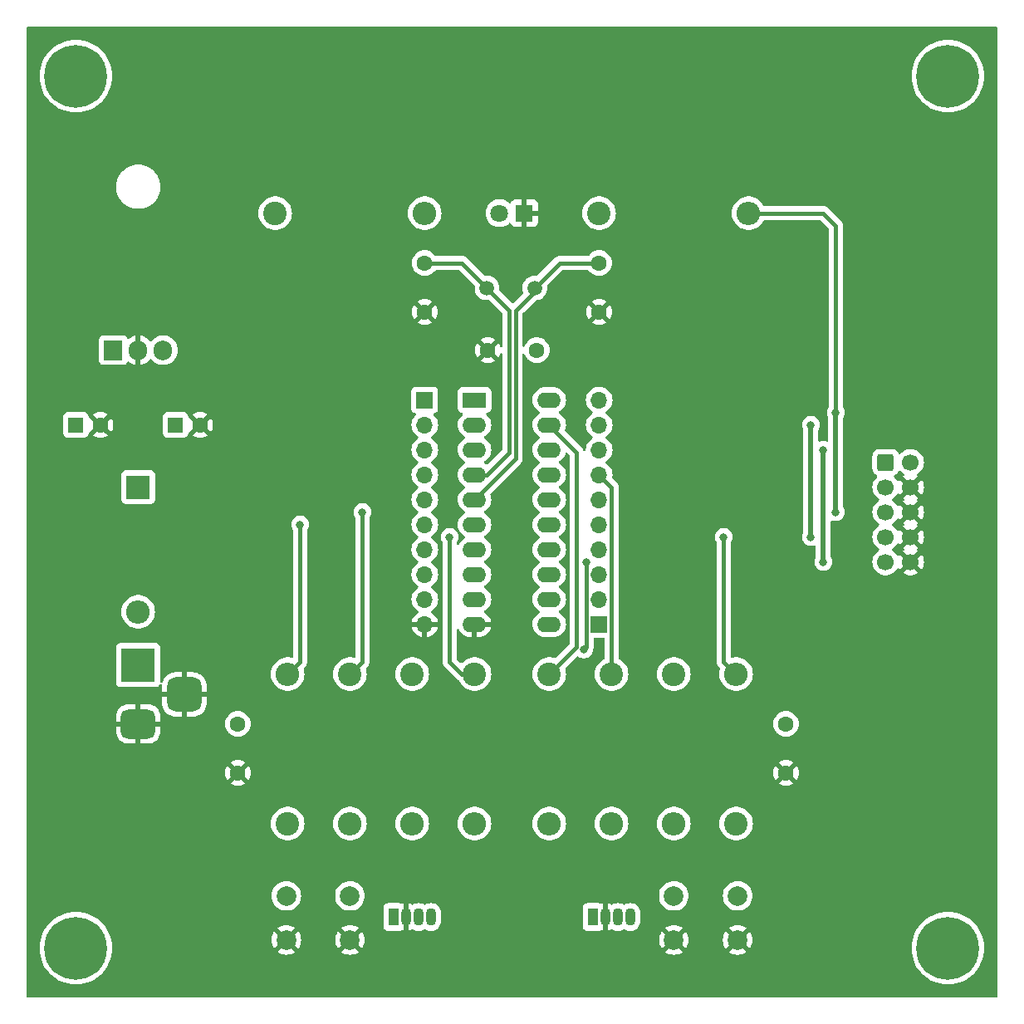
<source format=gbl>
G04 #@! TF.GenerationSoftware,KiCad,Pcbnew,7.0.10*
G04 #@! TF.CreationDate,2024-02-15T20:22:10+01:00*
G04 #@! TF.ProjectId,at90s1200,61743930-7331-4323-9030-2e6b69636164,V1.0*
G04 #@! TF.SameCoordinates,Original*
G04 #@! TF.FileFunction,Copper,L2,Bot*
G04 #@! TF.FilePolarity,Positive*
%FSLAX46Y46*%
G04 Gerber Fmt 4.6, Leading zero omitted, Abs format (unit mm)*
G04 Created by KiCad (PCBNEW 7.0.10) date 2024-02-15 20:22:10*
%MOMM*%
%LPD*%
G01*
G04 APERTURE LIST*
G04 Aperture macros list*
%AMRoundRect*
0 Rectangle with rounded corners*
0 $1 Rounding radius*
0 $2 $3 $4 $5 $6 $7 $8 $9 X,Y pos of 4 corners*
0 Add a 4 corners polygon primitive as box body*
4,1,4,$2,$3,$4,$5,$6,$7,$8,$9,$2,$3,0*
0 Add four circle primitives for the rounded corners*
1,1,$1+$1,$2,$3*
1,1,$1+$1,$4,$5*
1,1,$1+$1,$6,$7*
1,1,$1+$1,$8,$9*
0 Add four rect primitives between the rounded corners*
20,1,$1+$1,$2,$3,$4,$5,0*
20,1,$1+$1,$4,$5,$6,$7,0*
20,1,$1+$1,$6,$7,$8,$9,0*
20,1,$1+$1,$8,$9,$2,$3,0*%
G04 Aperture macros list end*
G04 #@! TA.AperFunction,ComponentPad*
%ADD10R,1.600000X1.600000*%
G04 #@! TD*
G04 #@! TA.AperFunction,ComponentPad*
%ADD11C,1.600000*%
G04 #@! TD*
G04 #@! TA.AperFunction,ComponentPad*
%ADD12R,2.400000X2.400000*%
G04 #@! TD*
G04 #@! TA.AperFunction,ComponentPad*
%ADD13O,2.400000X2.400000*%
G04 #@! TD*
G04 #@! TA.AperFunction,ComponentPad*
%ADD14RoundRect,0.250000X-0.600000X-0.600000X0.600000X-0.600000X0.600000X0.600000X-0.600000X0.600000X0*%
G04 #@! TD*
G04 #@! TA.AperFunction,ComponentPad*
%ADD15C,1.700000*%
G04 #@! TD*
G04 #@! TA.AperFunction,ComponentPad*
%ADD16R,3.500000X3.500000*%
G04 #@! TD*
G04 #@! TA.AperFunction,ComponentPad*
%ADD17RoundRect,0.750000X1.000000X-0.750000X1.000000X0.750000X-1.000000X0.750000X-1.000000X-0.750000X0*%
G04 #@! TD*
G04 #@! TA.AperFunction,ComponentPad*
%ADD18RoundRect,0.875000X0.875000X-0.875000X0.875000X0.875000X-0.875000X0.875000X-0.875000X-0.875000X0*%
G04 #@! TD*
G04 #@! TA.AperFunction,ComponentPad*
%ADD19R,1.905000X2.000000*%
G04 #@! TD*
G04 #@! TA.AperFunction,ComponentPad*
%ADD20O,1.905000X2.000000*%
G04 #@! TD*
G04 #@! TA.AperFunction,ComponentPad*
%ADD21C,1.500000*%
G04 #@! TD*
G04 #@! TA.AperFunction,ComponentPad*
%ADD22R,2.400000X1.600000*%
G04 #@! TD*
G04 #@! TA.AperFunction,ComponentPad*
%ADD23O,2.400000X1.600000*%
G04 #@! TD*
G04 #@! TA.AperFunction,ComponentPad*
%ADD24C,0.800000*%
G04 #@! TD*
G04 #@! TA.AperFunction,ComponentPad*
%ADD25C,6.400000*%
G04 #@! TD*
G04 #@! TA.AperFunction,ComponentPad*
%ADD26R,1.700000X1.700000*%
G04 #@! TD*
G04 #@! TA.AperFunction,ComponentPad*
%ADD27O,1.700000X1.700000*%
G04 #@! TD*
G04 #@! TA.AperFunction,ComponentPad*
%ADD28R,1.800000X1.800000*%
G04 #@! TD*
G04 #@! TA.AperFunction,ComponentPad*
%ADD29C,1.800000*%
G04 #@! TD*
G04 #@! TA.AperFunction,ComponentPad*
%ADD30C,2.400000*%
G04 #@! TD*
G04 #@! TA.AperFunction,ComponentPad*
%ADD31R,1.070000X1.800000*%
G04 #@! TD*
G04 #@! TA.AperFunction,ComponentPad*
%ADD32O,1.070000X1.800000*%
G04 #@! TD*
G04 #@! TA.AperFunction,ComponentPad*
%ADD33C,2.000000*%
G04 #@! TD*
G04 #@! TA.AperFunction,ViaPad*
%ADD34C,0.800000*%
G04 #@! TD*
G04 #@! TA.AperFunction,Conductor*
%ADD35C,0.500000*%
G04 #@! TD*
G04 #@! TA.AperFunction,Conductor*
%ADD36C,0.400000*%
G04 #@! TD*
G04 APERTURE END LIST*
D10*
X101600000Y-100330000D03*
D11*
X104100000Y-100330000D03*
X148590000Y-92710000D03*
X143590000Y-92710000D03*
D12*
X107950000Y-106680000D03*
D13*
X107950000Y-119380000D03*
D14*
X184150000Y-104140000D03*
D15*
X186690000Y-104140000D03*
X184150000Y-106680000D03*
X186690000Y-106680000D03*
X184150000Y-109220000D03*
X186690000Y-109220000D03*
X184150000Y-111760000D03*
X186690000Y-111760000D03*
X184150000Y-114300000D03*
X186690000Y-114300000D03*
D16*
X107950000Y-124810000D03*
D17*
X107950000Y-130810000D03*
D18*
X112650000Y-127810000D03*
D19*
X105410000Y-92710000D03*
D20*
X107950000Y-92710000D03*
X110490000Y-92710000D03*
D21*
X143510000Y-86360000D03*
X148390000Y-86360000D03*
D22*
X142240000Y-97790000D03*
D23*
X142240000Y-100330000D03*
X142240000Y-102870000D03*
X142240000Y-105410000D03*
X142240000Y-107950000D03*
X142240000Y-110490000D03*
X142240000Y-113030000D03*
X142240000Y-115570000D03*
X142240000Y-118110000D03*
X142240000Y-120650000D03*
X149860000Y-120650000D03*
X149860000Y-118110000D03*
X149860000Y-115570000D03*
X149860000Y-113030000D03*
X149860000Y-110490000D03*
X149860000Y-107950000D03*
X149860000Y-105410000D03*
X149860000Y-102870000D03*
X149860000Y-100330000D03*
X149860000Y-97790000D03*
D10*
X111760000Y-100330000D03*
D11*
X114260000Y-100330000D03*
D24*
X99200000Y-64770000D03*
X99902944Y-63072944D03*
X99902944Y-66467056D03*
X101600000Y-62370000D03*
D25*
X101600000Y-64770000D03*
D24*
X101600000Y-67170000D03*
X103297056Y-63072944D03*
X103297056Y-66467056D03*
X104000000Y-64770000D03*
X188100000Y-64770000D03*
X188802944Y-63072944D03*
X188802944Y-66467056D03*
X190500000Y-62370000D03*
D25*
X190500000Y-64770000D03*
D24*
X190500000Y-67170000D03*
X192197056Y-63072944D03*
X192197056Y-66467056D03*
X192900000Y-64770000D03*
X188100000Y-153670000D03*
X188802944Y-151972944D03*
X188802944Y-155367056D03*
X190500000Y-151270000D03*
D25*
X190500000Y-153670000D03*
D24*
X190500000Y-156070000D03*
X192197056Y-151972944D03*
X192197056Y-155367056D03*
X192900000Y-153670000D03*
X99200000Y-153670000D03*
X99902944Y-151972944D03*
X99902944Y-155367056D03*
X101600000Y-151270000D03*
D25*
X101600000Y-153670000D03*
D24*
X101600000Y-156070000D03*
X103297056Y-151972944D03*
X103297056Y-155367056D03*
X104000000Y-153670000D03*
D11*
X154940000Y-83820000D03*
X154940000Y-88820000D03*
X137160000Y-83820000D03*
X137160000Y-88820000D03*
D26*
X137160000Y-97790000D03*
D27*
X137160000Y-100330000D03*
X137160000Y-102870000D03*
X137160000Y-105410000D03*
X137160000Y-107950000D03*
X137160000Y-110490000D03*
X137160000Y-113030000D03*
X137160000Y-115570000D03*
X137160000Y-118110000D03*
X137160000Y-120650000D03*
D26*
X154940000Y-120650000D03*
D27*
X154940000Y-118110000D03*
X154940000Y-115570000D03*
X154940000Y-113030000D03*
X154940000Y-110490000D03*
X154940000Y-107950000D03*
X154940000Y-105410000D03*
X154940000Y-102870000D03*
X154940000Y-100330000D03*
X154940000Y-97790000D03*
D28*
X147320000Y-78740000D03*
D29*
X144780000Y-78740000D03*
D30*
X121920000Y-78740000D03*
D13*
X137160000Y-78740000D03*
D31*
X154305000Y-150495000D03*
D32*
X155575000Y-150495000D03*
X156845000Y-150495000D03*
X158115000Y-150495000D03*
D30*
X156210000Y-125730000D03*
D13*
X156210000Y-140970000D03*
D30*
X162560000Y-125730000D03*
D13*
X162560000Y-140970000D03*
D30*
X149860000Y-125730000D03*
D13*
X149860000Y-140970000D03*
D33*
X169060000Y-148336000D03*
X162560000Y-148336000D03*
X169060000Y-152836000D03*
X162560000Y-152836000D03*
D11*
X118110000Y-130810000D03*
X118110000Y-135810000D03*
X173990000Y-130810000D03*
X173990000Y-135810000D03*
D30*
X168910000Y-140970000D03*
D13*
X168910000Y-125730000D03*
D31*
X133985000Y-150495000D03*
D32*
X135255000Y-150495000D03*
X136525000Y-150495000D03*
X137795000Y-150495000D03*
D33*
X129540000Y-148336000D03*
X123040000Y-148336000D03*
X129540000Y-152836000D03*
X123040000Y-152836000D03*
D30*
X129540000Y-125730000D03*
D13*
X129540000Y-140970000D03*
D30*
X142240000Y-125730000D03*
D13*
X142240000Y-140970000D03*
D30*
X135890000Y-125730000D03*
D13*
X135890000Y-140970000D03*
D30*
X123190000Y-140970000D03*
D13*
X123190000Y-125730000D03*
D30*
X154940000Y-78740000D03*
D13*
X170180000Y-78740000D03*
D34*
X177800000Y-114300000D03*
X177800000Y-102870000D03*
X176530000Y-100330000D03*
X176530000Y-111760000D03*
X179070000Y-109220000D03*
X179070000Y-99060000D03*
X167640000Y-111760000D03*
X124460000Y-110490000D03*
X130810000Y-109220000D03*
X139700000Y-111760000D03*
X153670000Y-114300000D03*
X153392190Y-123244371D03*
D35*
X177800000Y-102870000D02*
X177800000Y-114300000D01*
X176530000Y-100330000D02*
X176530000Y-111760000D01*
D36*
X149860000Y-125730000D02*
X152654000Y-122936000D01*
X152654000Y-122936000D02*
X152654000Y-103124000D01*
X152654000Y-103124000D02*
X149860000Y-100330000D01*
X179070000Y-80010000D02*
X179070000Y-99060000D01*
D35*
X179070000Y-99060000D02*
X179070000Y-109220000D01*
D36*
X170180000Y-78740000D02*
X177800000Y-78740000D01*
X177800000Y-78740000D02*
X179070000Y-80010000D01*
X156210000Y-106680000D02*
X154940000Y-105410000D01*
X156210000Y-125730000D02*
X156210000Y-106680000D01*
X137160000Y-83820000D02*
X140970000Y-83820000D01*
X140970000Y-83820000D02*
X143510000Y-86360000D01*
X145796000Y-88646000D02*
X145796000Y-103124000D01*
X143510000Y-105410000D02*
X142240000Y-105410000D01*
X143510000Y-86360000D02*
X145796000Y-88646000D01*
X145796000Y-103124000D02*
X143510000Y-105410000D01*
X148390000Y-86714000D02*
X146396011Y-88707989D01*
X154940000Y-83820000D02*
X150930000Y-83820000D01*
X146396011Y-88707989D02*
X146396011Y-103793989D01*
X150930000Y-83820000D02*
X148390000Y-86360000D01*
X146396011Y-103793989D02*
X142240000Y-107950000D01*
X148390000Y-86360000D02*
X148390000Y-86714000D01*
X167640000Y-111760000D02*
X167640000Y-124460000D01*
X167640000Y-124460000D02*
X168910000Y-125730000D01*
X124460000Y-110490000D02*
X124460000Y-124460000D01*
X124460000Y-124460000D02*
X123190000Y-125730000D01*
X130810000Y-124460000D02*
X129540000Y-125730000D01*
X130810000Y-109220000D02*
X130810000Y-124460000D01*
X139700000Y-111760000D02*
X139700000Y-124460000D01*
X139700000Y-124460000D02*
X140970000Y-125730000D01*
X140970000Y-125730000D02*
X142240000Y-125730000D01*
X153670000Y-122966561D02*
X153392190Y-123244371D01*
X153670000Y-114300000D02*
X153670000Y-122966561D01*
G04 #@! TA.AperFunction,Conductor*
G36*
X186230507Y-111969844D02*
G01*
X186308239Y-112090798D01*
X186416900Y-112184952D01*
X186547685Y-112244680D01*
X186562411Y-112246797D01*
X185924310Y-112884898D01*
X185944697Y-112900766D01*
X185944705Y-112900771D01*
X185978731Y-112919185D01*
X186029122Y-112969197D01*
X186044475Y-113038514D01*
X186019915Y-113105127D01*
X185978735Y-113140811D01*
X185944705Y-113159227D01*
X185944693Y-113159235D01*
X185924311Y-113175099D01*
X185924310Y-113175100D01*
X186562412Y-113813202D01*
X186547685Y-113815320D01*
X186416900Y-113875048D01*
X186308239Y-113969202D01*
X186230507Y-114090156D01*
X186205639Y-114174849D01*
X185566921Y-113536131D01*
X185566919Y-113536132D01*
X185525781Y-113599100D01*
X185471777Y-113645189D01*
X185401430Y-113654764D01*
X185337072Y-113624787D01*
X185314817Y-113599102D01*
X185250034Y-113499944D01*
X185225724Y-113462734D01*
X185225720Y-113462729D01*
X185073237Y-113297091D01*
X184991382Y-113233381D01*
X184895576Y-113158811D01*
X184862319Y-113140813D01*
X184811929Y-113090802D01*
X184796576Y-113021485D01*
X184821136Y-112954872D01*
X184862320Y-112919186D01*
X184862322Y-112919185D01*
X184895576Y-112901189D01*
X185073240Y-112762906D01*
X185225722Y-112597268D01*
X185314816Y-112460898D01*
X185368819Y-112414810D01*
X185439167Y-112405235D01*
X185503524Y-112435212D01*
X185525782Y-112460899D01*
X185566920Y-112523866D01*
X185566921Y-112523866D01*
X186205638Y-111885149D01*
X186230507Y-111969844D01*
G37*
G04 #@! TD.AperFunction*
G04 #@! TA.AperFunction,Conductor*
G36*
X186230507Y-109429844D02*
G01*
X186308239Y-109550798D01*
X186416900Y-109644952D01*
X186547685Y-109704680D01*
X186562411Y-109706797D01*
X185924310Y-110344898D01*
X185944697Y-110360766D01*
X185944705Y-110360771D01*
X185978731Y-110379185D01*
X186029122Y-110429197D01*
X186044475Y-110498514D01*
X186019915Y-110565127D01*
X185978735Y-110600811D01*
X185944705Y-110619227D01*
X185944693Y-110619235D01*
X185924311Y-110635099D01*
X185924310Y-110635100D01*
X186562412Y-111273202D01*
X186547685Y-111275320D01*
X186416900Y-111335048D01*
X186308239Y-111429202D01*
X186230507Y-111550156D01*
X186205639Y-111634849D01*
X185566921Y-110996131D01*
X185566919Y-110996132D01*
X185525781Y-111059100D01*
X185471777Y-111105189D01*
X185401430Y-111114764D01*
X185337072Y-111084787D01*
X185314817Y-111059102D01*
X185273676Y-110996131D01*
X185225724Y-110922734D01*
X185225720Y-110922729D01*
X185073237Y-110757091D01*
X184974097Y-110679927D01*
X184895576Y-110618811D01*
X184862319Y-110600813D01*
X184811929Y-110550802D01*
X184796576Y-110481485D01*
X184821136Y-110414872D01*
X184862320Y-110379186D01*
X184862322Y-110379185D01*
X184895576Y-110361189D01*
X185073240Y-110222906D01*
X185225722Y-110057268D01*
X185314816Y-109920898D01*
X185368819Y-109874810D01*
X185439167Y-109865235D01*
X185503524Y-109895212D01*
X185525782Y-109920899D01*
X185566920Y-109983866D01*
X185566921Y-109983866D01*
X186205638Y-109345149D01*
X186230507Y-109429844D01*
G37*
G04 #@! TD.AperFunction*
G04 #@! TA.AperFunction,Conductor*
G36*
X186230507Y-106889844D02*
G01*
X186308239Y-107010798D01*
X186416900Y-107104952D01*
X186547685Y-107164680D01*
X186562411Y-107166797D01*
X185924310Y-107804898D01*
X185944697Y-107820766D01*
X185944705Y-107820771D01*
X185978731Y-107839185D01*
X186029122Y-107889197D01*
X186044475Y-107958514D01*
X186019915Y-108025127D01*
X185978735Y-108060811D01*
X185944705Y-108079227D01*
X185944693Y-108079235D01*
X185924311Y-108095099D01*
X185924310Y-108095100D01*
X186562412Y-108733202D01*
X186547685Y-108735320D01*
X186416900Y-108795048D01*
X186308239Y-108889202D01*
X186230507Y-109010156D01*
X186205639Y-109094849D01*
X185566921Y-108456131D01*
X185566919Y-108456132D01*
X185525781Y-108519100D01*
X185471777Y-108565189D01*
X185401430Y-108574764D01*
X185337072Y-108544787D01*
X185314817Y-108519102D01*
X185273676Y-108456131D01*
X185225724Y-108382734D01*
X185225720Y-108382729D01*
X185073237Y-108217091D01*
X184975010Y-108140638D01*
X184895576Y-108078811D01*
X184862319Y-108060813D01*
X184811929Y-108010802D01*
X184796576Y-107941485D01*
X184821136Y-107874872D01*
X184862320Y-107839186D01*
X184862322Y-107839185D01*
X184895576Y-107821189D01*
X185073240Y-107682906D01*
X185225722Y-107517268D01*
X185314816Y-107380898D01*
X185368819Y-107334810D01*
X185439167Y-107325235D01*
X185503524Y-107355212D01*
X185525782Y-107380899D01*
X185566920Y-107443866D01*
X185566921Y-107443866D01*
X186205638Y-106805149D01*
X186230507Y-106889844D01*
G37*
G04 #@! TD.AperFunction*
G04 #@! TA.AperFunction,Conductor*
G36*
X185617021Y-104992442D02*
G01*
X185653483Y-105019857D01*
X185766759Y-105142905D01*
X185766760Y-105142906D01*
X185944424Y-105281189D01*
X185978205Y-105299470D01*
X186028596Y-105349482D01*
X186043949Y-105418799D01*
X186019389Y-105485412D01*
X185978208Y-105521097D01*
X185944700Y-105539230D01*
X185944693Y-105539235D01*
X185924311Y-105555099D01*
X185924310Y-105555100D01*
X186562412Y-106193202D01*
X186547685Y-106195320D01*
X186416900Y-106255048D01*
X186308239Y-106349202D01*
X186230507Y-106470156D01*
X186205639Y-106554849D01*
X185566921Y-105916131D01*
X185566919Y-105916132D01*
X185525781Y-105979100D01*
X185471777Y-106025189D01*
X185401430Y-106034764D01*
X185337072Y-106004787D01*
X185314817Y-105979102D01*
X185273676Y-105916131D01*
X185225724Y-105842734D01*
X185225720Y-105842729D01*
X185073236Y-105677090D01*
X185038436Y-105650004D01*
X184996966Y-105592379D01*
X184993233Y-105521480D01*
X185028423Y-105459819D01*
X185066763Y-105436669D01*
X185066086Y-105435217D01*
X185072728Y-105432118D01*
X185072738Y-105432115D01*
X185223652Y-105339030D01*
X185349030Y-105213652D01*
X185442115Y-105062738D01*
X185442118Y-105062728D01*
X185445217Y-105056086D01*
X185447126Y-105056976D01*
X185481581Y-105007200D01*
X185547135Y-104979936D01*
X185617021Y-104992442D01*
G37*
G04 #@! TD.AperFunction*
G04 #@! TA.AperFunction,Conductor*
G36*
X195496621Y-59735502D02*
G01*
X195543114Y-59789158D01*
X195554500Y-59841500D01*
X195554500Y-158598500D01*
X195534498Y-158666621D01*
X195480842Y-158713114D01*
X195428500Y-158724500D01*
X96671500Y-158724500D01*
X96603379Y-158704498D01*
X96556886Y-158650842D01*
X96545500Y-158598500D01*
X96545500Y-153670006D01*
X97886411Y-153670006D01*
X97906752Y-154058167D01*
X97967561Y-154442097D01*
X98068168Y-154817568D01*
X98207463Y-155180443D01*
X98207467Y-155180451D01*
X98383938Y-155526795D01*
X98595637Y-155852785D01*
X98595649Y-155852802D01*
X98840253Y-156154862D01*
X98840267Y-156154877D01*
X99115122Y-156429732D01*
X99115137Y-156429746D01*
X99417197Y-156674350D01*
X99417214Y-156674362D01*
X99601185Y-156793833D01*
X99743205Y-156886062D01*
X100089547Y-157062532D01*
X100089551Y-157062533D01*
X100089556Y-157062536D01*
X100452431Y-157201831D01*
X100452436Y-157201832D01*
X100452438Y-157201833D01*
X100827901Y-157302438D01*
X101211824Y-157363246D01*
X101211826Y-157363246D01*
X101211832Y-157363247D01*
X101599994Y-157383589D01*
X101600000Y-157383589D01*
X101600006Y-157383589D01*
X101988167Y-157363247D01*
X101988171Y-157363246D01*
X101988176Y-157363246D01*
X102372099Y-157302438D01*
X102747562Y-157201833D01*
X102747565Y-157201831D01*
X102747568Y-157201831D01*
X103110443Y-157062536D01*
X103110444Y-157062535D01*
X103110453Y-157062532D01*
X103456795Y-156886062D01*
X103782793Y-156674357D01*
X103782802Y-156674350D01*
X104084862Y-156429746D01*
X104084867Y-156429740D01*
X104084876Y-156429734D01*
X104359734Y-156154876D01*
X104359740Y-156154867D01*
X104359746Y-156154862D01*
X104604350Y-155852802D01*
X104604351Y-155852799D01*
X104604357Y-155852793D01*
X104816062Y-155526795D01*
X104992532Y-155180453D01*
X105131833Y-154817562D01*
X105232438Y-154442099D01*
X105293246Y-154058176D01*
X105293246Y-154058171D01*
X105293247Y-154058167D01*
X105313589Y-153670006D01*
X105313589Y-153669993D01*
X105293247Y-153281832D01*
X105282651Y-153214934D01*
X105232438Y-152897901D01*
X105215852Y-152836000D01*
X121527337Y-152836000D01*
X121545960Y-153072632D01*
X121601371Y-153303437D01*
X121692208Y-153522738D01*
X121806896Y-153709890D01*
X121806897Y-153709890D01*
X122513096Y-153003690D01*
X122516884Y-153021915D01*
X122586442Y-153156156D01*
X122689638Y-153266652D01*
X122818819Y-153345209D01*
X122874420Y-153360787D01*
X122166107Y-154069101D01*
X122166108Y-154069102D01*
X122353261Y-154183791D01*
X122572562Y-154274628D01*
X122803367Y-154330039D01*
X123040000Y-154348662D01*
X123276632Y-154330039D01*
X123507437Y-154274628D01*
X123726738Y-154183791D01*
X123913890Y-154069102D01*
X123913891Y-154069102D01*
X123207624Y-153362834D01*
X123328458Y-153310349D01*
X123445739Y-153214934D01*
X123532928Y-153091415D01*
X123564838Y-153001627D01*
X124273102Y-153709891D01*
X124273102Y-153709890D01*
X124387791Y-153522738D01*
X124478628Y-153303437D01*
X124534039Y-153072632D01*
X124552662Y-152836000D01*
X128027337Y-152836000D01*
X128045960Y-153072632D01*
X128101371Y-153303437D01*
X128192208Y-153522738D01*
X128306896Y-153709890D01*
X128306897Y-153709890D01*
X129013096Y-153003690D01*
X129016884Y-153021915D01*
X129086442Y-153156156D01*
X129189638Y-153266652D01*
X129318819Y-153345209D01*
X129374420Y-153360787D01*
X128666107Y-154069101D01*
X128666108Y-154069102D01*
X128853261Y-154183791D01*
X129072562Y-154274628D01*
X129303367Y-154330039D01*
X129540000Y-154348662D01*
X129776632Y-154330039D01*
X130007437Y-154274628D01*
X130226738Y-154183791D01*
X130413890Y-154069102D01*
X130413891Y-154069102D01*
X129707624Y-153362834D01*
X129828458Y-153310349D01*
X129945739Y-153214934D01*
X130032928Y-153091415D01*
X130064838Y-153001627D01*
X130773102Y-153709891D01*
X130773102Y-153709890D01*
X130887791Y-153522738D01*
X130978628Y-153303437D01*
X131034039Y-153072632D01*
X131052662Y-152836000D01*
X161047337Y-152836000D01*
X161065960Y-153072632D01*
X161121371Y-153303437D01*
X161212208Y-153522738D01*
X161326896Y-153709890D01*
X161326897Y-153709890D01*
X162033096Y-153003690D01*
X162036884Y-153021915D01*
X162106442Y-153156156D01*
X162209638Y-153266652D01*
X162338819Y-153345209D01*
X162394420Y-153360787D01*
X161686107Y-154069101D01*
X161686108Y-154069102D01*
X161873261Y-154183791D01*
X162092562Y-154274628D01*
X162323367Y-154330039D01*
X162560000Y-154348662D01*
X162796632Y-154330039D01*
X163027437Y-154274628D01*
X163246738Y-154183791D01*
X163433890Y-154069102D01*
X163433891Y-154069102D01*
X162727624Y-153362834D01*
X162848458Y-153310349D01*
X162965739Y-153214934D01*
X163052928Y-153091415D01*
X163084838Y-153001628D01*
X163793102Y-153709891D01*
X163793102Y-153709890D01*
X163907791Y-153522738D01*
X163998628Y-153303437D01*
X164054039Y-153072632D01*
X164072662Y-152836000D01*
X167547337Y-152836000D01*
X167565960Y-153072632D01*
X167621371Y-153303437D01*
X167712208Y-153522738D01*
X167826896Y-153709890D01*
X167826897Y-153709890D01*
X168533096Y-153003690D01*
X168536884Y-153021915D01*
X168606442Y-153156156D01*
X168709638Y-153266652D01*
X168838819Y-153345209D01*
X168894420Y-153360787D01*
X168186107Y-154069101D01*
X168186108Y-154069102D01*
X168373261Y-154183791D01*
X168592562Y-154274628D01*
X168823367Y-154330039D01*
X169060000Y-154348662D01*
X169296632Y-154330039D01*
X169527437Y-154274628D01*
X169746738Y-154183791D01*
X169933890Y-154069102D01*
X169933891Y-154069102D01*
X169227624Y-153362834D01*
X169348458Y-153310349D01*
X169465739Y-153214934D01*
X169552928Y-153091415D01*
X169584838Y-153001627D01*
X170293102Y-153709891D01*
X170293102Y-153709890D01*
X170317543Y-153670006D01*
X186786411Y-153670006D01*
X186806752Y-154058167D01*
X186867561Y-154442097D01*
X186968168Y-154817568D01*
X187107463Y-155180443D01*
X187107467Y-155180451D01*
X187283938Y-155526795D01*
X187495637Y-155852785D01*
X187495649Y-155852802D01*
X187740253Y-156154862D01*
X187740267Y-156154877D01*
X188015122Y-156429732D01*
X188015137Y-156429746D01*
X188317197Y-156674350D01*
X188317214Y-156674362D01*
X188501185Y-156793833D01*
X188643205Y-156886062D01*
X188989547Y-157062532D01*
X188989551Y-157062533D01*
X188989556Y-157062536D01*
X189352431Y-157201831D01*
X189352436Y-157201832D01*
X189352438Y-157201833D01*
X189727901Y-157302438D01*
X190111824Y-157363246D01*
X190111826Y-157363246D01*
X190111832Y-157363247D01*
X190499994Y-157383589D01*
X190500000Y-157383589D01*
X190500006Y-157383589D01*
X190888167Y-157363247D01*
X190888171Y-157363246D01*
X190888176Y-157363246D01*
X191272099Y-157302438D01*
X191647562Y-157201833D01*
X191647565Y-157201831D01*
X191647568Y-157201831D01*
X192010443Y-157062536D01*
X192010444Y-157062535D01*
X192010453Y-157062532D01*
X192356795Y-156886062D01*
X192682793Y-156674357D01*
X192682802Y-156674350D01*
X192984862Y-156429746D01*
X192984867Y-156429740D01*
X192984876Y-156429734D01*
X193259734Y-156154876D01*
X193259740Y-156154867D01*
X193259746Y-156154862D01*
X193504350Y-155852802D01*
X193504351Y-155852799D01*
X193504357Y-155852793D01*
X193716062Y-155526795D01*
X193892532Y-155180453D01*
X194031833Y-154817562D01*
X194132438Y-154442099D01*
X194193246Y-154058176D01*
X194193246Y-154058171D01*
X194193247Y-154058167D01*
X194213589Y-153670006D01*
X194213589Y-153669993D01*
X194193247Y-153281832D01*
X194182651Y-153214934D01*
X194132438Y-152897901D01*
X194031833Y-152522438D01*
X194031832Y-152522436D01*
X194031831Y-152522431D01*
X193892536Y-152159556D01*
X193892532Y-152159548D01*
X193892532Y-152159547D01*
X193716062Y-151813206D01*
X193504357Y-151487207D01*
X193504354Y-151487203D01*
X193504352Y-151487200D01*
X193259746Y-151185137D01*
X193259732Y-151185122D01*
X192984877Y-150910267D01*
X192984862Y-150910253D01*
X192682802Y-150665649D01*
X192682785Y-150665637D01*
X192356795Y-150453938D01*
X192010451Y-150277467D01*
X192010443Y-150277463D01*
X191647568Y-150138168D01*
X191272097Y-150037561D01*
X190888167Y-149976752D01*
X190500006Y-149956411D01*
X190499994Y-149956411D01*
X190111832Y-149976752D01*
X189727902Y-150037561D01*
X189352431Y-150138168D01*
X188989556Y-150277463D01*
X188989548Y-150277467D01*
X188643205Y-150453938D01*
X188317203Y-150665645D01*
X188317200Y-150665647D01*
X188015137Y-150910253D01*
X188015122Y-150910267D01*
X187740267Y-151185122D01*
X187740253Y-151185137D01*
X187495647Y-151487200D01*
X187495645Y-151487203D01*
X187283938Y-151813205D01*
X187107467Y-152159548D01*
X187107463Y-152159556D01*
X186968168Y-152522431D01*
X186867561Y-152897902D01*
X186806752Y-153281832D01*
X186786411Y-153669993D01*
X186786411Y-153670006D01*
X170317543Y-153670006D01*
X170407791Y-153522738D01*
X170498628Y-153303437D01*
X170554039Y-153072632D01*
X170572662Y-152836000D01*
X170554039Y-152599367D01*
X170498628Y-152368562D01*
X170407791Y-152149261D01*
X170293102Y-151962108D01*
X170293101Y-151962107D01*
X169586902Y-152668306D01*
X169583116Y-152650085D01*
X169513558Y-152515844D01*
X169410362Y-152405348D01*
X169281181Y-152326791D01*
X169225577Y-152311211D01*
X169933890Y-151602897D01*
X169933890Y-151602896D01*
X169746738Y-151488208D01*
X169527437Y-151397371D01*
X169296632Y-151341960D01*
X169060000Y-151323337D01*
X168823367Y-151341960D01*
X168592562Y-151397371D01*
X168373266Y-151488206D01*
X168186108Y-151602897D01*
X168186108Y-151602898D01*
X168892375Y-152309165D01*
X168771542Y-152361651D01*
X168654261Y-152457066D01*
X168567072Y-152580585D01*
X168535161Y-152670371D01*
X167826898Y-151962108D01*
X167826897Y-151962108D01*
X167712206Y-152149266D01*
X167621371Y-152368562D01*
X167565960Y-152599367D01*
X167547337Y-152836000D01*
X164072662Y-152836000D01*
X164054039Y-152599367D01*
X163998628Y-152368562D01*
X163907791Y-152149261D01*
X163793102Y-151962108D01*
X163793101Y-151962107D01*
X163086902Y-152668305D01*
X163083116Y-152650085D01*
X163013558Y-152515844D01*
X162910362Y-152405348D01*
X162781181Y-152326791D01*
X162725577Y-152311211D01*
X163433890Y-151602897D01*
X163433890Y-151602896D01*
X163246738Y-151488208D01*
X163027437Y-151397371D01*
X162796632Y-151341960D01*
X162560000Y-151323337D01*
X162323367Y-151341960D01*
X162092562Y-151397371D01*
X161873266Y-151488206D01*
X161686108Y-151602897D01*
X161686108Y-151602898D01*
X162392375Y-152309165D01*
X162271542Y-152361651D01*
X162154261Y-152457066D01*
X162067072Y-152580585D01*
X162035161Y-152670371D01*
X161326898Y-151962108D01*
X161326897Y-151962108D01*
X161212206Y-152149266D01*
X161121371Y-152368562D01*
X161065960Y-152599367D01*
X161047337Y-152836000D01*
X131052662Y-152836000D01*
X131034039Y-152599367D01*
X130978628Y-152368562D01*
X130887791Y-152149261D01*
X130773102Y-151962108D01*
X130773101Y-151962107D01*
X130066902Y-152668306D01*
X130063116Y-152650085D01*
X129993558Y-152515844D01*
X129890362Y-152405348D01*
X129761181Y-152326791D01*
X129705577Y-152311211D01*
X130413890Y-151602897D01*
X130413890Y-151602896D01*
X130226738Y-151488208D01*
X130119163Y-151443649D01*
X132941500Y-151443649D01*
X132948009Y-151504196D01*
X132948011Y-151504204D01*
X132999110Y-151641202D01*
X132999112Y-151641207D01*
X133086738Y-151758261D01*
X133203792Y-151845887D01*
X133203794Y-151845888D01*
X133203796Y-151845889D01*
X133262875Y-151867924D01*
X133340795Y-151896988D01*
X133340803Y-151896990D01*
X133401350Y-151903499D01*
X133401355Y-151903499D01*
X133401362Y-151903500D01*
X133401368Y-151903500D01*
X134568632Y-151903500D01*
X134568638Y-151903500D01*
X134568645Y-151903499D01*
X134568649Y-151903499D01*
X134629196Y-151896990D01*
X134629197Y-151896989D01*
X134629201Y-151896989D01*
X134766204Y-151845889D01*
X134766208Y-151845885D01*
X134771885Y-151842786D01*
X134841258Y-151827691D01*
X134868853Y-151832796D01*
X135000999Y-151872882D01*
X135001000Y-151872882D01*
X135001000Y-151583206D01*
X135008945Y-151539172D01*
X135021989Y-151504200D01*
X135021990Y-151504196D01*
X135028499Y-151443649D01*
X135028500Y-151443632D01*
X135028500Y-150885211D01*
X135057547Y-150905016D01*
X135187173Y-150945000D01*
X135288724Y-150945000D01*
X135389138Y-150929865D01*
X135481500Y-150885385D01*
X135481500Y-150911268D01*
X135496597Y-151064556D01*
X135496599Y-151064562D01*
X135503574Y-151087558D01*
X135509000Y-151124131D01*
X135509000Y-151872881D01*
X135656071Y-151828268D01*
X135830073Y-151735262D01*
X135899579Y-151720790D01*
X135948864Y-151735261D01*
X136123738Y-151828733D01*
X136320438Y-151888401D01*
X136320442Y-151888401D01*
X136320444Y-151888402D01*
X136524997Y-151908549D01*
X136525000Y-151908549D01*
X136525003Y-151908549D01*
X136729555Y-151888402D01*
X136729556Y-151888401D01*
X136729562Y-151888401D01*
X136926262Y-151828733D01*
X137100606Y-151735544D01*
X137170110Y-151721073D01*
X137219392Y-151735543D01*
X137393738Y-151828733D01*
X137590438Y-151888401D01*
X137590442Y-151888401D01*
X137590444Y-151888402D01*
X137794997Y-151908549D01*
X137795000Y-151908549D01*
X137795003Y-151908549D01*
X137999555Y-151888402D01*
X137999556Y-151888401D01*
X137999562Y-151888401D01*
X138196262Y-151828733D01*
X138377543Y-151731837D01*
X138536436Y-151601436D01*
X138665929Y-151443649D01*
X153261500Y-151443649D01*
X153268009Y-151504196D01*
X153268011Y-151504204D01*
X153319110Y-151641202D01*
X153319112Y-151641207D01*
X153406738Y-151758261D01*
X153523792Y-151845887D01*
X153523794Y-151845888D01*
X153523796Y-151845889D01*
X153582875Y-151867924D01*
X153660795Y-151896988D01*
X153660803Y-151896990D01*
X153721350Y-151903499D01*
X153721355Y-151903499D01*
X153721362Y-151903500D01*
X153721368Y-151903500D01*
X154888632Y-151903500D01*
X154888638Y-151903500D01*
X154888645Y-151903499D01*
X154888649Y-151903499D01*
X154949196Y-151896990D01*
X154949197Y-151896989D01*
X154949201Y-151896989D01*
X155086204Y-151845889D01*
X155086208Y-151845885D01*
X155091885Y-151842786D01*
X155161258Y-151827691D01*
X155188853Y-151832796D01*
X155320999Y-151872882D01*
X155321000Y-151872882D01*
X155321000Y-151583206D01*
X155328945Y-151539172D01*
X155341989Y-151504200D01*
X155341990Y-151504196D01*
X155348499Y-151443649D01*
X155348500Y-151443632D01*
X155348500Y-150885211D01*
X155377547Y-150905016D01*
X155507173Y-150945000D01*
X155608724Y-150945000D01*
X155709138Y-150929865D01*
X155801500Y-150885385D01*
X155801500Y-150911268D01*
X155816597Y-151064556D01*
X155816599Y-151064562D01*
X155823574Y-151087558D01*
X155829000Y-151124131D01*
X155829000Y-151872881D01*
X155976071Y-151828268D01*
X156150073Y-151735262D01*
X156219579Y-151720790D01*
X156268864Y-151735261D01*
X156443738Y-151828733D01*
X156640438Y-151888401D01*
X156640442Y-151888401D01*
X156640444Y-151888402D01*
X156844997Y-151908549D01*
X156845000Y-151908549D01*
X156845003Y-151908549D01*
X157049555Y-151888402D01*
X157049556Y-151888401D01*
X157049562Y-151888401D01*
X157246262Y-151828733D01*
X157420606Y-151735544D01*
X157490110Y-151721073D01*
X157539392Y-151735543D01*
X157713738Y-151828733D01*
X157910438Y-151888401D01*
X157910442Y-151888401D01*
X157910444Y-151888402D01*
X158114997Y-151908549D01*
X158115000Y-151908549D01*
X158115003Y-151908549D01*
X158319555Y-151888402D01*
X158319556Y-151888401D01*
X158319562Y-151888401D01*
X158516262Y-151828733D01*
X158697543Y-151731837D01*
X158856436Y-151601436D01*
X158986837Y-151442543D01*
X159083733Y-151261262D01*
X159143401Y-151064562D01*
X159158500Y-150911262D01*
X159158500Y-150078738D01*
X159143401Y-149925438D01*
X159083733Y-149728738D01*
X158986837Y-149547457D01*
X158856436Y-149388564D01*
X158697543Y-149258163D01*
X158516262Y-149161267D01*
X158319562Y-149101599D01*
X158319561Y-149101598D01*
X158319555Y-149101597D01*
X158115003Y-149081451D01*
X158114997Y-149081451D01*
X157910444Y-149101597D01*
X157713737Y-149161267D01*
X157539396Y-149254454D01*
X157469890Y-149268926D01*
X157420604Y-149254454D01*
X157246262Y-149161267D01*
X157049555Y-149101597D01*
X156845003Y-149081451D01*
X156844997Y-149081451D01*
X156640444Y-149101597D01*
X156443736Y-149161267D01*
X156443733Y-149161268D01*
X156268864Y-149254737D01*
X156199358Y-149269209D01*
X156150073Y-149254737D01*
X155976071Y-149161731D01*
X155976069Y-149161730D01*
X155829000Y-149117117D01*
X155829000Y-149865866D01*
X155823575Y-149902439D01*
X155816598Y-149925441D01*
X155801500Y-150078731D01*
X155801500Y-150104788D01*
X155772453Y-150084984D01*
X155642827Y-150045000D01*
X155541276Y-150045000D01*
X155440862Y-150060135D01*
X155348500Y-150104614D01*
X155348500Y-149546367D01*
X155348499Y-149546350D01*
X155341990Y-149485804D01*
X155341988Y-149485797D01*
X155341987Y-149485795D01*
X155337634Y-149474123D01*
X155328944Y-149450823D01*
X155321000Y-149406792D01*
X155321000Y-149117117D01*
X155320999Y-149117116D01*
X155188853Y-149157203D01*
X155117859Y-149157837D01*
X155091895Y-149147218D01*
X155086204Y-149144111D01*
X154949204Y-149093011D01*
X154949196Y-149093009D01*
X154888649Y-149086500D01*
X154888638Y-149086500D01*
X153721362Y-149086500D01*
X153721350Y-149086500D01*
X153660803Y-149093009D01*
X153660795Y-149093011D01*
X153523797Y-149144110D01*
X153523792Y-149144112D01*
X153406738Y-149231738D01*
X153319112Y-149348792D01*
X153319110Y-149348797D01*
X153268011Y-149485795D01*
X153268009Y-149485803D01*
X153261500Y-149546350D01*
X153261500Y-151443649D01*
X138665929Y-151443649D01*
X138666837Y-151442543D01*
X138763733Y-151261262D01*
X138823401Y-151064562D01*
X138838500Y-150911262D01*
X138838500Y-150078738D01*
X138823401Y-149925438D01*
X138763733Y-149728738D01*
X138666837Y-149547457D01*
X138536436Y-149388564D01*
X138377543Y-149258163D01*
X138196262Y-149161267D01*
X137999562Y-149101599D01*
X137999561Y-149101598D01*
X137999555Y-149101597D01*
X137795003Y-149081451D01*
X137794997Y-149081451D01*
X137590444Y-149101597D01*
X137393737Y-149161267D01*
X137219396Y-149254454D01*
X137149890Y-149268926D01*
X137100604Y-149254454D01*
X136926262Y-149161267D01*
X136729555Y-149101597D01*
X136525003Y-149081451D01*
X136524997Y-149081451D01*
X136320444Y-149101597D01*
X136123736Y-149161267D01*
X136123733Y-149161268D01*
X135948864Y-149254737D01*
X135879358Y-149269209D01*
X135830073Y-149254737D01*
X135656071Y-149161731D01*
X135656069Y-149161730D01*
X135509000Y-149117117D01*
X135509000Y-149865866D01*
X135503575Y-149902439D01*
X135496598Y-149925441D01*
X135481500Y-150078731D01*
X135481500Y-150104788D01*
X135452453Y-150084984D01*
X135322827Y-150045000D01*
X135221276Y-150045000D01*
X135120862Y-150060135D01*
X135028500Y-150104614D01*
X135028500Y-149546367D01*
X135028499Y-149546350D01*
X135021990Y-149485804D01*
X135021988Y-149485797D01*
X135021987Y-149485795D01*
X135017634Y-149474123D01*
X135008944Y-149450823D01*
X135001000Y-149406792D01*
X135001000Y-149117117D01*
X135000999Y-149117116D01*
X134868853Y-149157203D01*
X134797859Y-149157837D01*
X134771895Y-149147218D01*
X134766204Y-149144111D01*
X134629204Y-149093011D01*
X134629196Y-149093009D01*
X134568649Y-149086500D01*
X134568638Y-149086500D01*
X133401362Y-149086500D01*
X133401350Y-149086500D01*
X133340803Y-149093009D01*
X133340795Y-149093011D01*
X133203797Y-149144110D01*
X133203792Y-149144112D01*
X133086738Y-149231738D01*
X132999112Y-149348792D01*
X132999110Y-149348797D01*
X132948011Y-149485795D01*
X132948009Y-149485803D01*
X132941500Y-149546350D01*
X132941500Y-151443649D01*
X130119163Y-151443649D01*
X130007437Y-151397371D01*
X129776632Y-151341960D01*
X129540000Y-151323337D01*
X129303367Y-151341960D01*
X129072562Y-151397371D01*
X128853266Y-151488206D01*
X128666108Y-151602897D01*
X128666108Y-151602898D01*
X129372375Y-152309165D01*
X129251542Y-152361651D01*
X129134261Y-152457066D01*
X129047072Y-152580585D01*
X129015161Y-152670371D01*
X128306898Y-151962108D01*
X128306897Y-151962108D01*
X128192206Y-152149266D01*
X128101371Y-152368562D01*
X128045960Y-152599367D01*
X128027337Y-152836000D01*
X124552662Y-152836000D01*
X124534039Y-152599367D01*
X124478628Y-152368562D01*
X124387791Y-152149261D01*
X124273102Y-151962108D01*
X124273101Y-151962107D01*
X123566902Y-152668306D01*
X123563116Y-152650085D01*
X123493558Y-152515844D01*
X123390362Y-152405348D01*
X123261181Y-152326791D01*
X123205577Y-152311211D01*
X123913890Y-151602897D01*
X123913890Y-151602896D01*
X123726738Y-151488208D01*
X123507437Y-151397371D01*
X123276632Y-151341960D01*
X123040000Y-151323337D01*
X122803367Y-151341960D01*
X122572562Y-151397371D01*
X122353266Y-151488206D01*
X122166108Y-151602897D01*
X122166108Y-151602898D01*
X122872375Y-152309165D01*
X122751542Y-152361651D01*
X122634261Y-152457066D01*
X122547072Y-152580585D01*
X122515161Y-152670371D01*
X121806898Y-151962108D01*
X121806897Y-151962108D01*
X121692206Y-152149266D01*
X121601371Y-152368562D01*
X121545960Y-152599367D01*
X121527337Y-152836000D01*
X105215852Y-152836000D01*
X105131833Y-152522438D01*
X105131832Y-152522436D01*
X105131831Y-152522431D01*
X104992536Y-152159556D01*
X104992532Y-152159548D01*
X104992532Y-152159547D01*
X104816062Y-151813206D01*
X104604357Y-151487207D01*
X104604354Y-151487203D01*
X104604352Y-151487200D01*
X104359746Y-151185137D01*
X104359732Y-151185122D01*
X104084877Y-150910267D01*
X104084862Y-150910253D01*
X103782802Y-150665649D01*
X103782785Y-150665637D01*
X103456795Y-150453938D01*
X103110451Y-150277467D01*
X103110443Y-150277463D01*
X102747568Y-150138168D01*
X102372097Y-150037561D01*
X101988167Y-149976752D01*
X101600006Y-149956411D01*
X101599994Y-149956411D01*
X101211832Y-149976752D01*
X100827902Y-150037561D01*
X100452431Y-150138168D01*
X100089556Y-150277463D01*
X100089548Y-150277467D01*
X99743205Y-150453938D01*
X99417203Y-150665645D01*
X99417200Y-150665647D01*
X99115137Y-150910253D01*
X99115122Y-150910267D01*
X98840267Y-151185122D01*
X98840253Y-151185137D01*
X98595647Y-151487200D01*
X98595645Y-151487203D01*
X98383938Y-151813205D01*
X98207467Y-152159548D01*
X98207463Y-152159556D01*
X98068168Y-152522431D01*
X97967561Y-152897902D01*
X97906752Y-153281832D01*
X97886411Y-153669993D01*
X97886411Y-153670006D01*
X96545500Y-153670006D01*
X96545500Y-148336000D01*
X121526835Y-148336000D01*
X121545465Y-148572710D01*
X121600894Y-148803592D01*
X121600895Y-148803594D01*
X121691760Y-149022963D01*
X121776513Y-149161267D01*
X121815825Y-149225417D01*
X121815826Y-149225419D01*
X121970030Y-149405969D01*
X122150580Y-149560173D01*
X122150584Y-149560176D01*
X122353037Y-149684240D01*
X122572406Y-149775105D01*
X122803289Y-149830535D01*
X123040000Y-149849165D01*
X123276711Y-149830535D01*
X123507594Y-149775105D01*
X123726963Y-149684240D01*
X123929416Y-149560176D01*
X124109969Y-149405969D01*
X124264176Y-149225416D01*
X124388240Y-149022963D01*
X124479105Y-148803594D01*
X124534535Y-148572711D01*
X124553165Y-148336000D01*
X128026835Y-148336000D01*
X128045465Y-148572710D01*
X128100894Y-148803592D01*
X128100895Y-148803594D01*
X128191760Y-149022963D01*
X128276513Y-149161267D01*
X128315825Y-149225417D01*
X128315826Y-149225419D01*
X128470030Y-149405969D01*
X128650580Y-149560173D01*
X128650584Y-149560176D01*
X128853037Y-149684240D01*
X129072406Y-149775105D01*
X129303289Y-149830535D01*
X129540000Y-149849165D01*
X129776711Y-149830535D01*
X130007594Y-149775105D01*
X130226963Y-149684240D01*
X130429416Y-149560176D01*
X130609969Y-149405969D01*
X130764176Y-149225416D01*
X130888240Y-149022963D01*
X130979105Y-148803594D01*
X131034535Y-148572711D01*
X131053165Y-148336000D01*
X161046835Y-148336000D01*
X161065465Y-148572710D01*
X161120894Y-148803592D01*
X161120895Y-148803594D01*
X161211760Y-149022963D01*
X161296513Y-149161267D01*
X161335825Y-149225417D01*
X161335826Y-149225419D01*
X161490030Y-149405969D01*
X161670580Y-149560173D01*
X161670584Y-149560176D01*
X161873037Y-149684240D01*
X162092406Y-149775105D01*
X162323289Y-149830535D01*
X162560000Y-149849165D01*
X162796711Y-149830535D01*
X163027594Y-149775105D01*
X163246963Y-149684240D01*
X163449416Y-149560176D01*
X163629969Y-149405969D01*
X163784176Y-149225416D01*
X163908240Y-149022963D01*
X163999105Y-148803594D01*
X164054535Y-148572711D01*
X164073165Y-148336000D01*
X167546835Y-148336000D01*
X167565465Y-148572710D01*
X167620894Y-148803592D01*
X167620895Y-148803594D01*
X167711760Y-149022963D01*
X167796513Y-149161267D01*
X167835825Y-149225417D01*
X167835826Y-149225419D01*
X167990030Y-149405969D01*
X168170580Y-149560173D01*
X168170584Y-149560176D01*
X168373037Y-149684240D01*
X168592406Y-149775105D01*
X168823289Y-149830535D01*
X169060000Y-149849165D01*
X169296711Y-149830535D01*
X169527594Y-149775105D01*
X169746963Y-149684240D01*
X169949416Y-149560176D01*
X170129969Y-149405969D01*
X170284176Y-149225416D01*
X170408240Y-149022963D01*
X170499105Y-148803594D01*
X170554535Y-148572711D01*
X170573165Y-148336000D01*
X170554535Y-148099289D01*
X170499105Y-147868406D01*
X170408240Y-147649037D01*
X170284176Y-147446584D01*
X170284173Y-147446580D01*
X170129969Y-147266030D01*
X169949419Y-147111826D01*
X169949417Y-147111825D01*
X169949416Y-147111824D01*
X169746963Y-146987760D01*
X169527594Y-146896895D01*
X169527592Y-146896894D01*
X169369651Y-146858976D01*
X169296711Y-146841465D01*
X169060000Y-146822835D01*
X168823289Y-146841465D01*
X168592407Y-146896894D01*
X168373038Y-146987759D01*
X168170582Y-147111825D01*
X168170580Y-147111826D01*
X167990030Y-147266030D01*
X167835826Y-147446580D01*
X167835825Y-147446582D01*
X167711759Y-147649038D01*
X167620894Y-147868407D01*
X167565465Y-148099289D01*
X167546835Y-148336000D01*
X164073165Y-148336000D01*
X164054535Y-148099289D01*
X163999105Y-147868406D01*
X163908240Y-147649037D01*
X163784176Y-147446584D01*
X163784173Y-147446580D01*
X163629969Y-147266030D01*
X163449419Y-147111826D01*
X163449417Y-147111825D01*
X163449416Y-147111824D01*
X163246963Y-146987760D01*
X163027594Y-146896895D01*
X163027592Y-146896894D01*
X162869651Y-146858976D01*
X162796711Y-146841465D01*
X162560000Y-146822835D01*
X162323289Y-146841465D01*
X162092407Y-146896894D01*
X161873038Y-146987759D01*
X161670582Y-147111825D01*
X161670580Y-147111826D01*
X161490030Y-147266030D01*
X161335826Y-147446580D01*
X161335825Y-147446582D01*
X161211759Y-147649038D01*
X161120894Y-147868407D01*
X161065465Y-148099289D01*
X161046835Y-148336000D01*
X131053165Y-148336000D01*
X131034535Y-148099289D01*
X130979105Y-147868406D01*
X130888240Y-147649037D01*
X130764176Y-147446584D01*
X130764173Y-147446580D01*
X130609969Y-147266030D01*
X130429419Y-147111826D01*
X130429417Y-147111825D01*
X130429416Y-147111824D01*
X130226963Y-146987760D01*
X130007594Y-146896895D01*
X130007592Y-146896894D01*
X129849651Y-146858976D01*
X129776711Y-146841465D01*
X129540000Y-146822835D01*
X129303289Y-146841465D01*
X129072407Y-146896894D01*
X128853038Y-146987759D01*
X128650582Y-147111825D01*
X128650580Y-147111826D01*
X128470030Y-147266030D01*
X128315826Y-147446580D01*
X128315825Y-147446582D01*
X128191759Y-147649038D01*
X128100894Y-147868407D01*
X128045465Y-148099289D01*
X128026835Y-148336000D01*
X124553165Y-148336000D01*
X124534535Y-148099289D01*
X124479105Y-147868406D01*
X124388240Y-147649037D01*
X124264176Y-147446584D01*
X124264173Y-147446580D01*
X124109969Y-147266030D01*
X123929419Y-147111826D01*
X123929417Y-147111825D01*
X123929416Y-147111824D01*
X123726963Y-146987760D01*
X123507594Y-146896895D01*
X123507592Y-146896894D01*
X123349651Y-146858976D01*
X123276711Y-146841465D01*
X123040000Y-146822835D01*
X122803289Y-146841465D01*
X122572407Y-146896894D01*
X122353038Y-146987759D01*
X122150582Y-147111825D01*
X122150580Y-147111826D01*
X121970030Y-147266030D01*
X121815826Y-147446580D01*
X121815825Y-147446582D01*
X121691759Y-147649038D01*
X121600894Y-147868407D01*
X121545465Y-148099289D01*
X121526835Y-148336000D01*
X96545500Y-148336000D01*
X96545500Y-140970000D01*
X121476709Y-140970000D01*
X121495845Y-141225356D01*
X121552826Y-141475002D01*
X121552827Y-141475005D01*
X121646374Y-141713362D01*
X121646376Y-141713366D01*
X121774410Y-141935127D01*
X121774412Y-141935130D01*
X121774413Y-141935131D01*
X121934069Y-142135334D01*
X122121781Y-142309505D01*
X122121787Y-142309509D01*
X122333345Y-142453748D01*
X122333352Y-142453752D01*
X122333355Y-142453754D01*
X122466360Y-142517806D01*
X122564060Y-142564856D01*
X122564073Y-142564861D01*
X122808746Y-142640332D01*
X122808748Y-142640332D01*
X122808757Y-142640335D01*
X123061966Y-142678500D01*
X123061970Y-142678500D01*
X123318030Y-142678500D01*
X123318034Y-142678500D01*
X123571243Y-142640335D01*
X123571253Y-142640332D01*
X123815929Y-142564860D01*
X123815930Y-142564859D01*
X123815935Y-142564858D01*
X124046646Y-142453754D01*
X124258219Y-142309505D01*
X124445931Y-142135334D01*
X124605587Y-141935131D01*
X124733622Y-141713369D01*
X124827174Y-141475001D01*
X124884155Y-141225353D01*
X124903291Y-140970000D01*
X127826709Y-140970000D01*
X127845845Y-141225356D01*
X127902826Y-141475002D01*
X127902827Y-141475005D01*
X127996374Y-141713362D01*
X127996376Y-141713366D01*
X128124410Y-141935127D01*
X128124412Y-141935130D01*
X128124413Y-141935131D01*
X128284069Y-142135334D01*
X128471781Y-142309505D01*
X128471787Y-142309509D01*
X128683345Y-142453748D01*
X128683352Y-142453752D01*
X128683355Y-142453754D01*
X128816360Y-142517806D01*
X128914060Y-142564856D01*
X128914073Y-142564861D01*
X129158746Y-142640332D01*
X129158748Y-142640332D01*
X129158757Y-142640335D01*
X129411966Y-142678500D01*
X129411970Y-142678500D01*
X129668030Y-142678500D01*
X129668034Y-142678500D01*
X129921243Y-142640335D01*
X129921253Y-142640332D01*
X130165929Y-142564860D01*
X130165930Y-142564859D01*
X130165935Y-142564858D01*
X130396646Y-142453754D01*
X130608219Y-142309505D01*
X130795931Y-142135334D01*
X130955587Y-141935131D01*
X131083622Y-141713369D01*
X131177174Y-141475001D01*
X131234155Y-141225353D01*
X131253291Y-140970000D01*
X134176709Y-140970000D01*
X134195845Y-141225356D01*
X134252826Y-141475002D01*
X134252827Y-141475005D01*
X134346374Y-141713362D01*
X134346376Y-141713366D01*
X134474410Y-141935127D01*
X134474412Y-141935130D01*
X134474413Y-141935131D01*
X134634069Y-142135334D01*
X134821781Y-142309505D01*
X134821787Y-142309509D01*
X135033345Y-142453748D01*
X135033352Y-142453752D01*
X135033355Y-142453754D01*
X135166360Y-142517806D01*
X135264060Y-142564856D01*
X135264073Y-142564861D01*
X135508746Y-142640332D01*
X135508748Y-142640332D01*
X135508757Y-142640335D01*
X135761966Y-142678500D01*
X135761970Y-142678500D01*
X136018030Y-142678500D01*
X136018034Y-142678500D01*
X136271243Y-142640335D01*
X136271253Y-142640332D01*
X136515929Y-142564860D01*
X136515930Y-142564859D01*
X136515935Y-142564858D01*
X136746646Y-142453754D01*
X136958219Y-142309505D01*
X137145931Y-142135334D01*
X137305587Y-141935131D01*
X137433622Y-141713369D01*
X137527174Y-141475001D01*
X137584155Y-141225353D01*
X137603291Y-140970000D01*
X140526709Y-140970000D01*
X140545845Y-141225356D01*
X140602826Y-141475002D01*
X140602827Y-141475005D01*
X140696374Y-141713362D01*
X140696376Y-141713366D01*
X140824410Y-141935127D01*
X140824412Y-141935130D01*
X140824413Y-141935131D01*
X140984069Y-142135334D01*
X141171781Y-142309505D01*
X141171787Y-142309509D01*
X141383345Y-142453748D01*
X141383352Y-142453752D01*
X141383355Y-142453754D01*
X141516360Y-142517806D01*
X141614060Y-142564856D01*
X141614073Y-142564861D01*
X141858746Y-142640332D01*
X141858748Y-142640332D01*
X141858757Y-142640335D01*
X142111966Y-142678500D01*
X142111970Y-142678500D01*
X142368030Y-142678500D01*
X142368034Y-142678500D01*
X142621243Y-142640335D01*
X142621253Y-142640332D01*
X142865929Y-142564860D01*
X142865930Y-142564859D01*
X142865935Y-142564858D01*
X143096646Y-142453754D01*
X143308219Y-142309505D01*
X143495931Y-142135334D01*
X143655587Y-141935131D01*
X143783622Y-141713369D01*
X143877174Y-141475001D01*
X143934155Y-141225353D01*
X143953291Y-140970000D01*
X148146709Y-140970000D01*
X148165845Y-141225356D01*
X148222826Y-141475002D01*
X148222827Y-141475005D01*
X148316374Y-141713362D01*
X148316376Y-141713366D01*
X148444410Y-141935127D01*
X148444412Y-141935130D01*
X148444413Y-141935131D01*
X148604069Y-142135334D01*
X148791781Y-142309505D01*
X148791787Y-142309509D01*
X149003345Y-142453748D01*
X149003352Y-142453752D01*
X149003355Y-142453754D01*
X149136360Y-142517806D01*
X149234060Y-142564856D01*
X149234073Y-142564861D01*
X149478746Y-142640332D01*
X149478748Y-142640332D01*
X149478757Y-142640335D01*
X149731966Y-142678500D01*
X149731970Y-142678500D01*
X149988030Y-142678500D01*
X149988034Y-142678500D01*
X150241243Y-142640335D01*
X150241253Y-142640332D01*
X150485929Y-142564860D01*
X150485930Y-142564859D01*
X150485935Y-142564858D01*
X150716646Y-142453754D01*
X150928219Y-142309505D01*
X151115931Y-142135334D01*
X151275587Y-141935131D01*
X151403622Y-141713369D01*
X151497174Y-141475001D01*
X151554155Y-141225353D01*
X151573291Y-140970000D01*
X154496709Y-140970000D01*
X154515845Y-141225356D01*
X154572826Y-141475002D01*
X154572827Y-141475005D01*
X154666374Y-141713362D01*
X154666376Y-141713366D01*
X154794410Y-141935127D01*
X154794412Y-141935130D01*
X154794413Y-141935131D01*
X154954069Y-142135334D01*
X155141781Y-142309505D01*
X155141787Y-142309509D01*
X155353345Y-142453748D01*
X155353352Y-142453752D01*
X155353355Y-142453754D01*
X155486360Y-142517806D01*
X155584060Y-142564856D01*
X155584073Y-142564861D01*
X155828746Y-142640332D01*
X155828748Y-142640332D01*
X155828757Y-142640335D01*
X156081966Y-142678500D01*
X156081970Y-142678500D01*
X156338030Y-142678500D01*
X156338034Y-142678500D01*
X156591243Y-142640335D01*
X156591253Y-142640332D01*
X156835929Y-142564860D01*
X156835930Y-142564859D01*
X156835935Y-142564858D01*
X157066646Y-142453754D01*
X157278219Y-142309505D01*
X157465931Y-142135334D01*
X157625587Y-141935131D01*
X157753622Y-141713369D01*
X157847174Y-141475001D01*
X157904155Y-141225353D01*
X157923291Y-140970000D01*
X160846709Y-140970000D01*
X160865845Y-141225356D01*
X160922826Y-141475002D01*
X160922827Y-141475005D01*
X161016374Y-141713362D01*
X161016376Y-141713366D01*
X161144410Y-141935127D01*
X161144412Y-141935130D01*
X161144413Y-141935131D01*
X161304069Y-142135334D01*
X161491781Y-142309505D01*
X161491787Y-142309509D01*
X161703345Y-142453748D01*
X161703352Y-142453752D01*
X161703355Y-142453754D01*
X161836360Y-142517806D01*
X161934060Y-142564856D01*
X161934073Y-142564861D01*
X162178746Y-142640332D01*
X162178748Y-142640332D01*
X162178757Y-142640335D01*
X162431966Y-142678500D01*
X162431970Y-142678500D01*
X162688030Y-142678500D01*
X162688034Y-142678500D01*
X162941243Y-142640335D01*
X162941253Y-142640332D01*
X163185929Y-142564860D01*
X163185930Y-142564859D01*
X163185935Y-142564858D01*
X163416646Y-142453754D01*
X163628219Y-142309505D01*
X163815931Y-142135334D01*
X163975587Y-141935131D01*
X164103622Y-141713369D01*
X164197174Y-141475001D01*
X164254155Y-141225353D01*
X164273291Y-140970000D01*
X167196709Y-140970000D01*
X167215845Y-141225356D01*
X167272826Y-141475002D01*
X167272827Y-141475005D01*
X167366374Y-141713362D01*
X167366376Y-141713366D01*
X167494410Y-141935127D01*
X167494412Y-141935130D01*
X167494413Y-141935131D01*
X167654069Y-142135334D01*
X167841781Y-142309505D01*
X167841787Y-142309509D01*
X168053345Y-142453748D01*
X168053352Y-142453752D01*
X168053355Y-142453754D01*
X168186360Y-142517806D01*
X168284060Y-142564856D01*
X168284073Y-142564861D01*
X168528746Y-142640332D01*
X168528748Y-142640332D01*
X168528757Y-142640335D01*
X168781966Y-142678500D01*
X168781970Y-142678500D01*
X169038030Y-142678500D01*
X169038034Y-142678500D01*
X169291243Y-142640335D01*
X169291253Y-142640332D01*
X169535929Y-142564860D01*
X169535930Y-142564859D01*
X169535935Y-142564858D01*
X169766646Y-142453754D01*
X169978219Y-142309505D01*
X170165931Y-142135334D01*
X170325587Y-141935131D01*
X170453622Y-141713369D01*
X170547174Y-141475001D01*
X170604155Y-141225353D01*
X170623291Y-140970000D01*
X170604155Y-140714647D01*
X170547174Y-140464999D01*
X170542013Y-140451849D01*
X170453625Y-140226637D01*
X170453623Y-140226633D01*
X170325589Y-140004872D01*
X170325587Y-140004869D01*
X170165931Y-139804666D01*
X169978219Y-139630495D01*
X169766646Y-139486246D01*
X169766643Y-139486245D01*
X169766641Y-139486243D01*
X169766640Y-139486242D01*
X169535936Y-139375142D01*
X169535929Y-139375139D01*
X169291253Y-139299667D01*
X169291245Y-139299665D01*
X169291243Y-139299665D01*
X169038034Y-139261500D01*
X168781966Y-139261500D01*
X168528757Y-139299665D01*
X168528755Y-139299665D01*
X168528746Y-139299667D01*
X168284073Y-139375138D01*
X168284060Y-139375143D01*
X168053352Y-139486247D01*
X168053345Y-139486251D01*
X167841787Y-139630490D01*
X167841782Y-139630494D01*
X167654070Y-139804665D01*
X167494410Y-140004872D01*
X167366376Y-140226633D01*
X167366374Y-140226637D01*
X167272827Y-140464994D01*
X167272826Y-140464997D01*
X167215845Y-140714643D01*
X167196709Y-140970000D01*
X164273291Y-140970000D01*
X164254155Y-140714647D01*
X164197174Y-140464999D01*
X164192013Y-140451849D01*
X164103625Y-140226637D01*
X164103623Y-140226633D01*
X163975589Y-140004872D01*
X163975587Y-140004869D01*
X163815931Y-139804666D01*
X163628219Y-139630495D01*
X163416646Y-139486246D01*
X163416643Y-139486245D01*
X163416641Y-139486243D01*
X163416640Y-139486242D01*
X163185936Y-139375142D01*
X163185929Y-139375139D01*
X162941253Y-139299667D01*
X162941245Y-139299665D01*
X162941243Y-139299665D01*
X162688034Y-139261500D01*
X162431966Y-139261500D01*
X162178757Y-139299665D01*
X162178755Y-139299665D01*
X162178746Y-139299667D01*
X161934073Y-139375138D01*
X161934060Y-139375143D01*
X161703352Y-139486247D01*
X161703345Y-139486251D01*
X161491787Y-139630490D01*
X161491782Y-139630494D01*
X161304070Y-139804665D01*
X161144410Y-140004872D01*
X161016376Y-140226633D01*
X161016374Y-140226637D01*
X160922827Y-140464994D01*
X160922826Y-140464997D01*
X160865845Y-140714643D01*
X160846709Y-140970000D01*
X157923291Y-140970000D01*
X157904155Y-140714647D01*
X157847174Y-140464999D01*
X157842013Y-140451849D01*
X157753625Y-140226637D01*
X157753623Y-140226633D01*
X157625589Y-140004872D01*
X157625587Y-140004869D01*
X157465931Y-139804666D01*
X157278219Y-139630495D01*
X157066646Y-139486246D01*
X157066643Y-139486245D01*
X157066641Y-139486243D01*
X157066640Y-139486242D01*
X156835936Y-139375142D01*
X156835929Y-139375139D01*
X156591253Y-139299667D01*
X156591245Y-139299665D01*
X156591243Y-139299665D01*
X156338034Y-139261500D01*
X156081966Y-139261500D01*
X155828757Y-139299665D01*
X155828755Y-139299665D01*
X155828746Y-139299667D01*
X155584073Y-139375138D01*
X155584060Y-139375143D01*
X155353352Y-139486247D01*
X155353345Y-139486251D01*
X155141787Y-139630490D01*
X155141782Y-139630494D01*
X154954070Y-139804665D01*
X154794410Y-140004872D01*
X154666376Y-140226633D01*
X154666374Y-140226637D01*
X154572827Y-140464994D01*
X154572826Y-140464997D01*
X154515845Y-140714643D01*
X154496709Y-140970000D01*
X151573291Y-140970000D01*
X151554155Y-140714647D01*
X151497174Y-140464999D01*
X151492013Y-140451849D01*
X151403625Y-140226637D01*
X151403623Y-140226633D01*
X151275589Y-140004872D01*
X151275587Y-140004869D01*
X151115931Y-139804666D01*
X150928219Y-139630495D01*
X150716646Y-139486246D01*
X150716643Y-139486245D01*
X150716641Y-139486243D01*
X150716640Y-139486242D01*
X150485936Y-139375142D01*
X150485929Y-139375139D01*
X150241253Y-139299667D01*
X150241245Y-139299665D01*
X150241243Y-139299665D01*
X149988034Y-139261500D01*
X149731966Y-139261500D01*
X149478757Y-139299665D01*
X149478755Y-139299665D01*
X149478746Y-139299667D01*
X149234073Y-139375138D01*
X149234060Y-139375143D01*
X149003352Y-139486247D01*
X149003345Y-139486251D01*
X148791787Y-139630490D01*
X148791782Y-139630494D01*
X148604070Y-139804665D01*
X148444410Y-140004872D01*
X148316376Y-140226633D01*
X148316374Y-140226637D01*
X148222827Y-140464994D01*
X148222826Y-140464997D01*
X148165845Y-140714643D01*
X148146709Y-140970000D01*
X143953291Y-140970000D01*
X143934155Y-140714647D01*
X143877174Y-140464999D01*
X143872013Y-140451849D01*
X143783625Y-140226637D01*
X143783623Y-140226633D01*
X143655589Y-140004872D01*
X143655587Y-140004869D01*
X143495931Y-139804666D01*
X143308219Y-139630495D01*
X143096646Y-139486246D01*
X143096643Y-139486245D01*
X143096641Y-139486243D01*
X143096640Y-139486242D01*
X142865936Y-139375142D01*
X142865929Y-139375139D01*
X142621253Y-139299667D01*
X142621245Y-139299665D01*
X142621243Y-139299665D01*
X142368034Y-139261500D01*
X142111966Y-139261500D01*
X141858757Y-139299665D01*
X141858755Y-139299665D01*
X141858746Y-139299667D01*
X141614073Y-139375138D01*
X141614060Y-139375143D01*
X141383352Y-139486247D01*
X141383345Y-139486251D01*
X141171787Y-139630490D01*
X141171782Y-139630494D01*
X140984070Y-139804665D01*
X140824410Y-140004872D01*
X140696376Y-140226633D01*
X140696374Y-140226637D01*
X140602827Y-140464994D01*
X140602826Y-140464997D01*
X140545845Y-140714643D01*
X140526709Y-140970000D01*
X137603291Y-140970000D01*
X137584155Y-140714647D01*
X137527174Y-140464999D01*
X137522013Y-140451849D01*
X137433625Y-140226637D01*
X137433623Y-140226633D01*
X137305589Y-140004872D01*
X137305587Y-140004869D01*
X137145931Y-139804666D01*
X136958219Y-139630495D01*
X136746646Y-139486246D01*
X136746643Y-139486245D01*
X136746641Y-139486243D01*
X136746640Y-139486242D01*
X136515936Y-139375142D01*
X136515929Y-139375139D01*
X136271253Y-139299667D01*
X136271245Y-139299665D01*
X136271243Y-139299665D01*
X136018034Y-139261500D01*
X135761966Y-139261500D01*
X135508757Y-139299665D01*
X135508755Y-139299665D01*
X135508746Y-139299667D01*
X135264073Y-139375138D01*
X135264060Y-139375143D01*
X135033352Y-139486247D01*
X135033345Y-139486251D01*
X134821787Y-139630490D01*
X134821782Y-139630494D01*
X134634070Y-139804665D01*
X134474410Y-140004872D01*
X134346376Y-140226633D01*
X134346374Y-140226637D01*
X134252827Y-140464994D01*
X134252826Y-140464997D01*
X134195845Y-140714643D01*
X134176709Y-140970000D01*
X131253291Y-140970000D01*
X131234155Y-140714647D01*
X131177174Y-140464999D01*
X131172013Y-140451849D01*
X131083625Y-140226637D01*
X131083623Y-140226633D01*
X130955589Y-140004872D01*
X130955587Y-140004869D01*
X130795931Y-139804666D01*
X130608219Y-139630495D01*
X130396646Y-139486246D01*
X130396643Y-139486245D01*
X130396641Y-139486243D01*
X130396640Y-139486242D01*
X130165936Y-139375142D01*
X130165929Y-139375139D01*
X129921253Y-139299667D01*
X129921245Y-139299665D01*
X129921243Y-139299665D01*
X129668034Y-139261500D01*
X129411966Y-139261500D01*
X129158757Y-139299665D01*
X129158755Y-139299665D01*
X129158746Y-139299667D01*
X128914073Y-139375138D01*
X128914060Y-139375143D01*
X128683352Y-139486247D01*
X128683345Y-139486251D01*
X128471787Y-139630490D01*
X128471782Y-139630494D01*
X128284070Y-139804665D01*
X128124410Y-140004872D01*
X127996376Y-140226633D01*
X127996374Y-140226637D01*
X127902827Y-140464994D01*
X127902826Y-140464997D01*
X127845845Y-140714643D01*
X127826709Y-140970000D01*
X124903291Y-140970000D01*
X124884155Y-140714647D01*
X124827174Y-140464999D01*
X124822013Y-140451849D01*
X124733625Y-140226637D01*
X124733623Y-140226633D01*
X124605589Y-140004872D01*
X124605587Y-140004869D01*
X124445931Y-139804666D01*
X124258219Y-139630495D01*
X124046646Y-139486246D01*
X124046643Y-139486245D01*
X124046641Y-139486243D01*
X124046640Y-139486242D01*
X123815936Y-139375142D01*
X123815929Y-139375139D01*
X123571253Y-139299667D01*
X123571245Y-139299665D01*
X123571243Y-139299665D01*
X123318034Y-139261500D01*
X123061966Y-139261500D01*
X122808757Y-139299665D01*
X122808755Y-139299665D01*
X122808746Y-139299667D01*
X122564073Y-139375138D01*
X122564060Y-139375143D01*
X122333352Y-139486247D01*
X122333345Y-139486251D01*
X122121787Y-139630490D01*
X122121782Y-139630494D01*
X121934070Y-139804665D01*
X121774410Y-140004872D01*
X121646376Y-140226633D01*
X121646374Y-140226637D01*
X121552827Y-140464994D01*
X121552826Y-140464997D01*
X121495845Y-140714643D01*
X121476709Y-140970000D01*
X96545500Y-140970000D01*
X96545500Y-135810000D01*
X116797004Y-135810000D01*
X116816951Y-136038002D01*
X116876186Y-136259068D01*
X116876188Y-136259073D01*
X116972913Y-136466501D01*
X117022899Y-136537888D01*
X117711272Y-135849516D01*
X117724835Y-135935148D01*
X117782359Y-136048045D01*
X117871955Y-136137641D01*
X117984852Y-136195165D01*
X118070482Y-136208727D01*
X117382110Y-136897098D01*
X117382110Y-136897100D01*
X117453498Y-136947086D01*
X117660926Y-137043811D01*
X117660931Y-137043813D01*
X117881999Y-137103048D01*
X117881995Y-137103048D01*
X118110000Y-137122995D01*
X118338002Y-137103048D01*
X118559068Y-137043813D01*
X118559073Y-137043811D01*
X118766497Y-136947088D01*
X118837888Y-136897099D01*
X118837888Y-136897097D01*
X118149518Y-136208727D01*
X118235148Y-136195165D01*
X118348045Y-136137641D01*
X118437641Y-136048045D01*
X118495165Y-135935148D01*
X118508727Y-135849518D01*
X119197097Y-136537888D01*
X119197099Y-136537888D01*
X119247088Y-136466497D01*
X119343811Y-136259073D01*
X119343813Y-136259068D01*
X119403048Y-136038002D01*
X119422995Y-135810000D01*
X172677004Y-135810000D01*
X172696951Y-136038002D01*
X172756186Y-136259068D01*
X172756188Y-136259073D01*
X172852913Y-136466501D01*
X172902899Y-136537888D01*
X173591272Y-135849516D01*
X173604835Y-135935148D01*
X173662359Y-136048045D01*
X173751955Y-136137641D01*
X173864852Y-136195165D01*
X173950482Y-136208727D01*
X173262110Y-136897098D01*
X173262110Y-136897100D01*
X173333498Y-136947086D01*
X173540926Y-137043811D01*
X173540931Y-137043813D01*
X173761999Y-137103048D01*
X173761995Y-137103048D01*
X173990000Y-137122995D01*
X174218002Y-137103048D01*
X174439068Y-137043813D01*
X174439073Y-137043811D01*
X174646497Y-136947088D01*
X174717888Y-136897099D01*
X174717888Y-136897097D01*
X174029518Y-136208727D01*
X174115148Y-136195165D01*
X174228045Y-136137641D01*
X174317641Y-136048045D01*
X174375165Y-135935148D01*
X174388727Y-135849518D01*
X175077097Y-136537888D01*
X175077099Y-136537888D01*
X175127088Y-136466497D01*
X175223811Y-136259073D01*
X175223813Y-136259068D01*
X175283048Y-136038002D01*
X175302995Y-135810000D01*
X175283048Y-135581997D01*
X175223813Y-135360931D01*
X175223811Y-135360926D01*
X175127086Y-135153498D01*
X175077100Y-135082110D01*
X175077098Y-135082110D01*
X174388727Y-135770481D01*
X174375165Y-135684852D01*
X174317641Y-135571955D01*
X174228045Y-135482359D01*
X174115148Y-135424835D01*
X174029517Y-135411272D01*
X174717888Y-134722899D01*
X174717888Y-134722898D01*
X174646501Y-134672913D01*
X174439073Y-134576188D01*
X174439068Y-134576186D01*
X174218000Y-134516951D01*
X174218004Y-134516951D01*
X173990000Y-134497004D01*
X173761997Y-134516951D01*
X173540931Y-134576186D01*
X173540926Y-134576188D01*
X173333500Y-134672913D01*
X173262109Y-134722900D01*
X173950481Y-135411272D01*
X173864852Y-135424835D01*
X173751955Y-135482359D01*
X173662359Y-135571955D01*
X173604835Y-135684852D01*
X173591272Y-135770481D01*
X172902900Y-135082109D01*
X172852913Y-135153500D01*
X172756188Y-135360926D01*
X172756186Y-135360931D01*
X172696951Y-135581997D01*
X172677004Y-135810000D01*
X119422995Y-135810000D01*
X119403048Y-135581997D01*
X119343813Y-135360931D01*
X119343811Y-135360926D01*
X119247086Y-135153498D01*
X119197100Y-135082110D01*
X119197098Y-135082110D01*
X118508727Y-135770481D01*
X118495165Y-135684852D01*
X118437641Y-135571955D01*
X118348045Y-135482359D01*
X118235148Y-135424835D01*
X118149517Y-135411272D01*
X118837888Y-134722899D01*
X118837888Y-134722898D01*
X118766501Y-134672913D01*
X118559073Y-134576188D01*
X118559068Y-134576186D01*
X118338000Y-134516951D01*
X118338004Y-134516951D01*
X118110000Y-134497004D01*
X117881997Y-134516951D01*
X117660931Y-134576186D01*
X117660926Y-134576188D01*
X117453500Y-134672913D01*
X117382109Y-134722900D01*
X118070481Y-135411272D01*
X117984852Y-135424835D01*
X117871955Y-135482359D01*
X117782359Y-135571955D01*
X117724835Y-135684852D01*
X117711272Y-135770481D01*
X117022900Y-135082109D01*
X116972913Y-135153500D01*
X116876188Y-135360926D01*
X116876186Y-135360931D01*
X116816951Y-135581997D01*
X116797004Y-135810000D01*
X96545500Y-135810000D01*
X96545500Y-131624606D01*
X105692000Y-131624606D01*
X105702467Y-131757594D01*
X105757794Y-131977167D01*
X105757797Y-131977176D01*
X105851441Y-132183340D01*
X105851444Y-132183346D01*
X105980394Y-132369473D01*
X105980408Y-132369490D01*
X106140509Y-132529591D01*
X106140526Y-132529605D01*
X106326653Y-132658555D01*
X106326659Y-132658558D01*
X106532823Y-132752202D01*
X106532832Y-132752205D01*
X106752405Y-132807532D01*
X106885393Y-132818000D01*
X107696000Y-132818000D01*
X107696000Y-131310000D01*
X108204000Y-131310000D01*
X108204000Y-132818000D01*
X109014607Y-132818000D01*
X109147594Y-132807532D01*
X109367167Y-132752205D01*
X109367176Y-132752202D01*
X109573340Y-132658558D01*
X109573346Y-132658555D01*
X109759473Y-132529605D01*
X109759490Y-132529591D01*
X109919591Y-132369490D01*
X109919605Y-132369473D01*
X110048555Y-132183346D01*
X110048558Y-132183340D01*
X110142202Y-131977176D01*
X110142205Y-131977167D01*
X110197532Y-131757594D01*
X110208000Y-131624606D01*
X110208000Y-131064000D01*
X109381116Y-131064000D01*
X109409493Y-131019844D01*
X109450000Y-130881889D01*
X109450000Y-130810000D01*
X116796502Y-130810000D01*
X116816457Y-131038087D01*
X116875716Y-131259243D01*
X116972477Y-131466749D01*
X117103802Y-131654300D01*
X117265700Y-131816198D01*
X117453251Y-131947523D01*
X117660757Y-132044284D01*
X117881913Y-132103543D01*
X118110000Y-132123498D01*
X118338087Y-132103543D01*
X118559243Y-132044284D01*
X118766749Y-131947523D01*
X118954300Y-131816198D01*
X119116198Y-131654300D01*
X119247523Y-131466749D01*
X119344284Y-131259243D01*
X119403543Y-131038087D01*
X119423498Y-130810000D01*
X172676502Y-130810000D01*
X172696457Y-131038087D01*
X172755716Y-131259243D01*
X172852477Y-131466749D01*
X172983802Y-131654300D01*
X173145700Y-131816198D01*
X173333251Y-131947523D01*
X173540757Y-132044284D01*
X173761913Y-132103543D01*
X173990000Y-132123498D01*
X174218087Y-132103543D01*
X174439243Y-132044284D01*
X174646749Y-131947523D01*
X174834300Y-131816198D01*
X174996198Y-131654300D01*
X175127523Y-131466749D01*
X175224284Y-131259243D01*
X175283543Y-131038087D01*
X175303498Y-130810000D01*
X175283543Y-130581913D01*
X175224284Y-130360757D01*
X175127523Y-130153251D01*
X174996198Y-129965700D01*
X174834300Y-129803802D01*
X174646749Y-129672477D01*
X174583175Y-129642832D01*
X174439246Y-129575717D01*
X174439240Y-129575715D01*
X174345771Y-129550670D01*
X174218087Y-129516457D01*
X173990000Y-129496502D01*
X173761913Y-129516457D01*
X173540759Y-129575715D01*
X173540753Y-129575717D01*
X173333250Y-129672477D01*
X173145703Y-129803799D01*
X173145697Y-129803804D01*
X172983804Y-129965697D01*
X172983799Y-129965703D01*
X172852477Y-130153250D01*
X172755717Y-130360753D01*
X172755715Y-130360759D01*
X172703400Y-130556000D01*
X172696457Y-130581913D01*
X172676502Y-130810000D01*
X119423498Y-130810000D01*
X119403543Y-130581913D01*
X119344284Y-130360757D01*
X119247523Y-130153251D01*
X119116198Y-129965700D01*
X118954300Y-129803802D01*
X118766749Y-129672477D01*
X118703175Y-129642832D01*
X118559246Y-129575717D01*
X118559240Y-129575715D01*
X118465771Y-129550670D01*
X118338087Y-129516457D01*
X118110000Y-129496502D01*
X117881913Y-129516457D01*
X117660759Y-129575715D01*
X117660753Y-129575717D01*
X117453250Y-129672477D01*
X117265703Y-129803799D01*
X117265697Y-129803804D01*
X117103804Y-129965697D01*
X117103799Y-129965703D01*
X116972477Y-130153250D01*
X116875717Y-130360753D01*
X116875715Y-130360759D01*
X116823400Y-130556000D01*
X116816457Y-130581913D01*
X116796502Y-130810000D01*
X109450000Y-130810000D01*
X109450000Y-130738111D01*
X109409493Y-130600156D01*
X109381116Y-130556000D01*
X110208000Y-130556000D01*
X110208000Y-129995393D01*
X110197532Y-129862405D01*
X110142205Y-129642832D01*
X110142202Y-129642823D01*
X110048558Y-129436659D01*
X110048555Y-129436653D01*
X109919605Y-129250526D01*
X109919591Y-129250509D01*
X109759490Y-129090408D01*
X109759473Y-129090394D01*
X109573346Y-128961444D01*
X109573340Y-128961441D01*
X109367176Y-128867797D01*
X109367167Y-128867794D01*
X109147594Y-128812467D01*
X109014607Y-128802000D01*
X108204000Y-128802000D01*
X108204000Y-130310000D01*
X107696000Y-130310000D01*
X107696000Y-128802000D01*
X106885393Y-128802000D01*
X106752405Y-128812467D01*
X106532832Y-128867794D01*
X106532823Y-128867797D01*
X106326659Y-128961441D01*
X106326653Y-128961444D01*
X106140526Y-129090394D01*
X106140509Y-129090408D01*
X105980408Y-129250509D01*
X105980394Y-129250526D01*
X105851444Y-129436653D01*
X105851441Y-129436659D01*
X105757797Y-129642823D01*
X105757794Y-129642832D01*
X105702467Y-129862405D01*
X105692000Y-129995393D01*
X105692000Y-130556000D01*
X106518884Y-130556000D01*
X106490507Y-130600156D01*
X106450000Y-130738111D01*
X106450000Y-130881889D01*
X106490507Y-131019844D01*
X106518884Y-131064000D01*
X105692000Y-131064000D01*
X105692000Y-131624606D01*
X96545500Y-131624606D01*
X96545500Y-126608649D01*
X105691500Y-126608649D01*
X105698009Y-126669196D01*
X105698011Y-126669204D01*
X105749110Y-126806202D01*
X105749112Y-126806207D01*
X105836738Y-126923261D01*
X105953792Y-127010887D01*
X105953794Y-127010888D01*
X105953796Y-127010889D01*
X106012875Y-127032924D01*
X106090795Y-127061988D01*
X106090803Y-127061990D01*
X106151350Y-127068499D01*
X106151355Y-127068499D01*
X106151362Y-127068500D01*
X106151368Y-127068500D01*
X109748632Y-127068500D01*
X109748638Y-127068500D01*
X109748645Y-127068499D01*
X109748649Y-127068499D01*
X109809196Y-127061990D01*
X109809199Y-127061989D01*
X109809201Y-127061989D01*
X109946204Y-127010889D01*
X110063261Y-126923261D01*
X110150889Y-126806204D01*
X110150889Y-126806201D01*
X110155205Y-126798299D01*
X110158450Y-126800070D01*
X110190469Y-126757279D01*
X110256983Y-126732453D01*
X110326361Y-126747529D01*
X110376574Y-126797720D01*
X110392000Y-126858130D01*
X110392000Y-127556000D01*
X112150000Y-127556000D01*
X112150000Y-128064000D01*
X110392001Y-128064000D01*
X110392001Y-128779123D01*
X110394810Y-128832035D01*
X110394810Y-128832036D01*
X110439514Y-129063181D01*
X110522635Y-129283436D01*
X110641785Y-129486478D01*
X110793535Y-129666464D01*
X110973521Y-129818214D01*
X111176564Y-129937364D01*
X111176563Y-129937364D01*
X111396818Y-130020485D01*
X111627963Y-130065189D01*
X111680876Y-130067999D01*
X112396000Y-130067999D01*
X112396000Y-129241115D01*
X112440156Y-129269493D01*
X112578111Y-129310000D01*
X112721889Y-129310000D01*
X112859844Y-129269493D01*
X112904000Y-129241115D01*
X112904000Y-130067999D01*
X113619123Y-130067999D01*
X113672035Y-130065189D01*
X113672036Y-130065189D01*
X113903181Y-130020485D01*
X114123436Y-129937364D01*
X114326478Y-129818214D01*
X114506464Y-129666464D01*
X114658214Y-129486478D01*
X114777364Y-129283436D01*
X114860485Y-129063181D01*
X114905189Y-128832036D01*
X114908000Y-128779123D01*
X114908000Y-128064000D01*
X113150000Y-128064000D01*
X113150000Y-127556000D01*
X114907999Y-127556000D01*
X114907999Y-126840876D01*
X114905189Y-126787964D01*
X114905189Y-126787963D01*
X114860485Y-126556818D01*
X114777364Y-126336563D01*
X114658214Y-126133521D01*
X114506464Y-125953535D01*
X114326478Y-125801785D01*
X114204149Y-125730000D01*
X121476709Y-125730000D01*
X121495845Y-125985356D01*
X121552826Y-126235002D01*
X121552827Y-126235005D01*
X121646374Y-126473362D01*
X121646376Y-126473366D01*
X121774410Y-126695127D01*
X121774412Y-126695130D01*
X121774413Y-126695131D01*
X121934069Y-126895334D01*
X122121781Y-127069505D01*
X122121787Y-127069509D01*
X122333345Y-127213748D01*
X122333352Y-127213752D01*
X122333355Y-127213754D01*
X122466360Y-127277806D01*
X122564060Y-127324856D01*
X122564073Y-127324861D01*
X122808746Y-127400332D01*
X122808748Y-127400332D01*
X122808757Y-127400335D01*
X123061966Y-127438500D01*
X123061970Y-127438500D01*
X123318030Y-127438500D01*
X123318034Y-127438500D01*
X123571243Y-127400335D01*
X123571253Y-127400332D01*
X123815929Y-127324860D01*
X123815930Y-127324859D01*
X123815935Y-127324858D01*
X124046646Y-127213754D01*
X124258219Y-127069505D01*
X124445931Y-126895334D01*
X124605587Y-126695131D01*
X124733622Y-126473369D01*
X124733627Y-126473358D01*
X124777349Y-126361954D01*
X124827174Y-126235001D01*
X124884155Y-125985353D01*
X124903291Y-125730000D01*
X127826709Y-125730000D01*
X127845845Y-125985356D01*
X127902826Y-126235002D01*
X127902827Y-126235005D01*
X127996374Y-126473362D01*
X127996376Y-126473366D01*
X128124410Y-126695127D01*
X128124412Y-126695130D01*
X128124413Y-126695131D01*
X128284069Y-126895334D01*
X128471781Y-127069505D01*
X128471787Y-127069509D01*
X128683345Y-127213748D01*
X128683352Y-127213752D01*
X128683355Y-127213754D01*
X128816360Y-127277806D01*
X128914060Y-127324856D01*
X128914073Y-127324861D01*
X129158746Y-127400332D01*
X129158748Y-127400332D01*
X129158757Y-127400335D01*
X129411966Y-127438500D01*
X129411970Y-127438500D01*
X129668030Y-127438500D01*
X129668034Y-127438500D01*
X129921243Y-127400335D01*
X129921253Y-127400332D01*
X130165929Y-127324860D01*
X130165930Y-127324859D01*
X130165935Y-127324858D01*
X130396646Y-127213754D01*
X130608219Y-127069505D01*
X130795931Y-126895334D01*
X130955587Y-126695131D01*
X131083622Y-126473369D01*
X131083627Y-126473358D01*
X131127349Y-126361954D01*
X131177174Y-126235001D01*
X131234155Y-125985353D01*
X131253291Y-125730000D01*
X134176709Y-125730000D01*
X134195845Y-125985356D01*
X134252826Y-126235002D01*
X134252827Y-126235005D01*
X134346374Y-126473362D01*
X134346376Y-126473366D01*
X134474410Y-126695127D01*
X134474412Y-126695130D01*
X134474413Y-126695131D01*
X134634069Y-126895334D01*
X134821781Y-127069505D01*
X134821787Y-127069509D01*
X135033345Y-127213748D01*
X135033352Y-127213752D01*
X135033355Y-127213754D01*
X135166360Y-127277806D01*
X135264060Y-127324856D01*
X135264073Y-127324861D01*
X135508746Y-127400332D01*
X135508748Y-127400332D01*
X135508757Y-127400335D01*
X135761966Y-127438500D01*
X135761970Y-127438500D01*
X136018030Y-127438500D01*
X136018034Y-127438500D01*
X136271243Y-127400335D01*
X136271253Y-127400332D01*
X136515929Y-127324860D01*
X136515930Y-127324859D01*
X136515935Y-127324858D01*
X136746646Y-127213754D01*
X136958219Y-127069505D01*
X137145931Y-126895334D01*
X137305587Y-126695131D01*
X137433622Y-126473369D01*
X137433627Y-126473358D01*
X137477349Y-126361954D01*
X137527174Y-126235001D01*
X137584155Y-125985353D01*
X137603291Y-125730000D01*
X137584155Y-125474647D01*
X137527174Y-125224999D01*
X137520615Y-125208286D01*
X137433625Y-124986637D01*
X137433623Y-124986633D01*
X137305589Y-124764872D01*
X137305587Y-124764869D01*
X137145931Y-124564666D01*
X136958219Y-124390495D01*
X136746646Y-124246246D01*
X136746643Y-124246245D01*
X136746641Y-124246243D01*
X136746640Y-124246242D01*
X136515936Y-124135142D01*
X136515929Y-124135139D01*
X136271253Y-124059667D01*
X136271245Y-124059665D01*
X136271243Y-124059665D01*
X136018034Y-124021500D01*
X135761966Y-124021500D01*
X135508757Y-124059665D01*
X135508755Y-124059665D01*
X135508746Y-124059667D01*
X135264073Y-124135138D01*
X135264060Y-124135143D01*
X135033352Y-124246247D01*
X135033345Y-124246251D01*
X134821787Y-124390490D01*
X134821782Y-124390494D01*
X134634070Y-124564665D01*
X134474410Y-124764872D01*
X134346376Y-124986633D01*
X134346374Y-124986637D01*
X134252827Y-125224994D01*
X134252826Y-125224997D01*
X134195845Y-125474643D01*
X134176709Y-125730000D01*
X131253291Y-125730000D01*
X131234155Y-125474647D01*
X131177174Y-125224999D01*
X131170615Y-125208286D01*
X131164347Y-125137567D01*
X131197308Y-125074685D01*
X131198749Y-125073219D01*
X131293156Y-124978812D01*
X131298663Y-124973627D01*
X131344215Y-124933273D01*
X131378780Y-124883195D01*
X131383251Y-124877119D01*
X131420775Y-124829226D01*
X131424954Y-124819939D01*
X131436162Y-124800065D01*
X131441954Y-124791675D01*
X131463524Y-124734794D01*
X131466425Y-124727791D01*
X131491388Y-124672329D01*
X131493225Y-124662300D01*
X131499350Y-124640333D01*
X131502965Y-124630801D01*
X131510301Y-124570382D01*
X131511439Y-124562910D01*
X131522401Y-124503093D01*
X131518730Y-124442400D01*
X131518500Y-124434793D01*
X131518500Y-118110000D01*
X135796844Y-118110000D01*
X135815437Y-118334375D01*
X135870702Y-118552612D01*
X135870703Y-118552613D01*
X135961141Y-118758793D01*
X136084275Y-118947265D01*
X136084279Y-118947270D01*
X136236762Y-119112908D01*
X136291331Y-119155381D01*
X136414424Y-119251189D01*
X136448205Y-119269470D01*
X136498596Y-119319482D01*
X136513949Y-119388799D01*
X136489389Y-119455412D01*
X136448209Y-119491096D01*
X136414704Y-119509228D01*
X136414698Y-119509232D01*
X136237097Y-119647465D01*
X136084674Y-119813041D01*
X135961580Y-120001451D01*
X135871179Y-120207543D01*
X135871176Y-120207550D01*
X135823455Y-120395999D01*
X135823456Y-120396000D01*
X136728884Y-120396000D01*
X136700507Y-120440156D01*
X136660000Y-120578111D01*
X136660000Y-120721889D01*
X136700507Y-120859844D01*
X136728884Y-120904000D01*
X135823455Y-120904000D01*
X135871176Y-121092449D01*
X135871179Y-121092456D01*
X135961580Y-121298548D01*
X136084674Y-121486958D01*
X136237097Y-121652534D01*
X136414698Y-121790767D01*
X136414699Y-121790768D01*
X136612628Y-121897882D01*
X136612630Y-121897883D01*
X136825483Y-121970955D01*
X136825492Y-121970957D01*
X136906000Y-121984391D01*
X136906000Y-121083674D01*
X137017685Y-121134680D01*
X137124237Y-121150000D01*
X137195763Y-121150000D01*
X137302315Y-121134680D01*
X137414000Y-121083674D01*
X137414000Y-121984390D01*
X137494507Y-121970957D01*
X137494516Y-121970955D01*
X137707369Y-121897883D01*
X137707371Y-121897882D01*
X137905300Y-121790768D01*
X137905301Y-121790767D01*
X138082902Y-121652534D01*
X138235325Y-121486958D01*
X138358419Y-121298548D01*
X138448820Y-121092456D01*
X138448823Y-121092449D01*
X138496544Y-120904000D01*
X137591116Y-120904000D01*
X137619493Y-120859844D01*
X137660000Y-120721889D01*
X137660000Y-120578111D01*
X137619493Y-120440156D01*
X137591116Y-120396000D01*
X138496544Y-120396000D01*
X138496544Y-120395999D01*
X138448823Y-120207550D01*
X138448820Y-120207543D01*
X138358419Y-120001451D01*
X138235325Y-119813041D01*
X138082902Y-119647465D01*
X137905301Y-119509232D01*
X137905300Y-119509231D01*
X137871791Y-119491097D01*
X137821401Y-119441083D01*
X137806050Y-119371766D01*
X137830612Y-119305153D01*
X137871790Y-119269472D01*
X137905576Y-119251189D01*
X138083240Y-119112906D01*
X138235722Y-118947268D01*
X138358860Y-118758791D01*
X138449296Y-118552616D01*
X138504564Y-118334368D01*
X138523156Y-118110000D01*
X138504564Y-117885632D01*
X138479117Y-117785143D01*
X138449297Y-117667387D01*
X138449296Y-117667386D01*
X138449296Y-117667384D01*
X138358860Y-117461209D01*
X138352140Y-117450924D01*
X138235724Y-117272734D01*
X138235720Y-117272729D01*
X138083237Y-117107091D01*
X138001382Y-117043381D01*
X137905576Y-116968811D01*
X137872319Y-116950813D01*
X137821929Y-116900802D01*
X137806576Y-116831485D01*
X137831136Y-116764872D01*
X137872320Y-116729186D01*
X137905576Y-116711189D01*
X138083240Y-116572906D01*
X138235722Y-116407268D01*
X138358860Y-116218791D01*
X138449296Y-116012616D01*
X138504564Y-115794368D01*
X138523156Y-115570000D01*
X138504564Y-115345632D01*
X138493744Y-115302906D01*
X138449297Y-115127387D01*
X138449296Y-115127386D01*
X138449296Y-115127384D01*
X138358860Y-114921209D01*
X138303805Y-114836941D01*
X138235724Y-114732734D01*
X138235720Y-114732729D01*
X138083237Y-114567091D01*
X137984097Y-114489927D01*
X137905576Y-114428811D01*
X137872319Y-114410813D01*
X137821929Y-114360802D01*
X137806576Y-114291485D01*
X137831136Y-114224872D01*
X137872320Y-114189186D01*
X137905576Y-114171189D01*
X138083240Y-114032906D01*
X138235722Y-113867268D01*
X138358860Y-113678791D01*
X138449296Y-113472616D01*
X138504564Y-113254368D01*
X138523156Y-113030000D01*
X138504564Y-112805632D01*
X138493744Y-112762906D01*
X138449297Y-112587387D01*
X138449296Y-112587386D01*
X138449296Y-112587384D01*
X138358860Y-112381209D01*
X138307323Y-112302325D01*
X138235724Y-112192734D01*
X138235720Y-112192729D01*
X138083237Y-112027091D01*
X137984097Y-111949927D01*
X137905576Y-111888811D01*
X137872319Y-111870813D01*
X137821929Y-111820802D01*
X137806576Y-111751485D01*
X137831136Y-111684872D01*
X137872320Y-111649186D01*
X137905576Y-111631189D01*
X138083240Y-111492906D01*
X138235722Y-111327268D01*
X138358860Y-111138791D01*
X138449296Y-110932616D01*
X138504564Y-110714368D01*
X138523156Y-110490000D01*
X138504564Y-110265632D01*
X138493744Y-110222906D01*
X138449297Y-110047387D01*
X138449296Y-110047386D01*
X138449296Y-110047384D01*
X138358860Y-109841209D01*
X138307323Y-109762325D01*
X138235724Y-109652734D01*
X138235720Y-109652729D01*
X138083237Y-109487091D01*
X137984097Y-109409927D01*
X137905576Y-109348811D01*
X137872319Y-109330813D01*
X137821929Y-109280802D01*
X137806576Y-109211485D01*
X137831136Y-109144872D01*
X137872320Y-109109186D01*
X137905576Y-109091189D01*
X138083240Y-108952906D01*
X138235722Y-108787268D01*
X138358860Y-108598791D01*
X138449296Y-108392616D01*
X138504564Y-108174368D01*
X138523156Y-107950000D01*
X138504564Y-107725632D01*
X138493744Y-107682906D01*
X138449297Y-107507387D01*
X138449296Y-107507386D01*
X138449296Y-107507384D01*
X138358860Y-107301209D01*
X138352140Y-107290924D01*
X138235724Y-107112734D01*
X138235720Y-107112729D01*
X138083237Y-106947091D01*
X138001382Y-106883381D01*
X137905576Y-106808811D01*
X137872319Y-106790813D01*
X137821929Y-106740802D01*
X137806576Y-106671485D01*
X137831136Y-106604872D01*
X137872320Y-106569186D01*
X137905576Y-106551189D01*
X138083240Y-106412906D01*
X138235722Y-106247268D01*
X138358860Y-106058791D01*
X138449296Y-105852616D01*
X138504564Y-105634368D01*
X138523156Y-105410000D01*
X138504564Y-105185632D01*
X138493744Y-105142905D01*
X138449297Y-104967387D01*
X138449296Y-104967386D01*
X138449296Y-104967384D01*
X138358860Y-104761209D01*
X138242178Y-104582613D01*
X138235724Y-104572734D01*
X138235720Y-104572729D01*
X138083237Y-104407091D01*
X137998795Y-104341367D01*
X137905576Y-104268811D01*
X137872319Y-104250813D01*
X137821929Y-104200802D01*
X137806576Y-104131485D01*
X137831136Y-104064872D01*
X137872320Y-104029186D01*
X137905576Y-104011189D01*
X138083240Y-103872906D01*
X138235722Y-103707268D01*
X138358860Y-103518791D01*
X138449296Y-103312616D01*
X138504564Y-103094368D01*
X138523156Y-102870000D01*
X138504564Y-102645632D01*
X138449296Y-102427384D01*
X138358860Y-102221209D01*
X138352140Y-102210924D01*
X138235724Y-102032734D01*
X138235720Y-102032729D01*
X138083237Y-101867091D01*
X138001382Y-101803381D01*
X137905576Y-101728811D01*
X137872319Y-101710813D01*
X137821929Y-101660802D01*
X137806576Y-101591485D01*
X137831136Y-101524872D01*
X137872320Y-101489186D01*
X137905576Y-101471189D01*
X138083240Y-101332906D01*
X138235722Y-101167268D01*
X138358860Y-100978791D01*
X138449296Y-100772616D01*
X138504564Y-100554368D01*
X138523156Y-100330000D01*
X138504564Y-100105632D01*
X138504562Y-100105624D01*
X138449297Y-99887387D01*
X138449296Y-99887386D01*
X138449296Y-99887384D01*
X138358860Y-99681209D01*
X138299550Y-99590428D01*
X138235724Y-99492734D01*
X138235719Y-99492729D01*
X138229248Y-99485700D01*
X138092524Y-99337179D01*
X138061103Y-99273514D01*
X138069090Y-99202968D01*
X138113948Y-99147939D01*
X138141183Y-99133789D01*
X138256204Y-99090889D01*
X138308842Y-99051485D01*
X138373261Y-99003261D01*
X138460887Y-98886207D01*
X138460887Y-98886206D01*
X138460889Y-98886204D01*
X138511989Y-98749201D01*
X138517365Y-98699201D01*
X138518499Y-98688649D01*
X138518500Y-98688632D01*
X138518500Y-96891367D01*
X138518499Y-96891350D01*
X138511990Y-96830803D01*
X138511988Y-96830795D01*
X138460889Y-96693797D01*
X138460887Y-96693792D01*
X138373261Y-96576738D01*
X138256207Y-96489112D01*
X138256202Y-96489110D01*
X138119204Y-96438011D01*
X138119196Y-96438009D01*
X138058649Y-96431500D01*
X138058638Y-96431500D01*
X136261362Y-96431500D01*
X136261350Y-96431500D01*
X136200803Y-96438009D01*
X136200795Y-96438011D01*
X136063797Y-96489110D01*
X136063792Y-96489112D01*
X135946738Y-96576738D01*
X135859112Y-96693792D01*
X135859110Y-96693797D01*
X135808011Y-96830795D01*
X135808009Y-96830803D01*
X135801500Y-96891350D01*
X135801500Y-98688649D01*
X135808009Y-98749196D01*
X135808011Y-98749204D01*
X135859110Y-98886202D01*
X135859112Y-98886207D01*
X135946738Y-99003261D01*
X136063791Y-99090886D01*
X136063792Y-99090886D01*
X136063796Y-99090889D01*
X136178810Y-99133787D01*
X136235642Y-99176332D01*
X136260453Y-99242852D01*
X136245362Y-99312226D01*
X136227475Y-99337179D01*
X136084280Y-99492729D01*
X136084275Y-99492734D01*
X135961141Y-99681206D01*
X135870703Y-99887386D01*
X135870702Y-99887387D01*
X135815437Y-100105624D01*
X135815436Y-100105630D01*
X135815436Y-100105632D01*
X135796844Y-100330000D01*
X135812582Y-100519928D01*
X135815437Y-100554375D01*
X135870702Y-100772612D01*
X135870703Y-100772613D01*
X135870704Y-100772616D01*
X135897295Y-100833238D01*
X135961141Y-100978793D01*
X136084275Y-101167265D01*
X136084279Y-101167270D01*
X136236762Y-101332908D01*
X136240992Y-101336200D01*
X136414424Y-101471189D01*
X136447680Y-101489186D01*
X136498071Y-101539200D01*
X136513423Y-101608516D01*
X136488862Y-101675129D01*
X136447680Y-101710813D01*
X136414426Y-101728810D01*
X136414424Y-101728811D01*
X136236762Y-101867091D01*
X136084279Y-102032729D01*
X136084275Y-102032734D01*
X135961141Y-102221206D01*
X135870703Y-102427386D01*
X135870702Y-102427387D01*
X135815437Y-102645624D01*
X135815436Y-102645630D01*
X135815436Y-102645632D01*
X135796844Y-102870000D01*
X135813478Y-103070742D01*
X135815437Y-103094375D01*
X135870702Y-103312612D01*
X135870703Y-103312613D01*
X135870704Y-103312616D01*
X135916697Y-103417470D01*
X135961141Y-103518793D01*
X136084275Y-103707265D01*
X136084279Y-103707270D01*
X136236762Y-103872908D01*
X136272404Y-103900649D01*
X136414424Y-104011189D01*
X136447680Y-104029186D01*
X136498071Y-104079200D01*
X136513423Y-104148516D01*
X136488862Y-104215129D01*
X136447680Y-104250813D01*
X136414426Y-104268810D01*
X136414424Y-104268811D01*
X136236762Y-104407091D01*
X136084279Y-104572729D01*
X136084275Y-104572734D01*
X135961141Y-104761206D01*
X135870703Y-104967386D01*
X135870702Y-104967387D01*
X135815437Y-105185624D01*
X135815436Y-105185630D01*
X135815436Y-105185632D01*
X135796844Y-105410000D01*
X135813478Y-105610742D01*
X135815437Y-105634375D01*
X135870702Y-105852612D01*
X135870703Y-105852613D01*
X135870704Y-105852616D01*
X135926185Y-105979100D01*
X135961141Y-106058793D01*
X136084275Y-106247265D01*
X136084279Y-106247270D01*
X136236762Y-106412908D01*
X136240992Y-106416200D01*
X136414424Y-106551189D01*
X136447680Y-106569186D01*
X136498071Y-106619200D01*
X136513423Y-106688516D01*
X136488862Y-106755129D01*
X136447680Y-106790813D01*
X136414426Y-106808810D01*
X136414424Y-106808811D01*
X136236762Y-106947091D01*
X136084279Y-107112729D01*
X136084275Y-107112734D01*
X135961141Y-107301206D01*
X135870703Y-107507386D01*
X135870702Y-107507387D01*
X135815437Y-107725624D01*
X135815436Y-107725630D01*
X135815436Y-107725632D01*
X135796844Y-107950000D01*
X135813478Y-108150742D01*
X135815437Y-108174375D01*
X135870702Y-108392612D01*
X135870703Y-108392613D01*
X135870704Y-108392616D01*
X135926185Y-108519100D01*
X135961141Y-108598793D01*
X136084275Y-108787265D01*
X136084279Y-108787270D01*
X136236762Y-108952908D01*
X136240992Y-108956200D01*
X136414424Y-109091189D01*
X136447680Y-109109186D01*
X136498071Y-109159200D01*
X136513423Y-109228516D01*
X136488862Y-109295129D01*
X136447680Y-109330813D01*
X136414426Y-109348810D01*
X136414424Y-109348811D01*
X136236762Y-109487091D01*
X136084279Y-109652729D01*
X136084275Y-109652734D01*
X135961141Y-109841206D01*
X135870703Y-110047386D01*
X135870702Y-110047387D01*
X135815437Y-110265624D01*
X135815436Y-110265630D01*
X135815436Y-110265632D01*
X135796844Y-110490000D01*
X135813478Y-110690742D01*
X135815437Y-110714375D01*
X135870702Y-110932612D01*
X135870703Y-110932613D01*
X135870704Y-110932616D01*
X135935850Y-111081134D01*
X135961141Y-111138793D01*
X136084275Y-111327265D01*
X136084279Y-111327270D01*
X136236762Y-111492908D01*
X136240992Y-111496200D01*
X136414424Y-111631189D01*
X136447680Y-111649186D01*
X136498071Y-111699200D01*
X136513423Y-111768516D01*
X136488862Y-111835129D01*
X136447680Y-111870813D01*
X136414426Y-111888810D01*
X136414424Y-111888811D01*
X136236762Y-112027091D01*
X136084279Y-112192729D01*
X136084275Y-112192734D01*
X135961141Y-112381206D01*
X135870703Y-112587386D01*
X135870702Y-112587387D01*
X135815437Y-112805624D01*
X135815436Y-112805630D01*
X135815436Y-112805632D01*
X135796844Y-113030000D01*
X135808867Y-113175099D01*
X135815437Y-113254375D01*
X135870702Y-113472612D01*
X135870703Y-113472613D01*
X135870704Y-113472616D01*
X135907517Y-113556541D01*
X135961141Y-113678793D01*
X136084275Y-113867265D01*
X136084279Y-113867270D01*
X136236762Y-114032908D01*
X136240992Y-114036200D01*
X136414424Y-114171189D01*
X136447680Y-114189186D01*
X136498071Y-114239200D01*
X136513423Y-114308516D01*
X136488862Y-114375129D01*
X136447680Y-114410813D01*
X136414426Y-114428810D01*
X136414424Y-114428811D01*
X136236762Y-114567091D01*
X136084279Y-114732729D01*
X136084275Y-114732734D01*
X135961141Y-114921206D01*
X135870703Y-115127386D01*
X135870702Y-115127387D01*
X135815437Y-115345624D01*
X135815436Y-115345630D01*
X135815436Y-115345632D01*
X135796844Y-115570000D01*
X135804177Y-115658500D01*
X135815437Y-115794375D01*
X135870702Y-116012612D01*
X135870703Y-116012613D01*
X135961141Y-116218793D01*
X136084275Y-116407265D01*
X136084279Y-116407270D01*
X136236762Y-116572908D01*
X136240992Y-116576200D01*
X136414424Y-116711189D01*
X136447680Y-116729186D01*
X136498071Y-116779200D01*
X136513423Y-116848516D01*
X136488862Y-116915129D01*
X136447680Y-116950813D01*
X136414426Y-116968810D01*
X136414424Y-116968811D01*
X136236762Y-117107091D01*
X136084279Y-117272729D01*
X136084275Y-117272734D01*
X135961141Y-117461206D01*
X135870703Y-117667386D01*
X135870702Y-117667387D01*
X135815437Y-117885624D01*
X135815436Y-117885630D01*
X135815436Y-117885632D01*
X135796844Y-118110000D01*
X131518500Y-118110000D01*
X131518500Y-109839229D01*
X131538502Y-109771108D01*
X131545208Y-109762325D01*
X131545157Y-109762288D01*
X131549033Y-109756950D01*
X131549040Y-109756944D01*
X131644527Y-109591556D01*
X131703542Y-109409928D01*
X131723504Y-109220000D01*
X131703542Y-109030072D01*
X131644527Y-108848444D01*
X131549040Y-108683056D01*
X131549038Y-108683054D01*
X131549034Y-108683048D01*
X131421255Y-108541135D01*
X131266752Y-108428882D01*
X131092288Y-108351206D01*
X130905487Y-108311500D01*
X130714513Y-108311500D01*
X130527711Y-108351206D01*
X130353247Y-108428882D01*
X130198744Y-108541135D01*
X130070965Y-108683048D01*
X130070958Y-108683058D01*
X129975476Y-108848438D01*
X129975473Y-108848445D01*
X129916457Y-109030072D01*
X129896496Y-109220000D01*
X129916457Y-109409927D01*
X129940460Y-109483799D01*
X129975473Y-109591556D01*
X130003841Y-109640691D01*
X130070958Y-109756941D01*
X130074843Y-109762288D01*
X130073233Y-109763457D01*
X130099853Y-109818925D01*
X130101500Y-109839229D01*
X130101500Y-123944542D01*
X130081498Y-124012663D01*
X130027842Y-124059156D01*
X129957568Y-124069260D01*
X129938365Y-124064945D01*
X129921258Y-124059668D01*
X129921245Y-124059665D01*
X129921243Y-124059665D01*
X129668034Y-124021500D01*
X129411966Y-124021500D01*
X129158757Y-124059665D01*
X129158755Y-124059665D01*
X129158746Y-124059667D01*
X128914073Y-124135138D01*
X128914060Y-124135143D01*
X128683352Y-124246247D01*
X128683345Y-124246251D01*
X128471787Y-124390490D01*
X128471782Y-124390494D01*
X128284070Y-124564665D01*
X128124410Y-124764872D01*
X127996376Y-124986633D01*
X127996374Y-124986637D01*
X127902827Y-125224994D01*
X127902826Y-125224997D01*
X127845845Y-125474643D01*
X127826709Y-125730000D01*
X124903291Y-125730000D01*
X124884155Y-125474647D01*
X124827174Y-125224999D01*
X124820615Y-125208286D01*
X124814347Y-125137567D01*
X124847308Y-125074685D01*
X124848749Y-125073219D01*
X124943156Y-124978812D01*
X124948663Y-124973627D01*
X124994215Y-124933273D01*
X125028780Y-124883195D01*
X125033251Y-124877119D01*
X125070775Y-124829226D01*
X125074954Y-124819939D01*
X125086162Y-124800065D01*
X125091954Y-124791675D01*
X125113524Y-124734794D01*
X125116425Y-124727791D01*
X125141388Y-124672329D01*
X125143225Y-124662300D01*
X125149350Y-124640333D01*
X125152965Y-124630801D01*
X125160301Y-124570382D01*
X125161439Y-124562910D01*
X125172401Y-124503093D01*
X125168730Y-124442400D01*
X125168500Y-124434793D01*
X125168500Y-111109229D01*
X125188502Y-111041108D01*
X125195208Y-111032325D01*
X125195157Y-111032288D01*
X125199033Y-111026950D01*
X125199040Y-111026944D01*
X125294527Y-110861556D01*
X125353542Y-110679928D01*
X125373504Y-110490000D01*
X125353542Y-110300072D01*
X125294527Y-110118444D01*
X125199040Y-109953056D01*
X125199038Y-109953054D01*
X125199034Y-109953048D01*
X125071255Y-109811135D01*
X124916752Y-109698882D01*
X124742288Y-109621206D01*
X124555487Y-109581500D01*
X124364513Y-109581500D01*
X124177711Y-109621206D01*
X124003247Y-109698882D01*
X123848744Y-109811135D01*
X123720965Y-109953048D01*
X123720958Y-109953058D01*
X123625476Y-110118438D01*
X123625473Y-110118445D01*
X123566457Y-110300072D01*
X123546496Y-110490000D01*
X123566457Y-110679927D01*
X123585078Y-110737235D01*
X123625473Y-110861556D01*
X123653841Y-110910691D01*
X123720958Y-111026941D01*
X123724843Y-111032288D01*
X123723233Y-111033457D01*
X123749853Y-111088925D01*
X123751500Y-111109229D01*
X123751500Y-123944542D01*
X123731498Y-124012663D01*
X123677842Y-124059156D01*
X123607568Y-124069260D01*
X123588365Y-124064945D01*
X123571258Y-124059668D01*
X123571245Y-124059665D01*
X123571243Y-124059665D01*
X123318034Y-124021500D01*
X123061966Y-124021500D01*
X122808757Y-124059665D01*
X122808755Y-124059665D01*
X122808746Y-124059667D01*
X122564073Y-124135138D01*
X122564060Y-124135143D01*
X122333352Y-124246247D01*
X122333345Y-124246251D01*
X122121787Y-124390490D01*
X122121782Y-124390494D01*
X121934070Y-124564665D01*
X121774410Y-124764872D01*
X121646376Y-124986633D01*
X121646374Y-124986637D01*
X121552827Y-125224994D01*
X121552826Y-125224997D01*
X121495845Y-125474643D01*
X121476709Y-125730000D01*
X114204149Y-125730000D01*
X114123435Y-125682635D01*
X114123436Y-125682635D01*
X113903181Y-125599514D01*
X113672036Y-125554810D01*
X113619124Y-125552000D01*
X112904000Y-125552000D01*
X112904000Y-126378884D01*
X112859844Y-126350507D01*
X112721889Y-126310000D01*
X112578111Y-126310000D01*
X112440156Y-126350507D01*
X112396000Y-126378884D01*
X112396000Y-125552000D01*
X111680876Y-125552000D01*
X111627964Y-125554810D01*
X111627963Y-125554810D01*
X111396818Y-125599514D01*
X111176563Y-125682635D01*
X110973521Y-125801785D01*
X110793535Y-125953535D01*
X110641785Y-126133521D01*
X110522635Y-126336563D01*
X110452385Y-126522714D01*
X110409619Y-126579385D01*
X110343003Y-126603939D01*
X110273688Y-126588580D01*
X110223680Y-126538184D01*
X110208500Y-126478226D01*
X110208500Y-123011367D01*
X110208499Y-123011350D01*
X110201990Y-122950803D01*
X110201988Y-122950795D01*
X110150889Y-122813797D01*
X110150887Y-122813792D01*
X110063261Y-122696738D01*
X109946207Y-122609112D01*
X109946202Y-122609110D01*
X109809204Y-122558011D01*
X109809196Y-122558009D01*
X109748649Y-122551500D01*
X109748638Y-122551500D01*
X106151362Y-122551500D01*
X106151350Y-122551500D01*
X106090803Y-122558009D01*
X106090795Y-122558011D01*
X105953797Y-122609110D01*
X105953792Y-122609112D01*
X105836738Y-122696738D01*
X105749112Y-122813792D01*
X105749110Y-122813797D01*
X105698011Y-122950795D01*
X105698009Y-122950803D01*
X105691500Y-123011350D01*
X105691500Y-126608649D01*
X96545500Y-126608649D01*
X96545500Y-119380000D01*
X106236709Y-119380000D01*
X106255845Y-119635356D01*
X106312826Y-119885002D01*
X106312827Y-119885005D01*
X106406374Y-120123362D01*
X106406376Y-120123366D01*
X106534410Y-120345127D01*
X106534412Y-120345130D01*
X106534413Y-120345131D01*
X106694069Y-120545334D01*
X106881781Y-120719505D01*
X106881787Y-120719509D01*
X107093345Y-120863748D01*
X107093352Y-120863752D01*
X107093355Y-120863754D01*
X107176927Y-120904000D01*
X107324060Y-120974856D01*
X107324073Y-120974861D01*
X107568746Y-121050332D01*
X107568748Y-121050332D01*
X107568757Y-121050335D01*
X107821966Y-121088500D01*
X107821970Y-121088500D01*
X108078030Y-121088500D01*
X108078034Y-121088500D01*
X108331243Y-121050335D01*
X108332329Y-121050000D01*
X108575929Y-120974860D01*
X108575930Y-120974859D01*
X108575935Y-120974858D01*
X108806646Y-120863754D01*
X109018219Y-120719505D01*
X109205931Y-120545334D01*
X109365587Y-120345131D01*
X109493622Y-120123369D01*
X109587174Y-119885001D01*
X109644155Y-119635353D01*
X109663291Y-119380000D01*
X109644155Y-119124647D01*
X109587174Y-118874999D01*
X109582013Y-118861849D01*
X109493625Y-118636637D01*
X109493623Y-118636633D01*
X109365589Y-118414872D01*
X109365587Y-118414869D01*
X109205931Y-118214666D01*
X109018219Y-118040495D01*
X108806646Y-117896246D01*
X108806643Y-117896245D01*
X108806641Y-117896243D01*
X108806640Y-117896242D01*
X108575936Y-117785142D01*
X108575929Y-117785139D01*
X108331253Y-117709667D01*
X108331245Y-117709665D01*
X108331243Y-117709665D01*
X108078034Y-117671500D01*
X107821966Y-117671500D01*
X107568757Y-117709665D01*
X107568755Y-117709665D01*
X107568746Y-117709667D01*
X107324073Y-117785138D01*
X107324060Y-117785143D01*
X107093352Y-117896247D01*
X107093345Y-117896251D01*
X106881787Y-118040490D01*
X106881782Y-118040494D01*
X106694070Y-118214665D01*
X106534410Y-118414872D01*
X106406376Y-118636633D01*
X106406374Y-118636637D01*
X106312827Y-118874994D01*
X106312826Y-118874997D01*
X106255845Y-119124643D01*
X106236709Y-119380000D01*
X96545500Y-119380000D01*
X96545500Y-107928649D01*
X106241500Y-107928649D01*
X106248009Y-107989196D01*
X106248011Y-107989204D01*
X106299110Y-108126202D01*
X106299112Y-108126207D01*
X106386738Y-108243261D01*
X106503792Y-108330887D01*
X106503794Y-108330888D01*
X106503796Y-108330889D01*
X106562875Y-108352924D01*
X106640795Y-108381988D01*
X106640803Y-108381990D01*
X106701350Y-108388499D01*
X106701355Y-108388499D01*
X106701362Y-108388500D01*
X106701368Y-108388500D01*
X109198632Y-108388500D01*
X109198638Y-108388500D01*
X109198645Y-108388499D01*
X109198649Y-108388499D01*
X109259196Y-108381990D01*
X109259199Y-108381989D01*
X109259201Y-108381989D01*
X109396204Y-108330889D01*
X109513261Y-108243261D01*
X109600889Y-108126204D01*
X109651989Y-107989201D01*
X109656204Y-107950000D01*
X109658499Y-107928649D01*
X109658500Y-107928632D01*
X109658500Y-105431367D01*
X109658499Y-105431350D01*
X109651990Y-105370803D01*
X109651988Y-105370795D01*
X109600889Y-105233797D01*
X109600887Y-105233792D01*
X109513261Y-105116738D01*
X109396207Y-105029112D01*
X109396202Y-105029110D01*
X109259204Y-104978011D01*
X109259196Y-104978009D01*
X109198649Y-104971500D01*
X109198638Y-104971500D01*
X106701362Y-104971500D01*
X106701350Y-104971500D01*
X106640803Y-104978009D01*
X106640795Y-104978011D01*
X106503797Y-105029110D01*
X106503792Y-105029112D01*
X106386738Y-105116738D01*
X106299112Y-105233792D01*
X106299110Y-105233797D01*
X106248011Y-105370795D01*
X106248009Y-105370803D01*
X106241500Y-105431350D01*
X106241500Y-107928649D01*
X96545500Y-107928649D01*
X96545500Y-101178649D01*
X100291500Y-101178649D01*
X100298009Y-101239196D01*
X100298011Y-101239204D01*
X100349110Y-101376202D01*
X100349112Y-101376207D01*
X100436738Y-101493261D01*
X100553792Y-101580887D01*
X100553794Y-101580888D01*
X100553796Y-101580889D01*
X100612875Y-101602924D01*
X100690795Y-101631988D01*
X100690803Y-101631990D01*
X100751350Y-101638499D01*
X100751355Y-101638499D01*
X100751362Y-101638500D01*
X100751368Y-101638500D01*
X102448632Y-101638500D01*
X102448638Y-101638500D01*
X102448645Y-101638499D01*
X102448649Y-101638499D01*
X102509196Y-101631990D01*
X102509199Y-101631989D01*
X102509201Y-101631989D01*
X102646204Y-101580889D01*
X102649607Y-101578342D01*
X102763261Y-101493261D01*
X102850887Y-101376207D01*
X102850887Y-101376206D01*
X102850889Y-101376204D01*
X102901989Y-101239201D01*
X102908500Y-101178638D01*
X102908861Y-101175283D01*
X102909908Y-101175395D01*
X102932056Y-101112567D01*
X102988113Y-101069000D01*
X103004105Y-101066682D01*
X103701272Y-100369516D01*
X103714835Y-100455148D01*
X103772359Y-100568045D01*
X103861955Y-100657641D01*
X103974852Y-100715165D01*
X104060482Y-100728727D01*
X103372110Y-101417098D01*
X103372110Y-101417100D01*
X103443498Y-101467086D01*
X103650926Y-101563811D01*
X103650931Y-101563813D01*
X103871999Y-101623048D01*
X103871995Y-101623048D01*
X104100000Y-101642995D01*
X104328002Y-101623048D01*
X104549068Y-101563813D01*
X104549073Y-101563811D01*
X104756497Y-101467088D01*
X104827888Y-101417099D01*
X104827888Y-101417097D01*
X104589440Y-101178649D01*
X110451500Y-101178649D01*
X110458009Y-101239196D01*
X110458011Y-101239204D01*
X110509110Y-101376202D01*
X110509112Y-101376207D01*
X110596738Y-101493261D01*
X110713792Y-101580887D01*
X110713794Y-101580888D01*
X110713796Y-101580889D01*
X110772875Y-101602924D01*
X110850795Y-101631988D01*
X110850803Y-101631990D01*
X110911350Y-101638499D01*
X110911355Y-101638499D01*
X110911362Y-101638500D01*
X110911368Y-101638500D01*
X112608632Y-101638500D01*
X112608638Y-101638500D01*
X112608645Y-101638499D01*
X112608649Y-101638499D01*
X112669196Y-101631990D01*
X112669199Y-101631989D01*
X112669201Y-101631989D01*
X112806204Y-101580889D01*
X112809607Y-101578342D01*
X112923261Y-101493261D01*
X113010887Y-101376207D01*
X113010887Y-101376206D01*
X113010889Y-101376204D01*
X113061989Y-101239201D01*
X113068500Y-101178638D01*
X113068861Y-101175283D01*
X113069908Y-101175395D01*
X113092056Y-101112567D01*
X113148113Y-101069000D01*
X113164105Y-101066682D01*
X113861272Y-100369516D01*
X113874835Y-100455148D01*
X113932359Y-100568045D01*
X114021955Y-100657641D01*
X114134852Y-100715165D01*
X114220482Y-100728727D01*
X113532110Y-101417098D01*
X113532110Y-101417100D01*
X113603498Y-101467086D01*
X113810926Y-101563811D01*
X113810931Y-101563813D01*
X114031999Y-101623048D01*
X114031995Y-101623048D01*
X114260000Y-101642995D01*
X114488002Y-101623048D01*
X114709068Y-101563813D01*
X114709073Y-101563811D01*
X114916497Y-101467088D01*
X114987888Y-101417099D01*
X114987888Y-101417097D01*
X114299518Y-100728727D01*
X114385148Y-100715165D01*
X114498045Y-100657641D01*
X114587641Y-100568045D01*
X114645165Y-100455148D01*
X114658727Y-100369518D01*
X115347097Y-101057888D01*
X115347099Y-101057888D01*
X115397088Y-100986497D01*
X115493811Y-100779073D01*
X115493813Y-100779068D01*
X115553048Y-100558002D01*
X115572995Y-100330000D01*
X115553048Y-100101997D01*
X115493813Y-99880931D01*
X115493811Y-99880926D01*
X115397086Y-99673498D01*
X115347100Y-99602110D01*
X115347098Y-99602110D01*
X114658727Y-100290481D01*
X114645165Y-100204852D01*
X114587641Y-100091955D01*
X114498045Y-100002359D01*
X114385148Y-99944835D01*
X114299517Y-99931272D01*
X114987888Y-99242899D01*
X114987888Y-99242898D01*
X114916501Y-99192913D01*
X114709073Y-99096188D01*
X114709068Y-99096186D01*
X114488000Y-99036951D01*
X114488004Y-99036951D01*
X114260000Y-99017004D01*
X114031997Y-99036951D01*
X113810931Y-99096186D01*
X113810926Y-99096188D01*
X113603500Y-99192913D01*
X113532109Y-99242900D01*
X114220481Y-99931272D01*
X114134852Y-99944835D01*
X114021955Y-100002359D01*
X113932359Y-100091955D01*
X113874835Y-100204852D01*
X113861272Y-100290481D01*
X113161219Y-99590428D01*
X113135649Y-99585289D01*
X113084657Y-99535890D01*
X113069666Y-99484630D01*
X113068861Y-99484717D01*
X113061990Y-99420803D01*
X113061988Y-99420795D01*
X113025811Y-99323804D01*
X113010889Y-99283796D01*
X113010888Y-99283794D01*
X113010887Y-99283792D01*
X112923261Y-99166738D01*
X112806207Y-99079112D01*
X112806202Y-99079110D01*
X112669204Y-99028011D01*
X112669196Y-99028009D01*
X112608649Y-99021500D01*
X112608638Y-99021500D01*
X110911362Y-99021500D01*
X110911350Y-99021500D01*
X110850803Y-99028009D01*
X110850795Y-99028011D01*
X110713797Y-99079110D01*
X110713792Y-99079112D01*
X110596738Y-99166738D01*
X110509112Y-99283792D01*
X110509110Y-99283797D01*
X110458011Y-99420795D01*
X110458009Y-99420803D01*
X110451500Y-99481350D01*
X110451500Y-101178649D01*
X104589440Y-101178649D01*
X104139518Y-100728727D01*
X104225148Y-100715165D01*
X104338045Y-100657641D01*
X104427641Y-100568045D01*
X104485165Y-100455148D01*
X104498727Y-100369518D01*
X105187097Y-101057888D01*
X105187099Y-101057888D01*
X105237088Y-100986497D01*
X105333811Y-100779073D01*
X105333813Y-100779068D01*
X105393048Y-100558002D01*
X105412995Y-100330000D01*
X105393048Y-100101997D01*
X105333813Y-99880931D01*
X105333811Y-99880926D01*
X105237086Y-99673498D01*
X105187100Y-99602110D01*
X105187098Y-99602110D01*
X104498727Y-100290481D01*
X104485165Y-100204852D01*
X104427641Y-100091955D01*
X104338045Y-100002359D01*
X104225148Y-99944835D01*
X104139517Y-99931272D01*
X104827888Y-99242899D01*
X104827888Y-99242898D01*
X104756501Y-99192913D01*
X104549073Y-99096188D01*
X104549068Y-99096186D01*
X104328000Y-99036951D01*
X104328004Y-99036951D01*
X104100000Y-99017004D01*
X103871997Y-99036951D01*
X103650931Y-99096186D01*
X103650926Y-99096188D01*
X103443500Y-99192913D01*
X103372109Y-99242900D01*
X104060481Y-99931272D01*
X103974852Y-99944835D01*
X103861955Y-100002359D01*
X103772359Y-100091955D01*
X103714835Y-100204852D01*
X103701272Y-100290481D01*
X103001219Y-99590428D01*
X102975649Y-99585289D01*
X102924657Y-99535890D01*
X102909666Y-99484630D01*
X102908861Y-99484717D01*
X102901990Y-99420803D01*
X102901988Y-99420795D01*
X102865811Y-99323804D01*
X102850889Y-99283796D01*
X102850888Y-99283794D01*
X102850887Y-99283792D01*
X102763261Y-99166738D01*
X102646207Y-99079112D01*
X102646202Y-99079110D01*
X102509204Y-99028011D01*
X102509196Y-99028009D01*
X102448649Y-99021500D01*
X102448638Y-99021500D01*
X100751362Y-99021500D01*
X100751350Y-99021500D01*
X100690803Y-99028009D01*
X100690795Y-99028011D01*
X100553797Y-99079110D01*
X100553792Y-99079112D01*
X100436738Y-99166738D01*
X100349112Y-99283792D01*
X100349110Y-99283797D01*
X100298011Y-99420795D01*
X100298009Y-99420803D01*
X100291500Y-99481350D01*
X100291500Y-101178649D01*
X96545500Y-101178649D01*
X96545500Y-93758649D01*
X103949000Y-93758649D01*
X103955509Y-93819196D01*
X103955511Y-93819204D01*
X104006610Y-93956202D01*
X104006612Y-93956207D01*
X104094238Y-94073261D01*
X104211292Y-94160887D01*
X104211294Y-94160888D01*
X104211296Y-94160889D01*
X104257598Y-94178159D01*
X104348295Y-94211988D01*
X104348303Y-94211990D01*
X104408850Y-94218499D01*
X104408855Y-94218499D01*
X104408862Y-94218500D01*
X104408868Y-94218500D01*
X106411132Y-94218500D01*
X106411138Y-94218500D01*
X106411145Y-94218499D01*
X106411149Y-94218499D01*
X106471696Y-94211990D01*
X106471699Y-94211989D01*
X106471701Y-94211989D01*
X106608704Y-94160889D01*
X106725761Y-94073261D01*
X106763390Y-94022995D01*
X106813387Y-93956207D01*
X106813389Y-93956203D01*
X106820642Y-93936755D01*
X106863187Y-93879920D01*
X106929707Y-93855108D01*
X106999081Y-93870198D01*
X107016089Y-93881355D01*
X107148444Y-93984371D01*
X107148445Y-93984372D01*
X107361313Y-94099569D01*
X107361315Y-94099571D01*
X107590235Y-94178159D01*
X107590244Y-94178161D01*
X107695999Y-94195808D01*
X107696000Y-94195808D01*
X107696000Y-93199251D01*
X107728819Y-93219209D01*
X107874404Y-93260000D01*
X107987622Y-93260000D01*
X108099783Y-93244584D01*
X108204000Y-93199316D01*
X108204000Y-94195808D01*
X108309755Y-94178161D01*
X108309764Y-94178159D01*
X108538684Y-94099571D01*
X108538686Y-94099569D01*
X108751554Y-93984372D01*
X108751555Y-93984371D01*
X108942562Y-93835704D01*
X109106490Y-93657630D01*
X109114213Y-93645808D01*
X109168214Y-93599716D01*
X109238561Y-93590137D01*
X109302920Y-93620110D01*
X109325181Y-93645798D01*
X109333114Y-93657940D01*
X109333117Y-93657943D01*
X109333120Y-93657947D01*
X109497093Y-93836070D01*
X109497098Y-93836074D01*
X109497100Y-93836076D01*
X109688170Y-93984792D01*
X109901112Y-94100030D01*
X110130117Y-94178648D01*
X110368938Y-94218500D01*
X110368942Y-94218500D01*
X110611058Y-94218500D01*
X110611062Y-94218500D01*
X110849883Y-94178648D01*
X111078888Y-94100030D01*
X111291830Y-93984792D01*
X111482900Y-93836076D01*
X111483243Y-93835704D01*
X111646886Y-93657940D01*
X111654819Y-93645798D01*
X111779315Y-93455242D01*
X111876575Y-93233512D01*
X111936013Y-92998797D01*
X111951000Y-92817927D01*
X111951000Y-92602073D01*
X111936013Y-92421203D01*
X111931294Y-92402570D01*
X111876576Y-92186491D01*
X111876573Y-92186484D01*
X111779315Y-91964758D01*
X111646886Y-91762059D01*
X111482906Y-91583929D01*
X111440488Y-91550914D01*
X111291830Y-91435208D01*
X111291829Y-91435207D01*
X111194125Y-91382332D01*
X111078888Y-91319970D01*
X111078885Y-91319969D01*
X111078884Y-91319968D01*
X110849887Y-91241353D01*
X110849880Y-91241351D01*
X110747030Y-91224189D01*
X110611062Y-91201500D01*
X110368938Y-91201500D01*
X110249421Y-91221443D01*
X110130119Y-91241351D01*
X110130112Y-91241353D01*
X109901115Y-91319968D01*
X109901112Y-91319970D01*
X109688170Y-91435207D01*
X109688169Y-91435208D01*
X109497096Y-91583926D01*
X109333115Y-91762057D01*
X109325179Y-91774204D01*
X109271173Y-91820289D01*
X109200824Y-91829860D01*
X109136469Y-91799879D01*
X109114215Y-91774194D01*
X109106490Y-91762370D01*
X108942562Y-91584295D01*
X108751555Y-91435628D01*
X108751554Y-91435627D01*
X108538686Y-91320430D01*
X108538684Y-91320428D01*
X108309760Y-91241839D01*
X108309749Y-91241836D01*
X108204000Y-91224189D01*
X108204000Y-92220748D01*
X108171181Y-92200791D01*
X108025596Y-92160000D01*
X107912378Y-92160000D01*
X107800217Y-92175416D01*
X107696000Y-92220683D01*
X107696000Y-91224189D01*
X107695999Y-91224189D01*
X107590250Y-91241836D01*
X107590239Y-91241839D01*
X107361315Y-91320428D01*
X107361313Y-91320430D01*
X107148445Y-91435627D01*
X107148437Y-91435633D01*
X107016088Y-91538644D01*
X106950046Y-91564700D01*
X106880400Y-91550914D01*
X106829264Y-91501664D01*
X106820645Y-91483252D01*
X106813389Y-91463796D01*
X106813387Y-91463794D01*
X106813387Y-91463792D01*
X106725761Y-91346738D01*
X106608707Y-91259112D01*
X106608702Y-91259110D01*
X106471704Y-91208011D01*
X106471696Y-91208009D01*
X106411149Y-91201500D01*
X106411138Y-91201500D01*
X104408862Y-91201500D01*
X104408850Y-91201500D01*
X104348303Y-91208009D01*
X104348295Y-91208011D01*
X104211297Y-91259110D01*
X104211292Y-91259112D01*
X104094238Y-91346738D01*
X104006612Y-91463792D01*
X104006610Y-91463797D01*
X103955511Y-91600795D01*
X103955509Y-91600803D01*
X103949000Y-91661350D01*
X103949000Y-93758649D01*
X96545500Y-93758649D01*
X96545500Y-88820000D01*
X135847004Y-88820000D01*
X135866951Y-89048002D01*
X135926186Y-89269068D01*
X135926188Y-89269073D01*
X136022913Y-89476501D01*
X136072899Y-89547888D01*
X136761272Y-88859516D01*
X136774835Y-88945148D01*
X136832359Y-89058045D01*
X136921955Y-89147641D01*
X137034852Y-89205165D01*
X137120482Y-89218727D01*
X136432110Y-89907098D01*
X136432110Y-89907100D01*
X136503498Y-89957086D01*
X136710926Y-90053811D01*
X136710931Y-90053813D01*
X136931999Y-90113048D01*
X136931995Y-90113048D01*
X137160000Y-90132995D01*
X137388002Y-90113048D01*
X137609068Y-90053813D01*
X137609073Y-90053811D01*
X137816497Y-89957088D01*
X137887888Y-89907099D01*
X137887888Y-89907097D01*
X137199518Y-89218727D01*
X137285148Y-89205165D01*
X137398045Y-89147641D01*
X137487641Y-89058045D01*
X137545165Y-88945148D01*
X137558727Y-88859518D01*
X138247097Y-89547888D01*
X138247099Y-89547888D01*
X138297088Y-89476497D01*
X138393811Y-89269073D01*
X138393813Y-89269068D01*
X138453048Y-89048002D01*
X138472995Y-88820000D01*
X138453048Y-88591997D01*
X138393813Y-88370931D01*
X138393811Y-88370926D01*
X138297086Y-88163498D01*
X138247100Y-88092110D01*
X138247098Y-88092110D01*
X137558727Y-88780481D01*
X137545165Y-88694852D01*
X137487641Y-88581955D01*
X137398045Y-88492359D01*
X137285148Y-88434835D01*
X137199517Y-88421272D01*
X137887888Y-87732899D01*
X137887888Y-87732898D01*
X137816501Y-87682913D01*
X137609073Y-87586188D01*
X137609068Y-87586186D01*
X137388000Y-87526951D01*
X137388004Y-87526951D01*
X137160000Y-87507004D01*
X136931997Y-87526951D01*
X136710931Y-87586186D01*
X136710926Y-87586188D01*
X136503500Y-87682913D01*
X136432109Y-87732900D01*
X137120481Y-88421272D01*
X137034852Y-88434835D01*
X136921955Y-88492359D01*
X136832359Y-88581955D01*
X136774835Y-88694852D01*
X136761272Y-88780481D01*
X136072900Y-88092109D01*
X136022913Y-88163500D01*
X135926188Y-88370926D01*
X135926186Y-88370931D01*
X135866951Y-88591997D01*
X135847004Y-88820000D01*
X96545500Y-88820000D01*
X96545500Y-83820000D01*
X135846502Y-83820000D01*
X135866457Y-84048086D01*
X135925715Y-84269240D01*
X135925717Y-84269246D01*
X136022477Y-84476749D01*
X136058713Y-84528500D01*
X136153802Y-84664300D01*
X136315700Y-84826198D01*
X136503251Y-84957523D01*
X136710757Y-85054284D01*
X136931913Y-85113543D01*
X137160000Y-85133498D01*
X137388087Y-85113543D01*
X137609243Y-85054284D01*
X137816749Y-84957523D01*
X138004300Y-84826198D01*
X138166198Y-84664300D01*
X138223665Y-84582229D01*
X138279122Y-84537901D01*
X138326878Y-84528500D01*
X140624340Y-84528500D01*
X140692461Y-84548502D01*
X140713434Y-84565404D01*
X142226172Y-86078143D01*
X142260197Y-86140453D01*
X142262596Y-86178214D01*
X142249318Y-86329985D01*
X142246694Y-86359994D01*
X142246693Y-86360000D01*
X142246694Y-86360005D01*
X142265885Y-86579370D01*
X142322879Y-86792073D01*
X142322881Y-86792079D01*
X142356931Y-86865099D01*
X142415944Y-86991654D01*
X142542251Y-87172038D01*
X142542254Y-87172042D01*
X142697957Y-87327745D01*
X142697961Y-87327748D01*
X142697962Y-87327749D01*
X142878346Y-87454056D01*
X143077924Y-87547120D01*
X143290629Y-87604115D01*
X143510000Y-87623307D01*
X143510002Y-87623306D01*
X143510005Y-87623307D01*
X143585388Y-87616711D01*
X143691783Y-87607403D01*
X143761386Y-87621391D01*
X143791858Y-87643828D01*
X145050595Y-88902565D01*
X145084621Y-88964877D01*
X145087500Y-88991660D01*
X145087500Y-92287956D01*
X145067498Y-92356077D01*
X145013842Y-92402570D01*
X144943568Y-92412674D01*
X144878988Y-92383180D01*
X144840604Y-92323454D01*
X144839793Y-92320567D01*
X144823813Y-92260931D01*
X144823811Y-92260926D01*
X144727086Y-92053498D01*
X144677100Y-91982110D01*
X144677098Y-91982110D01*
X143988727Y-92670481D01*
X143975165Y-92584852D01*
X143917641Y-92471955D01*
X143828045Y-92382359D01*
X143715148Y-92324835D01*
X143629517Y-92311272D01*
X144317888Y-91622899D01*
X144317888Y-91622898D01*
X144246501Y-91572913D01*
X144039073Y-91476188D01*
X144039068Y-91476186D01*
X143818000Y-91416951D01*
X143818004Y-91416951D01*
X143590000Y-91397004D01*
X143361997Y-91416951D01*
X143140931Y-91476186D01*
X143140926Y-91476188D01*
X142933500Y-91572913D01*
X142862109Y-91622900D01*
X143550481Y-92311272D01*
X143464852Y-92324835D01*
X143351955Y-92382359D01*
X143262359Y-92471955D01*
X143204835Y-92584852D01*
X143191272Y-92670481D01*
X142502900Y-91982109D01*
X142452913Y-92053500D01*
X142356188Y-92260926D01*
X142356186Y-92260931D01*
X142296951Y-92481997D01*
X142277004Y-92710000D01*
X142296951Y-92938002D01*
X142356186Y-93159068D01*
X142356188Y-93159073D01*
X142452913Y-93366501D01*
X142502899Y-93437888D01*
X143191272Y-92749516D01*
X143204835Y-92835148D01*
X143262359Y-92948045D01*
X143351955Y-93037641D01*
X143464852Y-93095165D01*
X143550482Y-93108727D01*
X142862110Y-93797098D01*
X142862110Y-93797100D01*
X142933498Y-93847086D01*
X143140926Y-93943811D01*
X143140931Y-93943813D01*
X143361999Y-94003048D01*
X143361995Y-94003048D01*
X143590000Y-94022995D01*
X143818002Y-94003048D01*
X144039068Y-93943813D01*
X144039073Y-93943811D01*
X144246497Y-93847088D01*
X144317888Y-93797099D01*
X144317888Y-93797097D01*
X143629518Y-93108727D01*
X143715148Y-93095165D01*
X143828045Y-93037641D01*
X143917641Y-92948045D01*
X143975165Y-92835148D01*
X143988727Y-92749518D01*
X144677097Y-93437888D01*
X144677099Y-93437888D01*
X144727088Y-93366497D01*
X144823811Y-93159073D01*
X144823813Y-93159069D01*
X144839793Y-93099432D01*
X144876745Y-93038809D01*
X144940605Y-93007788D01*
X145011100Y-93016216D01*
X145065847Y-93061419D01*
X145087464Y-93129044D01*
X145087500Y-93132043D01*
X145087500Y-102778340D01*
X145067498Y-102846461D01*
X145050595Y-102867435D01*
X143576662Y-104341367D01*
X143514350Y-104375393D01*
X143443534Y-104370328D01*
X143415296Y-104355485D01*
X143296749Y-104272477D01*
X143257543Y-104254195D01*
X143204258Y-104207279D01*
X143184796Y-104139002D01*
X143205337Y-104071042D01*
X143257543Y-104025805D01*
X143259997Y-104024660D01*
X143296749Y-104007523D01*
X143484300Y-103876198D01*
X143646198Y-103714300D01*
X143777523Y-103526749D01*
X143874284Y-103319243D01*
X143933543Y-103098087D01*
X143953498Y-102870000D01*
X143933543Y-102641913D01*
X143874284Y-102420757D01*
X143777523Y-102213251D01*
X143646198Y-102025700D01*
X143484300Y-101863802D01*
X143296749Y-101732477D01*
X143257543Y-101714195D01*
X143204258Y-101667279D01*
X143184796Y-101599002D01*
X143205337Y-101531042D01*
X143257543Y-101485805D01*
X143259997Y-101484660D01*
X143296749Y-101467523D01*
X143484300Y-101336198D01*
X143646198Y-101174300D01*
X143777523Y-100986749D01*
X143874284Y-100779243D01*
X143933543Y-100558087D01*
X143953498Y-100330000D01*
X143933543Y-100101913D01*
X143874284Y-99880757D01*
X143777523Y-99673251D01*
X143646198Y-99485700D01*
X143484300Y-99323802D01*
X143484295Y-99323799D01*
X143484292Y-99323796D01*
X143480995Y-99321487D01*
X143436669Y-99266028D01*
X143429363Y-99195409D01*
X143461396Y-99132049D01*
X143522599Y-99096067D01*
X143539801Y-99092999D01*
X143549201Y-99091989D01*
X143686204Y-99040889D01*
X143689607Y-99038342D01*
X143803261Y-98953261D01*
X143890887Y-98836207D01*
X143890887Y-98836206D01*
X143890889Y-98836204D01*
X143941989Y-98699201D01*
X143943124Y-98688649D01*
X143948499Y-98638649D01*
X143948500Y-98638632D01*
X143948500Y-96941367D01*
X143948499Y-96941350D01*
X143941990Y-96880803D01*
X143941988Y-96880795D01*
X143905811Y-96783804D01*
X143890889Y-96743796D01*
X143890888Y-96743794D01*
X143890887Y-96743792D01*
X143803261Y-96626738D01*
X143686207Y-96539112D01*
X143686202Y-96539110D01*
X143549204Y-96488011D01*
X143549196Y-96488009D01*
X143488649Y-96481500D01*
X143488638Y-96481500D01*
X140991362Y-96481500D01*
X140991350Y-96481500D01*
X140930803Y-96488009D01*
X140930795Y-96488011D01*
X140793797Y-96539110D01*
X140793792Y-96539112D01*
X140676738Y-96626738D01*
X140589112Y-96743792D01*
X140589110Y-96743797D01*
X140538011Y-96880795D01*
X140538009Y-96880803D01*
X140531500Y-96941350D01*
X140531500Y-98638649D01*
X140538009Y-98699196D01*
X140538011Y-98699204D01*
X140589110Y-98836202D01*
X140589112Y-98836207D01*
X140676738Y-98953261D01*
X140793792Y-99040887D01*
X140793794Y-99040888D01*
X140793796Y-99040889D01*
X140867866Y-99068516D01*
X140927841Y-99090886D01*
X140930799Y-99091989D01*
X140940191Y-99092998D01*
X141005784Y-99120163D01*
X141046279Y-99178479D01*
X141048817Y-99249430D01*
X141012593Y-99310490D01*
X140999010Y-99321483D01*
X140995708Y-99323795D01*
X140995697Y-99323804D01*
X140833804Y-99485697D01*
X140833799Y-99485703D01*
X140702477Y-99673250D01*
X140605717Y-99880753D01*
X140605715Y-99880759D01*
X140549125Y-100091955D01*
X140546457Y-100101913D01*
X140526502Y-100330000D01*
X140546457Y-100558087D01*
X140573133Y-100657641D01*
X140605715Y-100779240D01*
X140605717Y-100779246D01*
X140702477Y-100986749D01*
X140828879Y-101167270D01*
X140833802Y-101174300D01*
X140995700Y-101336198D01*
X141183251Y-101467523D01*
X141218359Y-101483894D01*
X141222457Y-101485805D01*
X141275742Y-101532722D01*
X141295203Y-101600999D01*
X141274661Y-101668959D01*
X141222457Y-101714195D01*
X141183250Y-101732477D01*
X140995703Y-101863799D01*
X140995697Y-101863804D01*
X140833804Y-102025697D01*
X140833799Y-102025703D01*
X140702477Y-102213250D01*
X140605717Y-102420753D01*
X140605715Y-102420759D01*
X140603939Y-102427387D01*
X140546457Y-102641913D01*
X140526502Y-102870000D01*
X140546457Y-103098087D01*
X140560329Y-103149858D01*
X140605715Y-103319240D01*
X140605717Y-103319246D01*
X140702477Y-103526749D01*
X140828879Y-103707270D01*
X140833802Y-103714300D01*
X140995700Y-103876198D01*
X141183251Y-104007523D01*
X141218359Y-104023894D01*
X141222457Y-104025805D01*
X141275742Y-104072722D01*
X141295203Y-104140999D01*
X141274661Y-104208959D01*
X141222457Y-104254195D01*
X141183250Y-104272477D01*
X140995703Y-104403799D01*
X140995697Y-104403804D01*
X140833804Y-104565697D01*
X140833799Y-104565703D01*
X140702477Y-104753250D01*
X140605717Y-104960753D01*
X140605715Y-104960759D01*
X140587400Y-105029111D01*
X140546457Y-105181913D01*
X140526502Y-105410000D01*
X140546457Y-105638087D01*
X140556908Y-105677089D01*
X140605715Y-105859240D01*
X140605717Y-105859246D01*
X140702477Y-106066749D01*
X140828879Y-106247270D01*
X140833802Y-106254300D01*
X140995700Y-106416198D01*
X141183251Y-106547523D01*
X141218359Y-106563894D01*
X141222457Y-106565805D01*
X141275742Y-106612722D01*
X141295203Y-106680999D01*
X141274661Y-106748959D01*
X141222457Y-106794195D01*
X141183250Y-106812477D01*
X140995703Y-106943799D01*
X140995697Y-106943804D01*
X140833804Y-107105697D01*
X140833799Y-107105703D01*
X140702477Y-107293250D01*
X140605717Y-107500753D01*
X140605715Y-107500759D01*
X140601291Y-107517270D01*
X140546457Y-107721913D01*
X140526502Y-107950000D01*
X140546457Y-108178087D01*
X140569841Y-108265356D01*
X140605715Y-108399240D01*
X140605717Y-108399246D01*
X140702477Y-108606749D01*
X140828879Y-108787270D01*
X140833802Y-108794300D01*
X140995700Y-108956198D01*
X141183251Y-109087523D01*
X141218359Y-109103894D01*
X141222457Y-109105805D01*
X141275742Y-109152722D01*
X141295203Y-109220999D01*
X141274661Y-109288959D01*
X141222457Y-109334195D01*
X141183250Y-109352477D01*
X140995703Y-109483799D01*
X140995697Y-109483804D01*
X140833804Y-109645697D01*
X140833799Y-109645703D01*
X140702477Y-109833250D01*
X140605717Y-110040753D01*
X140605715Y-110040759D01*
X140584899Y-110118445D01*
X140546457Y-110261913D01*
X140526502Y-110490000D01*
X140543118Y-110679927D01*
X140546457Y-110718086D01*
X140605715Y-110939240D01*
X140605717Y-110939246D01*
X140702477Y-111146749D01*
X140828879Y-111327270D01*
X140833802Y-111334300D01*
X140995700Y-111496198D01*
X141183251Y-111627523D01*
X141218359Y-111643894D01*
X141222457Y-111645805D01*
X141275742Y-111692722D01*
X141295203Y-111760999D01*
X141274661Y-111828959D01*
X141222457Y-111874195D01*
X141183250Y-111892477D01*
X140995703Y-112023799D01*
X140995697Y-112023804D01*
X140833804Y-112185697D01*
X140833799Y-112185703D01*
X140702477Y-112373250D01*
X140648695Y-112488587D01*
X140601778Y-112541872D01*
X140533500Y-112561333D01*
X140465541Y-112540791D01*
X140419475Y-112486768D01*
X140408500Y-112435337D01*
X140408500Y-112379229D01*
X140428502Y-112311108D01*
X140435208Y-112302325D01*
X140435157Y-112302288D01*
X140439033Y-112296950D01*
X140439040Y-112296944D01*
X140534527Y-112131556D01*
X140593542Y-111949928D01*
X140613504Y-111760000D01*
X140593542Y-111570072D01*
X140534527Y-111388444D01*
X140439040Y-111223056D01*
X140439038Y-111223054D01*
X140439034Y-111223048D01*
X140311255Y-111081135D01*
X140156752Y-110968882D01*
X139982288Y-110891206D01*
X139795487Y-110851500D01*
X139604513Y-110851500D01*
X139417711Y-110891206D01*
X139243247Y-110968882D01*
X139088744Y-111081135D01*
X138960965Y-111223048D01*
X138960958Y-111223058D01*
X138865476Y-111388438D01*
X138865473Y-111388445D01*
X138806457Y-111570072D01*
X138786496Y-111760000D01*
X138806457Y-111949927D01*
X138830460Y-112023799D01*
X138865473Y-112131556D01*
X138865476Y-112131561D01*
X138960958Y-112296941D01*
X138964843Y-112302288D01*
X138963233Y-112303457D01*
X138989853Y-112358925D01*
X138991500Y-112379229D01*
X138991500Y-124434782D01*
X138991270Y-124442390D01*
X138987598Y-124503092D01*
X138998559Y-124562910D01*
X138999704Y-124570433D01*
X139007033Y-124630794D01*
X139007034Y-124630798D01*
X139010650Y-124640333D01*
X139016770Y-124662286D01*
X139016970Y-124663378D01*
X139018612Y-124672332D01*
X139043572Y-124727794D01*
X139046483Y-124734821D01*
X139057881Y-124764872D01*
X139068046Y-124791675D01*
X139073832Y-124800058D01*
X139073840Y-124800069D01*
X139085035Y-124819919D01*
X139089223Y-124829222D01*
X139089225Y-124829226D01*
X139126726Y-124877093D01*
X139131234Y-124883220D01*
X139165783Y-124933271D01*
X139211316Y-124973610D01*
X139216857Y-124978827D01*
X140451171Y-126213141D01*
X140456387Y-126218682D01*
X140496724Y-126264212D01*
X140496727Y-126264215D01*
X140546783Y-126298766D01*
X140552885Y-126303256D01*
X140600774Y-126340775D01*
X140606854Y-126343511D01*
X140660768Y-126389702D01*
X140672442Y-126412382D01*
X140696372Y-126473358D01*
X140696376Y-126473366D01*
X140824410Y-126695127D01*
X140824412Y-126695130D01*
X140824413Y-126695131D01*
X140984069Y-126895334D01*
X141171781Y-127069505D01*
X141171787Y-127069509D01*
X141383345Y-127213748D01*
X141383352Y-127213752D01*
X141383355Y-127213754D01*
X141516360Y-127277806D01*
X141614060Y-127324856D01*
X141614073Y-127324861D01*
X141858746Y-127400332D01*
X141858748Y-127400332D01*
X141858757Y-127400335D01*
X142111966Y-127438500D01*
X142111970Y-127438500D01*
X142368030Y-127438500D01*
X142368034Y-127438500D01*
X142621243Y-127400335D01*
X142621253Y-127400332D01*
X142865929Y-127324860D01*
X142865930Y-127324859D01*
X142865935Y-127324858D01*
X143096646Y-127213754D01*
X143308219Y-127069505D01*
X143495931Y-126895334D01*
X143655587Y-126695131D01*
X143783622Y-126473369D01*
X143783627Y-126473358D01*
X143827349Y-126361954D01*
X143877174Y-126235001D01*
X143934155Y-125985353D01*
X143953291Y-125730000D01*
X143934155Y-125474647D01*
X143877174Y-125224999D01*
X143870615Y-125208286D01*
X143783625Y-124986637D01*
X143783623Y-124986633D01*
X143655589Y-124764872D01*
X143655587Y-124764869D01*
X143495931Y-124564666D01*
X143308219Y-124390495D01*
X143096646Y-124246246D01*
X143096643Y-124246245D01*
X143096641Y-124246243D01*
X143096640Y-124246242D01*
X142865936Y-124135142D01*
X142865929Y-124135139D01*
X142621253Y-124059667D01*
X142621245Y-124059665D01*
X142621243Y-124059665D01*
X142368034Y-124021500D01*
X142111966Y-124021500D01*
X141858757Y-124059665D01*
X141858755Y-124059665D01*
X141858746Y-124059667D01*
X141614073Y-124135138D01*
X141614060Y-124135143D01*
X141383352Y-124246247D01*
X141383345Y-124246251D01*
X141171787Y-124390490D01*
X141171775Y-124390500D01*
X140981004Y-124567508D01*
X140917463Y-124599179D01*
X140846886Y-124591469D01*
X140806208Y-124564238D01*
X140445405Y-124203435D01*
X140411379Y-124141123D01*
X140408500Y-124114340D01*
X140408500Y-121243479D01*
X140428502Y-121175358D01*
X140482158Y-121128865D01*
X140552432Y-121118761D01*
X140617012Y-121148255D01*
X140648695Y-121190229D01*
X140702912Y-121306498D01*
X140834184Y-121493974D01*
X140834189Y-121493980D01*
X140996019Y-121655810D01*
X140996025Y-121655815D01*
X141183501Y-121787087D01*
X141390926Y-121883811D01*
X141390931Y-121883813D01*
X141611999Y-121943048D01*
X141611995Y-121943048D01*
X141782901Y-121958000D01*
X141986000Y-121958000D01*
X141986000Y-120961686D01*
X142001955Y-120977641D01*
X142114852Y-121035165D01*
X142208519Y-121050000D01*
X142271481Y-121050000D01*
X142365148Y-121035165D01*
X142478045Y-120977641D01*
X142494000Y-120961686D01*
X142494000Y-121958000D01*
X142697099Y-121958000D01*
X142868002Y-121943048D01*
X143089068Y-121883813D01*
X143089073Y-121883811D01*
X143296498Y-121787087D01*
X143483974Y-121655815D01*
X143483980Y-121655810D01*
X143645810Y-121493980D01*
X143645815Y-121493974D01*
X143777087Y-121306498D01*
X143873811Y-121099073D01*
X143873813Y-121099068D01*
X143926082Y-120904000D01*
X142551686Y-120904000D01*
X142567641Y-120888045D01*
X142625165Y-120775148D01*
X142644986Y-120650000D01*
X148146502Y-120650000D01*
X148166457Y-120878087D01*
X148192386Y-120974856D01*
X148225715Y-121099240D01*
X148225717Y-121099246D01*
X148249384Y-121150000D01*
X148322477Y-121306749D01*
X148453802Y-121494300D01*
X148615700Y-121656198D01*
X148803251Y-121787523D01*
X149010757Y-121884284D01*
X149231913Y-121943543D01*
X149402873Y-121958500D01*
X149402880Y-121958500D01*
X150317120Y-121958500D01*
X150317127Y-121958500D01*
X150488087Y-121943543D01*
X150709243Y-121884284D01*
X150916749Y-121787523D01*
X151104300Y-121656198D01*
X151266198Y-121494300D01*
X151397523Y-121306749D01*
X151494284Y-121099243D01*
X151553543Y-120878087D01*
X151573498Y-120650000D01*
X151553543Y-120421913D01*
X151494284Y-120200757D01*
X151397523Y-119993251D01*
X151266198Y-119805700D01*
X151104300Y-119643802D01*
X150916749Y-119512477D01*
X150909781Y-119509228D01*
X150877543Y-119494195D01*
X150824258Y-119447279D01*
X150804796Y-119379002D01*
X150825337Y-119311042D01*
X150877543Y-119265805D01*
X150879997Y-119264660D01*
X150916749Y-119247523D01*
X151104300Y-119116198D01*
X151266198Y-118954300D01*
X151397523Y-118766749D01*
X151494284Y-118559243D01*
X151553543Y-118338087D01*
X151573498Y-118110000D01*
X151553543Y-117881913D01*
X151494284Y-117660757D01*
X151397523Y-117453251D01*
X151266198Y-117265700D01*
X151104300Y-117103802D01*
X150916749Y-116972477D01*
X150877543Y-116954195D01*
X150824258Y-116907279D01*
X150804796Y-116839002D01*
X150825337Y-116771042D01*
X150877543Y-116725805D01*
X150879997Y-116724660D01*
X150916749Y-116707523D01*
X151104300Y-116576198D01*
X151266198Y-116414300D01*
X151397523Y-116226749D01*
X151494284Y-116019243D01*
X151553543Y-115798087D01*
X151573498Y-115570000D01*
X151553543Y-115341913D01*
X151494284Y-115120757D01*
X151397523Y-114913251D01*
X151266198Y-114725700D01*
X151104300Y-114563802D01*
X150916749Y-114432477D01*
X150877543Y-114414195D01*
X150824258Y-114367279D01*
X150804796Y-114299002D01*
X150825337Y-114231042D01*
X150877543Y-114185805D01*
X150879997Y-114184660D01*
X150916749Y-114167523D01*
X151104300Y-114036198D01*
X151266198Y-113874300D01*
X151397523Y-113686749D01*
X151494284Y-113479243D01*
X151553543Y-113258087D01*
X151573498Y-113030000D01*
X151553543Y-112801913D01*
X151494284Y-112580757D01*
X151397523Y-112373251D01*
X151266198Y-112185700D01*
X151104300Y-112023802D01*
X150916749Y-111892477D01*
X150877543Y-111874195D01*
X150824258Y-111827279D01*
X150804796Y-111759002D01*
X150825337Y-111691042D01*
X150877543Y-111645805D01*
X150879997Y-111644660D01*
X150916749Y-111627523D01*
X151104300Y-111496198D01*
X151266198Y-111334300D01*
X151397523Y-111146749D01*
X151494284Y-110939243D01*
X151553543Y-110718087D01*
X151573498Y-110490000D01*
X151553543Y-110261913D01*
X151494284Y-110040757D01*
X151397523Y-109833251D01*
X151266198Y-109645700D01*
X151104300Y-109483802D01*
X150916749Y-109352477D01*
X150877543Y-109334195D01*
X150824258Y-109287279D01*
X150804796Y-109219002D01*
X150825337Y-109151042D01*
X150877543Y-109105805D01*
X150879997Y-109104660D01*
X150916749Y-109087523D01*
X151104300Y-108956198D01*
X151266198Y-108794300D01*
X151397523Y-108606749D01*
X151494284Y-108399243D01*
X151553543Y-108178087D01*
X151573498Y-107950000D01*
X151553543Y-107721913D01*
X151494284Y-107500757D01*
X151397523Y-107293251D01*
X151266198Y-107105700D01*
X151104300Y-106943802D01*
X150916749Y-106812477D01*
X150877543Y-106794195D01*
X150824258Y-106747279D01*
X150804796Y-106679002D01*
X150825337Y-106611042D01*
X150877543Y-106565805D01*
X150879997Y-106564660D01*
X150916749Y-106547523D01*
X151104300Y-106416198D01*
X151266198Y-106254300D01*
X151397523Y-106066749D01*
X151494284Y-105859243D01*
X151553543Y-105638087D01*
X151573498Y-105410000D01*
X151553543Y-105181913D01*
X151494284Y-104960757D01*
X151397523Y-104753251D01*
X151266198Y-104565700D01*
X151104300Y-104403802D01*
X150916749Y-104272477D01*
X150877543Y-104254195D01*
X150824258Y-104207279D01*
X150804796Y-104139002D01*
X150825337Y-104071042D01*
X150877543Y-104025805D01*
X150879997Y-104024660D01*
X150916749Y-104007523D01*
X151104300Y-103876198D01*
X151266198Y-103714300D01*
X151397523Y-103526749D01*
X151494284Y-103319243D01*
X151512395Y-103251649D01*
X151549347Y-103191028D01*
X151613207Y-103160007D01*
X151683702Y-103168435D01*
X151723197Y-103195167D01*
X151908595Y-103380565D01*
X151942621Y-103442877D01*
X151945500Y-103469660D01*
X151945500Y-122590339D01*
X151925498Y-122658460D01*
X151908595Y-122679434D01*
X150514363Y-124073665D01*
X150452051Y-124107691D01*
X150388130Y-124104972D01*
X150241257Y-124059668D01*
X150241246Y-124059665D01*
X150241243Y-124059665D01*
X149988034Y-124021500D01*
X149731966Y-124021500D01*
X149478757Y-124059665D01*
X149478755Y-124059665D01*
X149478746Y-124059667D01*
X149234073Y-124135138D01*
X149234060Y-124135143D01*
X149003352Y-124246247D01*
X149003345Y-124246251D01*
X148791787Y-124390490D01*
X148791782Y-124390494D01*
X148604070Y-124564665D01*
X148444410Y-124764872D01*
X148316376Y-124986633D01*
X148316374Y-124986637D01*
X148222827Y-125224994D01*
X148222826Y-125224997D01*
X148165845Y-125474643D01*
X148146709Y-125730000D01*
X148165845Y-125985356D01*
X148222826Y-126235002D01*
X148222827Y-126235005D01*
X148316374Y-126473362D01*
X148316376Y-126473366D01*
X148444410Y-126695127D01*
X148444412Y-126695130D01*
X148444413Y-126695131D01*
X148604069Y-126895334D01*
X148791781Y-127069505D01*
X148791787Y-127069509D01*
X149003345Y-127213748D01*
X149003352Y-127213752D01*
X149003355Y-127213754D01*
X149136360Y-127277806D01*
X149234060Y-127324856D01*
X149234073Y-127324861D01*
X149478746Y-127400332D01*
X149478748Y-127400332D01*
X149478757Y-127400335D01*
X149731966Y-127438500D01*
X149731970Y-127438500D01*
X149988030Y-127438500D01*
X149988034Y-127438500D01*
X150241243Y-127400335D01*
X150241253Y-127400332D01*
X150485929Y-127324860D01*
X150485930Y-127324859D01*
X150485935Y-127324858D01*
X150716646Y-127213754D01*
X150928219Y-127069505D01*
X151115931Y-126895334D01*
X151275587Y-126695131D01*
X151403622Y-126473369D01*
X151403627Y-126473358D01*
X151447349Y-126361954D01*
X151497174Y-126235001D01*
X151554155Y-125985353D01*
X151573291Y-125730000D01*
X151554155Y-125474647D01*
X151497174Y-125224999D01*
X151490615Y-125208286D01*
X151484347Y-125137567D01*
X151517308Y-125074685D01*
X151518749Y-125073219D01*
X152639855Y-123952113D01*
X152702165Y-123918089D01*
X152772980Y-123923154D01*
X152803009Y-123939274D01*
X152897796Y-124008140D01*
X152935438Y-124035489D01*
X153109902Y-124113165D01*
X153296703Y-124152871D01*
X153487677Y-124152871D01*
X153674478Y-124113165D01*
X153848942Y-124035489D01*
X154003443Y-123923237D01*
X154008078Y-123918089D01*
X154131224Y-123781322D01*
X154131225Y-123781320D01*
X154131230Y-123781315D01*
X154226717Y-123615927D01*
X154285732Y-123434299D01*
X154297588Y-123321485D01*
X154305086Y-123289978D01*
X154323517Y-123241378D01*
X154326423Y-123234359D01*
X154351389Y-123178890D01*
X154353227Y-123168854D01*
X154359347Y-123146901D01*
X154362965Y-123137362D01*
X154370299Y-123076957D01*
X154371432Y-123069511D01*
X154382402Y-123009653D01*
X154378730Y-122948944D01*
X154378500Y-122941337D01*
X154378500Y-122134500D01*
X154398502Y-122066379D01*
X154452158Y-122019886D01*
X154504500Y-122008500D01*
X155375500Y-122008500D01*
X155443621Y-122028502D01*
X155490114Y-122082158D01*
X155501500Y-122134500D01*
X155501500Y-124095732D01*
X155481498Y-124163853D01*
X155430170Y-124209254D01*
X155353353Y-124246247D01*
X155353345Y-124246251D01*
X155141787Y-124390490D01*
X155141782Y-124390494D01*
X154954070Y-124564665D01*
X154794410Y-124764872D01*
X154666376Y-124986633D01*
X154666374Y-124986637D01*
X154572827Y-125224994D01*
X154572826Y-125224997D01*
X154515845Y-125474643D01*
X154496709Y-125730000D01*
X154515845Y-125985356D01*
X154572826Y-126235002D01*
X154572827Y-126235005D01*
X154666374Y-126473362D01*
X154666376Y-126473366D01*
X154794410Y-126695127D01*
X154794412Y-126695130D01*
X154794413Y-126695131D01*
X154954069Y-126895334D01*
X155141781Y-127069505D01*
X155141787Y-127069509D01*
X155353345Y-127213748D01*
X155353352Y-127213752D01*
X155353355Y-127213754D01*
X155486360Y-127277806D01*
X155584060Y-127324856D01*
X155584073Y-127324861D01*
X155828746Y-127400332D01*
X155828748Y-127400332D01*
X155828757Y-127400335D01*
X156081966Y-127438500D01*
X156081970Y-127438500D01*
X156338030Y-127438500D01*
X156338034Y-127438500D01*
X156591243Y-127400335D01*
X156591253Y-127400332D01*
X156835929Y-127324860D01*
X156835930Y-127324859D01*
X156835935Y-127324858D01*
X157066646Y-127213754D01*
X157278219Y-127069505D01*
X157465931Y-126895334D01*
X157625587Y-126695131D01*
X157753622Y-126473369D01*
X157753627Y-126473358D01*
X157797349Y-126361954D01*
X157847174Y-126235001D01*
X157904155Y-125985353D01*
X157923291Y-125730000D01*
X160846709Y-125730000D01*
X160865845Y-125985356D01*
X160922826Y-126235002D01*
X160922827Y-126235005D01*
X161016374Y-126473362D01*
X161016376Y-126473366D01*
X161144410Y-126695127D01*
X161144412Y-126695130D01*
X161144413Y-126695131D01*
X161304069Y-126895334D01*
X161491781Y-127069505D01*
X161491787Y-127069509D01*
X161703345Y-127213748D01*
X161703352Y-127213752D01*
X161703355Y-127213754D01*
X161836360Y-127277806D01*
X161934060Y-127324856D01*
X161934073Y-127324861D01*
X162178746Y-127400332D01*
X162178748Y-127400332D01*
X162178757Y-127400335D01*
X162431966Y-127438500D01*
X162431970Y-127438500D01*
X162688030Y-127438500D01*
X162688034Y-127438500D01*
X162941243Y-127400335D01*
X162941253Y-127400332D01*
X163185929Y-127324860D01*
X163185930Y-127324859D01*
X163185935Y-127324858D01*
X163416646Y-127213754D01*
X163628219Y-127069505D01*
X163815931Y-126895334D01*
X163975587Y-126695131D01*
X164103622Y-126473369D01*
X164103627Y-126473358D01*
X164147349Y-126361954D01*
X164197174Y-126235001D01*
X164254155Y-125985353D01*
X164273291Y-125730000D01*
X164254155Y-125474647D01*
X164197174Y-125224999D01*
X164190615Y-125208286D01*
X164103625Y-124986637D01*
X164103623Y-124986633D01*
X163975589Y-124764872D01*
X163975587Y-124764869D01*
X163815931Y-124564666D01*
X163628219Y-124390495D01*
X163416646Y-124246246D01*
X163416643Y-124246245D01*
X163416641Y-124246243D01*
X163416640Y-124246242D01*
X163185936Y-124135142D01*
X163185929Y-124135139D01*
X162941253Y-124059667D01*
X162941245Y-124059665D01*
X162941243Y-124059665D01*
X162688034Y-124021500D01*
X162431966Y-124021500D01*
X162178757Y-124059665D01*
X162178755Y-124059665D01*
X162178746Y-124059667D01*
X161934073Y-124135138D01*
X161934060Y-124135143D01*
X161703352Y-124246247D01*
X161703345Y-124246251D01*
X161491787Y-124390490D01*
X161491782Y-124390494D01*
X161304070Y-124564665D01*
X161144410Y-124764872D01*
X161016376Y-124986633D01*
X161016374Y-124986637D01*
X160922827Y-125224994D01*
X160922826Y-125224997D01*
X160865845Y-125474643D01*
X160846709Y-125730000D01*
X157923291Y-125730000D01*
X157904155Y-125474647D01*
X157847174Y-125224999D01*
X157840615Y-125208286D01*
X157753625Y-124986637D01*
X157753623Y-124986633D01*
X157625589Y-124764872D01*
X157625587Y-124764869D01*
X157465931Y-124564666D01*
X157278219Y-124390495D01*
X157066646Y-124246246D01*
X157066643Y-124246245D01*
X157066641Y-124246243D01*
X157066640Y-124246242D01*
X156989831Y-124209253D01*
X156937134Y-124161675D01*
X156918500Y-124095731D01*
X156918500Y-111760000D01*
X166726496Y-111760000D01*
X166746457Y-111949927D01*
X166770460Y-112023799D01*
X166805473Y-112131556D01*
X166805476Y-112131561D01*
X166900958Y-112296941D01*
X166904843Y-112302288D01*
X166903233Y-112303457D01*
X166929853Y-112358925D01*
X166931500Y-112379229D01*
X166931500Y-124434782D01*
X166931270Y-124442390D01*
X166927598Y-124503092D01*
X166938559Y-124562910D01*
X166939704Y-124570433D01*
X166947033Y-124630794D01*
X166947034Y-124630798D01*
X166950650Y-124640333D01*
X166956770Y-124662286D01*
X166956970Y-124663378D01*
X166958612Y-124672332D01*
X166983572Y-124727794D01*
X166986483Y-124734821D01*
X166997881Y-124764872D01*
X167008046Y-124791675D01*
X167013832Y-124800058D01*
X167013840Y-124800069D01*
X167025035Y-124819919D01*
X167029223Y-124829222D01*
X167029225Y-124829226D01*
X167066726Y-124877093D01*
X167071234Y-124883220D01*
X167105783Y-124933271D01*
X167151316Y-124973610D01*
X167156857Y-124978827D01*
X167251189Y-125073159D01*
X167285215Y-125135471D01*
X167280150Y-125206286D01*
X167279386Y-125208283D01*
X167272825Y-125225000D01*
X167215845Y-125474643D01*
X167196709Y-125730000D01*
X167215845Y-125985356D01*
X167272826Y-126235002D01*
X167272827Y-126235005D01*
X167366374Y-126473362D01*
X167366376Y-126473366D01*
X167494410Y-126695127D01*
X167494412Y-126695130D01*
X167494413Y-126695131D01*
X167654069Y-126895334D01*
X167841781Y-127069505D01*
X167841787Y-127069509D01*
X168053345Y-127213748D01*
X168053352Y-127213752D01*
X168053355Y-127213754D01*
X168186360Y-127277806D01*
X168284060Y-127324856D01*
X168284073Y-127324861D01*
X168528746Y-127400332D01*
X168528748Y-127400332D01*
X168528757Y-127400335D01*
X168781966Y-127438500D01*
X168781970Y-127438500D01*
X169038030Y-127438500D01*
X169038034Y-127438500D01*
X169291243Y-127400335D01*
X169291253Y-127400332D01*
X169535929Y-127324860D01*
X169535930Y-127324859D01*
X169535935Y-127324858D01*
X169766646Y-127213754D01*
X169978219Y-127069505D01*
X170165931Y-126895334D01*
X170325587Y-126695131D01*
X170453622Y-126473369D01*
X170453627Y-126473358D01*
X170497349Y-126361954D01*
X170547174Y-126235001D01*
X170604155Y-125985353D01*
X170623291Y-125730000D01*
X170604155Y-125474647D01*
X170547174Y-125224999D01*
X170540615Y-125208286D01*
X170453625Y-124986637D01*
X170453623Y-124986633D01*
X170325589Y-124764872D01*
X170325587Y-124764869D01*
X170165931Y-124564666D01*
X169978219Y-124390495D01*
X169766646Y-124246246D01*
X169766643Y-124246245D01*
X169766641Y-124246243D01*
X169766640Y-124246242D01*
X169535936Y-124135142D01*
X169535929Y-124135139D01*
X169291253Y-124059667D01*
X169291245Y-124059665D01*
X169291243Y-124059665D01*
X169038034Y-124021500D01*
X168781966Y-124021500D01*
X168528757Y-124059665D01*
X168528755Y-124059665D01*
X168528741Y-124059668D01*
X168511635Y-124064945D01*
X168440645Y-124065909D01*
X168380404Y-124028339D01*
X168350037Y-123964164D01*
X168348500Y-123944542D01*
X168348500Y-112379229D01*
X168368502Y-112311108D01*
X168375208Y-112302325D01*
X168375157Y-112302288D01*
X168379033Y-112296950D01*
X168379040Y-112296944D01*
X168474527Y-112131556D01*
X168533542Y-111949928D01*
X168553504Y-111760000D01*
X168533542Y-111570072D01*
X168474527Y-111388444D01*
X168379040Y-111223056D01*
X168379038Y-111223054D01*
X168379034Y-111223048D01*
X168251255Y-111081135D01*
X168096752Y-110968882D01*
X167922288Y-110891206D01*
X167735487Y-110851500D01*
X167544513Y-110851500D01*
X167357711Y-110891206D01*
X167183247Y-110968882D01*
X167028744Y-111081135D01*
X166900965Y-111223048D01*
X166900958Y-111223058D01*
X166805476Y-111388438D01*
X166805473Y-111388445D01*
X166746457Y-111570072D01*
X166726496Y-111760000D01*
X156918500Y-111760000D01*
X156918500Y-106705205D01*
X156918730Y-106697598D01*
X156919794Y-106680000D01*
X156922401Y-106636907D01*
X156911434Y-106577063D01*
X156910301Y-106569620D01*
X156902965Y-106509199D01*
X156899347Y-106499659D01*
X156893226Y-106477703D01*
X156891388Y-106467671D01*
X156866424Y-106412205D01*
X156863529Y-106405217D01*
X156841954Y-106348325D01*
X156840455Y-106346154D01*
X156836161Y-106339932D01*
X156824954Y-106320061D01*
X156820775Y-106310775D01*
X156820775Y-106310774D01*
X156783256Y-106262885D01*
X156778766Y-106256783D01*
X156744215Y-106206727D01*
X156744212Y-106206724D01*
X156698682Y-106166387D01*
X156693141Y-106161171D01*
X156311299Y-105779329D01*
X156277273Y-105717017D01*
X156278250Y-105659301D01*
X156280604Y-105650004D01*
X156284564Y-105634368D01*
X156303156Y-105410000D01*
X156284564Y-105185632D01*
X156273744Y-105142905D01*
X156229297Y-104967387D01*
X156229296Y-104967386D01*
X156229296Y-104967384D01*
X156138860Y-104761209D01*
X156022178Y-104582613D01*
X156015724Y-104572734D01*
X156015720Y-104572729D01*
X155863237Y-104407091D01*
X155778795Y-104341367D01*
X155685576Y-104268811D01*
X155652319Y-104250813D01*
X155601929Y-104200802D01*
X155586576Y-104131485D01*
X155611136Y-104064872D01*
X155652320Y-104029186D01*
X155685576Y-104011189D01*
X155863240Y-103872906D01*
X156015722Y-103707268D01*
X156138860Y-103518791D01*
X156229296Y-103312616D01*
X156284564Y-103094368D01*
X156303156Y-102870000D01*
X156284564Y-102645632D01*
X156229296Y-102427384D01*
X156138860Y-102221209D01*
X156132140Y-102210924D01*
X156015724Y-102032734D01*
X156015720Y-102032729D01*
X155863237Y-101867091D01*
X155781382Y-101803381D01*
X155685576Y-101728811D01*
X155652319Y-101710813D01*
X155601929Y-101660802D01*
X155586576Y-101591485D01*
X155611136Y-101524872D01*
X155652320Y-101489186D01*
X155685576Y-101471189D01*
X155863240Y-101332906D01*
X156015722Y-101167268D01*
X156138860Y-100978791D01*
X156229296Y-100772616D01*
X156284564Y-100554368D01*
X156303156Y-100330000D01*
X156284564Y-100105632D01*
X156284562Y-100105624D01*
X156229297Y-99887387D01*
X156229296Y-99887386D01*
X156229296Y-99887384D01*
X156138860Y-99681209D01*
X156079550Y-99590428D01*
X156015724Y-99492734D01*
X156015720Y-99492729D01*
X155863237Y-99327091D01*
X155763458Y-99249430D01*
X155685576Y-99188811D01*
X155652319Y-99170813D01*
X155601929Y-99120802D01*
X155586576Y-99051485D01*
X155611136Y-98984872D01*
X155652320Y-98949186D01*
X155685576Y-98931189D01*
X155863240Y-98792906D01*
X156015722Y-98627268D01*
X156138860Y-98438791D01*
X156229296Y-98232616D01*
X156284564Y-98014368D01*
X156303156Y-97790000D01*
X156284564Y-97565632D01*
X156229296Y-97347384D01*
X156138860Y-97141209D01*
X156132140Y-97130924D01*
X156015724Y-96952734D01*
X156015720Y-96952729D01*
X155863237Y-96787091D01*
X155743367Y-96693792D01*
X155685576Y-96648811D01*
X155487574Y-96541658D01*
X155487572Y-96541657D01*
X155487571Y-96541656D01*
X155274639Y-96468557D01*
X155274630Y-96468555D01*
X155230476Y-96461187D01*
X155052569Y-96431500D01*
X154827431Y-96431500D01*
X154679211Y-96456233D01*
X154605369Y-96468555D01*
X154605360Y-96468557D01*
X154392428Y-96541656D01*
X154392426Y-96541658D01*
X154235212Y-96626738D01*
X154194426Y-96648810D01*
X154194424Y-96648811D01*
X154016762Y-96787091D01*
X153864279Y-96952729D01*
X153864275Y-96952734D01*
X153741141Y-97141206D01*
X153650703Y-97347386D01*
X153650702Y-97347387D01*
X153595437Y-97565624D01*
X153576844Y-97790000D01*
X153595437Y-98014375D01*
X153650702Y-98232612D01*
X153650703Y-98232613D01*
X153741141Y-98438793D01*
X153864275Y-98627265D01*
X153864279Y-98627270D01*
X154016762Y-98792908D01*
X154020992Y-98796200D01*
X154194424Y-98931189D01*
X154227680Y-98949186D01*
X154278071Y-98999200D01*
X154293423Y-99068516D01*
X154268862Y-99135129D01*
X154227680Y-99170813D01*
X154194426Y-99188810D01*
X154194424Y-99188811D01*
X154016762Y-99327091D01*
X153864279Y-99492729D01*
X153864275Y-99492734D01*
X153741141Y-99681206D01*
X153650703Y-99887386D01*
X153650702Y-99887387D01*
X153595437Y-100105624D01*
X153595436Y-100105630D01*
X153595436Y-100105632D01*
X153576844Y-100330000D01*
X153592582Y-100519928D01*
X153595437Y-100554375D01*
X153650702Y-100772612D01*
X153650703Y-100772613D01*
X153650704Y-100772616D01*
X153677295Y-100833238D01*
X153741141Y-100978793D01*
X153864275Y-101167265D01*
X153864279Y-101167270D01*
X154016762Y-101332908D01*
X154020992Y-101336200D01*
X154194424Y-101471189D01*
X154227680Y-101489186D01*
X154278071Y-101539200D01*
X154293423Y-101608516D01*
X154268862Y-101675129D01*
X154227680Y-101710813D01*
X154194426Y-101728810D01*
X154194424Y-101728811D01*
X154016762Y-101867091D01*
X153864279Y-102032729D01*
X153864275Y-102032734D01*
X153741141Y-102221206D01*
X153650703Y-102427386D01*
X153650702Y-102427387D01*
X153595437Y-102645624D01*
X153595436Y-102645630D01*
X153595436Y-102645632D01*
X153586392Y-102754772D01*
X153576665Y-102872158D01*
X153551105Y-102938394D01*
X153493793Y-102980297D01*
X153422925Y-102984563D01*
X153361000Y-102949837D01*
X153336196Y-102913465D01*
X153335389Y-102911671D01*
X153310420Y-102856193D01*
X153307520Y-102849192D01*
X153285954Y-102792325D01*
X153280161Y-102783933D01*
X153268958Y-102764070D01*
X153264775Y-102754775D01*
X153227263Y-102706895D01*
X153222781Y-102700804D01*
X153188215Y-102650727D01*
X153182455Y-102645624D01*
X153142682Y-102610387D01*
X153137141Y-102605171D01*
X151498449Y-100966479D01*
X151464423Y-100904167D01*
X151469488Y-100833352D01*
X151473332Y-100824173D01*
X151494284Y-100779243D01*
X151553543Y-100558087D01*
X151573498Y-100330000D01*
X151553543Y-100101913D01*
X151494284Y-99880757D01*
X151397523Y-99673251D01*
X151266198Y-99485700D01*
X151104300Y-99323802D01*
X151104291Y-99323796D01*
X150988692Y-99242852D01*
X150916749Y-99192477D01*
X150877543Y-99174195D01*
X150824258Y-99127279D01*
X150804796Y-99059002D01*
X150825337Y-98991042D01*
X150877543Y-98945805D01*
X150879997Y-98944660D01*
X150916749Y-98927523D01*
X151104300Y-98796198D01*
X151266198Y-98634300D01*
X151397523Y-98446749D01*
X151494284Y-98239243D01*
X151553543Y-98018087D01*
X151573498Y-97790000D01*
X151553543Y-97561913D01*
X151494284Y-97340757D01*
X151397523Y-97133251D01*
X151266198Y-96945700D01*
X151104300Y-96783802D01*
X150975758Y-96693796D01*
X150916749Y-96652477D01*
X150709246Y-96555717D01*
X150709240Y-96555715D01*
X150615771Y-96530670D01*
X150488087Y-96496457D01*
X150317127Y-96481500D01*
X149402873Y-96481500D01*
X149231913Y-96496457D01*
X149010759Y-96555715D01*
X149010753Y-96555717D01*
X148803250Y-96652477D01*
X148615703Y-96783799D01*
X148615697Y-96783804D01*
X148453804Y-96945697D01*
X148453799Y-96945703D01*
X148322477Y-97133250D01*
X148225717Y-97340753D01*
X148225715Y-97340759D01*
X148166457Y-97561913D01*
X148146502Y-97790000D01*
X148166457Y-98018086D01*
X148225715Y-98239240D01*
X148225717Y-98239246D01*
X148322477Y-98446749D01*
X148448879Y-98627270D01*
X148453802Y-98634300D01*
X148615700Y-98796198D01*
X148803251Y-98927523D01*
X148838359Y-98943894D01*
X148842457Y-98945805D01*
X148895742Y-98992722D01*
X148915203Y-99060999D01*
X148894661Y-99128959D01*
X148842457Y-99174195D01*
X148803250Y-99192477D01*
X148615703Y-99323799D01*
X148615697Y-99323804D01*
X148453804Y-99485697D01*
X148453799Y-99485703D01*
X148322477Y-99673250D01*
X148225717Y-99880753D01*
X148225715Y-99880759D01*
X148169125Y-100091955D01*
X148166457Y-100101913D01*
X148146502Y-100330000D01*
X148166457Y-100558087D01*
X148193133Y-100657641D01*
X148225715Y-100779240D01*
X148225717Y-100779246D01*
X148322477Y-100986749D01*
X148448879Y-101167270D01*
X148453802Y-101174300D01*
X148615700Y-101336198D01*
X148803251Y-101467523D01*
X148838359Y-101483894D01*
X148842457Y-101485805D01*
X148895742Y-101532722D01*
X148915203Y-101600999D01*
X148894661Y-101668959D01*
X148842457Y-101714195D01*
X148803250Y-101732477D01*
X148615703Y-101863799D01*
X148615697Y-101863804D01*
X148453804Y-102025697D01*
X148453799Y-102025703D01*
X148322477Y-102213250D01*
X148225717Y-102420753D01*
X148225715Y-102420759D01*
X148223939Y-102427387D01*
X148166457Y-102641913D01*
X148146502Y-102870000D01*
X148166457Y-103098087D01*
X148180329Y-103149858D01*
X148225715Y-103319240D01*
X148225717Y-103319246D01*
X148322477Y-103526749D01*
X148448879Y-103707270D01*
X148453802Y-103714300D01*
X148615700Y-103876198D01*
X148803251Y-104007523D01*
X148838359Y-104023894D01*
X148842457Y-104025805D01*
X148895742Y-104072722D01*
X148915203Y-104140999D01*
X148894661Y-104208959D01*
X148842457Y-104254195D01*
X148803250Y-104272477D01*
X148615703Y-104403799D01*
X148615697Y-104403804D01*
X148453804Y-104565697D01*
X148453799Y-104565703D01*
X148322477Y-104753250D01*
X148225717Y-104960753D01*
X148225715Y-104960759D01*
X148207400Y-105029111D01*
X148166457Y-105181913D01*
X148146502Y-105410000D01*
X148166457Y-105638087D01*
X148176908Y-105677089D01*
X148225715Y-105859240D01*
X148225717Y-105859246D01*
X148322477Y-106066749D01*
X148448879Y-106247270D01*
X148453802Y-106254300D01*
X148615700Y-106416198D01*
X148803251Y-106547523D01*
X148838359Y-106563894D01*
X148842457Y-106565805D01*
X148895742Y-106612722D01*
X148915203Y-106680999D01*
X148894661Y-106748959D01*
X148842457Y-106794195D01*
X148803250Y-106812477D01*
X148615703Y-106943799D01*
X148615697Y-106943804D01*
X148453804Y-107105697D01*
X148453799Y-107105703D01*
X148322477Y-107293250D01*
X148225717Y-107500753D01*
X148225715Y-107500759D01*
X148221291Y-107517270D01*
X148166457Y-107721913D01*
X148146502Y-107950000D01*
X148166457Y-108178087D01*
X148189841Y-108265356D01*
X148225715Y-108399240D01*
X148225717Y-108399246D01*
X148322477Y-108606749D01*
X148448879Y-108787270D01*
X148453802Y-108794300D01*
X148615700Y-108956198D01*
X148803251Y-109087523D01*
X148838359Y-109103894D01*
X148842457Y-109105805D01*
X148895742Y-109152722D01*
X148915203Y-109220999D01*
X148894661Y-109288959D01*
X148842457Y-109334195D01*
X148803250Y-109352477D01*
X148615703Y-109483799D01*
X148615697Y-109483804D01*
X148453804Y-109645697D01*
X148453799Y-109645703D01*
X148322477Y-109833250D01*
X148225717Y-110040753D01*
X148225715Y-110040759D01*
X148204899Y-110118445D01*
X148166457Y-110261913D01*
X148146502Y-110490000D01*
X148163118Y-110679927D01*
X148166457Y-110718086D01*
X148225715Y-110939240D01*
X148225717Y-110939246D01*
X148322477Y-111146749D01*
X148448879Y-111327270D01*
X148453802Y-111334300D01*
X148615700Y-111496198D01*
X148803251Y-111627523D01*
X148838359Y-111643894D01*
X148842457Y-111645805D01*
X148895742Y-111692722D01*
X148915203Y-111760999D01*
X148894661Y-111828959D01*
X148842457Y-111874195D01*
X148803250Y-111892477D01*
X148615703Y-112023799D01*
X148615697Y-112023804D01*
X148453804Y-112185697D01*
X148453799Y-112185703D01*
X148322477Y-112373250D01*
X148225717Y-112580753D01*
X148225715Y-112580759D01*
X148212844Y-112628794D01*
X148166457Y-112801913D01*
X148146502Y-113030000D01*
X148157771Y-113158811D01*
X148166457Y-113258086D01*
X148225715Y-113479240D01*
X148225717Y-113479246D01*
X148322477Y-113686749D01*
X148448879Y-113867270D01*
X148453802Y-113874300D01*
X148615700Y-114036198D01*
X148803251Y-114167523D01*
X148838359Y-114183894D01*
X148842457Y-114185805D01*
X148895742Y-114232722D01*
X148915203Y-114300999D01*
X148894661Y-114368959D01*
X148842457Y-114414195D01*
X148803250Y-114432477D01*
X148615703Y-114563799D01*
X148615697Y-114563804D01*
X148453804Y-114725697D01*
X148453799Y-114725703D01*
X148322477Y-114913250D01*
X148225717Y-115120753D01*
X148225715Y-115120759D01*
X148166457Y-115341913D01*
X148146502Y-115570000D01*
X148166457Y-115798086D01*
X148225715Y-116019240D01*
X148225717Y-116019246D01*
X148322477Y-116226749D01*
X148448879Y-116407270D01*
X148453802Y-116414300D01*
X148615700Y-116576198D01*
X148803251Y-116707523D01*
X148838359Y-116723894D01*
X148842457Y-116725805D01*
X148895742Y-116772722D01*
X148915203Y-116840999D01*
X148894661Y-116908959D01*
X148842457Y-116954195D01*
X148803250Y-116972477D01*
X148615703Y-117103799D01*
X148615697Y-117103804D01*
X148453804Y-117265697D01*
X148453799Y-117265703D01*
X148322477Y-117453250D01*
X148225717Y-117660753D01*
X148225715Y-117660759D01*
X148166457Y-117881913D01*
X148146502Y-118110000D01*
X148166457Y-118338086D01*
X148225715Y-118559240D01*
X148225717Y-118559246D01*
X148322477Y-118766749D01*
X148448879Y-118947270D01*
X148453802Y-118954300D01*
X148615700Y-119116198D01*
X148803251Y-119247523D01*
X148838359Y-119263894D01*
X148842457Y-119265805D01*
X148895742Y-119312722D01*
X148915203Y-119380999D01*
X148894661Y-119448959D01*
X148842457Y-119494195D01*
X148803250Y-119512477D01*
X148615703Y-119643799D01*
X148615697Y-119643804D01*
X148453804Y-119805697D01*
X148453799Y-119805703D01*
X148322477Y-119993250D01*
X148225717Y-120200753D01*
X148225715Y-120200759D01*
X148169125Y-120411955D01*
X148166457Y-120421913D01*
X148146502Y-120650000D01*
X142644986Y-120650000D01*
X142625165Y-120524852D01*
X142567641Y-120411955D01*
X142551686Y-120396000D01*
X143926082Y-120396000D01*
X143873813Y-120200931D01*
X143873811Y-120200926D01*
X143777087Y-119993501D01*
X143645815Y-119806025D01*
X143645810Y-119806019D01*
X143483980Y-119644189D01*
X143483974Y-119644184D01*
X143296497Y-119512911D01*
X143256949Y-119494469D01*
X143203665Y-119447551D01*
X143184205Y-119379273D01*
X143204748Y-119311314D01*
X143256950Y-119266081D01*
X143296749Y-119247523D01*
X143484300Y-119116198D01*
X143646198Y-118954300D01*
X143777523Y-118766749D01*
X143874284Y-118559243D01*
X143933543Y-118338087D01*
X143953498Y-118110000D01*
X143933543Y-117881913D01*
X143874284Y-117660757D01*
X143777523Y-117453251D01*
X143646198Y-117265700D01*
X143484300Y-117103802D01*
X143296749Y-116972477D01*
X143257543Y-116954195D01*
X143204258Y-116907279D01*
X143184796Y-116839002D01*
X143205337Y-116771042D01*
X143257543Y-116725805D01*
X143259997Y-116724660D01*
X143296749Y-116707523D01*
X143484300Y-116576198D01*
X143646198Y-116414300D01*
X143777523Y-116226749D01*
X143874284Y-116019243D01*
X143933543Y-115798087D01*
X143953498Y-115570000D01*
X143933543Y-115341913D01*
X143874284Y-115120757D01*
X143777523Y-114913251D01*
X143646198Y-114725700D01*
X143484300Y-114563802D01*
X143296749Y-114432477D01*
X143257543Y-114414195D01*
X143204258Y-114367279D01*
X143184796Y-114299002D01*
X143205337Y-114231042D01*
X143257543Y-114185805D01*
X143259997Y-114184660D01*
X143296749Y-114167523D01*
X143484300Y-114036198D01*
X143646198Y-113874300D01*
X143777523Y-113686749D01*
X143874284Y-113479243D01*
X143933543Y-113258087D01*
X143953498Y-113030000D01*
X143933543Y-112801913D01*
X143874284Y-112580757D01*
X143777523Y-112373251D01*
X143646198Y-112185700D01*
X143484300Y-112023802D01*
X143296749Y-111892477D01*
X143257543Y-111874195D01*
X143204258Y-111827279D01*
X143184796Y-111759002D01*
X143205337Y-111691042D01*
X143257543Y-111645805D01*
X143259997Y-111644660D01*
X143296749Y-111627523D01*
X143484300Y-111496198D01*
X143646198Y-111334300D01*
X143777523Y-111146749D01*
X143874284Y-110939243D01*
X143933543Y-110718087D01*
X143953498Y-110490000D01*
X143933543Y-110261913D01*
X143874284Y-110040757D01*
X143777523Y-109833251D01*
X143646198Y-109645700D01*
X143484300Y-109483802D01*
X143296749Y-109352477D01*
X143257543Y-109334195D01*
X143204258Y-109287279D01*
X143184796Y-109219002D01*
X143205337Y-109151042D01*
X143257543Y-109105805D01*
X143259997Y-109104660D01*
X143296749Y-109087523D01*
X143484300Y-108956198D01*
X143646198Y-108794300D01*
X143777523Y-108606749D01*
X143874284Y-108399243D01*
X143933543Y-108178087D01*
X143953498Y-107950000D01*
X143933543Y-107721913D01*
X143874284Y-107500757D01*
X143853349Y-107455863D01*
X143842688Y-107385674D01*
X143871667Y-107320861D01*
X143878436Y-107313532D01*
X146879167Y-104312801D01*
X146884674Y-104307616D01*
X146930226Y-104267262D01*
X146964791Y-104217184D01*
X146969246Y-104211129D01*
X147006786Y-104163215D01*
X147010972Y-104153911D01*
X147022172Y-104134055D01*
X147027965Y-104125664D01*
X147049533Y-104068791D01*
X147052434Y-104061786D01*
X147077400Y-104006318D01*
X147079237Y-103996292D01*
X147085362Y-103974319D01*
X147088976Y-103964790D01*
X147096310Y-103904387D01*
X147097443Y-103896940D01*
X147108413Y-103837082D01*
X147104741Y-103776379D01*
X147104511Y-103768771D01*
X147104511Y-93178798D01*
X147124513Y-93110677D01*
X147178169Y-93064184D01*
X147248443Y-93054080D01*
X147313023Y-93083574D01*
X147351407Y-93143300D01*
X147352218Y-93146188D01*
X147355714Y-93159238D01*
X147355717Y-93159246D01*
X147367423Y-93184349D01*
X147452477Y-93366749D01*
X147583802Y-93554300D01*
X147745700Y-93716198D01*
X147933251Y-93847523D01*
X148140757Y-93944284D01*
X148361913Y-94003543D01*
X148590000Y-94023498D01*
X148818087Y-94003543D01*
X149039243Y-93944284D01*
X149246749Y-93847523D01*
X149434300Y-93716198D01*
X149596198Y-93554300D01*
X149727523Y-93366749D01*
X149824284Y-93159243D01*
X149883543Y-92938087D01*
X149903498Y-92710000D01*
X149883543Y-92481913D01*
X149824284Y-92260757D01*
X149727523Y-92053251D01*
X149596198Y-91865700D01*
X149434300Y-91703802D01*
X149373672Y-91661350D01*
X149246749Y-91572477D01*
X149039246Y-91475717D01*
X149039240Y-91475715D01*
X148889652Y-91435633D01*
X148818087Y-91416457D01*
X148590000Y-91396502D01*
X148361913Y-91416457D01*
X148140759Y-91475715D01*
X148140753Y-91475717D01*
X147933250Y-91572477D01*
X147745703Y-91703799D01*
X147745697Y-91703804D01*
X147583804Y-91865697D01*
X147583799Y-91865703D01*
X147452477Y-92053250D01*
X147355717Y-92260753D01*
X147355715Y-92260759D01*
X147352218Y-92273812D01*
X147315266Y-92334435D01*
X147251405Y-92365456D01*
X147180911Y-92357028D01*
X147126164Y-92311825D01*
X147104547Y-92244199D01*
X147104511Y-92241201D01*
X147104511Y-89053648D01*
X147124513Y-88985527D01*
X147141411Y-88964558D01*
X147285969Y-88820000D01*
X153627004Y-88820000D01*
X153646951Y-89048002D01*
X153706186Y-89269068D01*
X153706188Y-89269073D01*
X153802913Y-89476501D01*
X153852899Y-89547888D01*
X154541272Y-88859516D01*
X154554835Y-88945148D01*
X154612359Y-89058045D01*
X154701955Y-89147641D01*
X154814852Y-89205165D01*
X154900482Y-89218727D01*
X154212110Y-89907098D01*
X154212110Y-89907100D01*
X154283498Y-89957086D01*
X154490926Y-90053811D01*
X154490931Y-90053813D01*
X154711999Y-90113048D01*
X154711995Y-90113048D01*
X154940000Y-90132995D01*
X155168002Y-90113048D01*
X155389068Y-90053813D01*
X155389073Y-90053811D01*
X155596497Y-89957088D01*
X155667888Y-89907099D01*
X155667888Y-89907097D01*
X154979518Y-89218727D01*
X155065148Y-89205165D01*
X155178045Y-89147641D01*
X155267641Y-89058045D01*
X155325165Y-88945148D01*
X155338727Y-88859518D01*
X156027097Y-89547888D01*
X156027099Y-89547888D01*
X156077088Y-89476497D01*
X156173811Y-89269073D01*
X156173813Y-89269068D01*
X156233048Y-89048002D01*
X156252995Y-88820000D01*
X156233048Y-88591997D01*
X156173813Y-88370931D01*
X156173811Y-88370926D01*
X156077086Y-88163498D01*
X156027100Y-88092110D01*
X156027098Y-88092110D01*
X155338727Y-88780481D01*
X155325165Y-88694852D01*
X155267641Y-88581955D01*
X155178045Y-88492359D01*
X155065148Y-88434835D01*
X154979517Y-88421272D01*
X155667888Y-87732899D01*
X155667888Y-87732898D01*
X155596501Y-87682913D01*
X155389073Y-87586188D01*
X155389068Y-87586186D01*
X155168000Y-87526951D01*
X155168004Y-87526951D01*
X154940000Y-87507004D01*
X154711997Y-87526951D01*
X154490931Y-87586186D01*
X154490926Y-87586188D01*
X154283500Y-87682913D01*
X154212109Y-87732900D01*
X154900481Y-88421272D01*
X154814852Y-88434835D01*
X154701955Y-88492359D01*
X154612359Y-88581955D01*
X154554835Y-88694852D01*
X154541272Y-88780481D01*
X153852900Y-88092109D01*
X153802913Y-88163500D01*
X153706188Y-88370926D01*
X153706186Y-88370931D01*
X153646951Y-88591997D01*
X153627004Y-88820000D01*
X147285969Y-88820000D01*
X148459118Y-87646850D01*
X148521428Y-87612827D01*
X148537222Y-87610426D01*
X148609371Y-87604115D01*
X148822076Y-87547120D01*
X149021654Y-87454056D01*
X149202038Y-87327749D01*
X149357749Y-87172038D01*
X149484056Y-86991654D01*
X149577120Y-86792076D01*
X149634115Y-86579371D01*
X149653307Y-86360000D01*
X149653307Y-86359995D01*
X149653307Y-86359994D01*
X149645392Y-86269533D01*
X149637403Y-86178216D01*
X149651391Y-86108613D01*
X149673822Y-86078147D01*
X151186568Y-84565402D01*
X151248878Y-84531379D01*
X151275661Y-84528500D01*
X153773122Y-84528500D01*
X153841243Y-84548502D01*
X153876335Y-84582229D01*
X153933802Y-84664300D01*
X154095700Y-84826198D01*
X154283251Y-84957523D01*
X154490757Y-85054284D01*
X154711913Y-85113543D01*
X154940000Y-85133498D01*
X155168087Y-85113543D01*
X155389243Y-85054284D01*
X155596749Y-84957523D01*
X155784300Y-84826198D01*
X155946198Y-84664300D01*
X156077523Y-84476749D01*
X156174284Y-84269243D01*
X156233543Y-84048087D01*
X156253498Y-83820000D01*
X156233543Y-83591913D01*
X156174284Y-83370757D01*
X156077523Y-83163251D01*
X155946198Y-82975700D01*
X155784300Y-82813802D01*
X155596749Y-82682477D01*
X155389246Y-82585717D01*
X155389240Y-82585715D01*
X155295771Y-82560670D01*
X155168087Y-82526457D01*
X154940000Y-82506502D01*
X154711913Y-82526457D01*
X154490759Y-82585715D01*
X154490753Y-82585717D01*
X154283250Y-82682477D01*
X154095703Y-82813799D01*
X154095697Y-82813804D01*
X153933804Y-82975697D01*
X153933799Y-82975703D01*
X153876335Y-83057771D01*
X153820878Y-83102099D01*
X153773122Y-83111500D01*
X150955205Y-83111500D01*
X150947598Y-83111270D01*
X150886904Y-83107598D01*
X150827099Y-83118558D01*
X150819576Y-83119703D01*
X150759201Y-83127034D01*
X150749663Y-83130651D01*
X150727706Y-83136772D01*
X150717674Y-83138610D01*
X150717668Y-83138612D01*
X150662226Y-83163564D01*
X150655199Y-83166475D01*
X150598324Y-83188046D01*
X150598319Y-83188048D01*
X150589921Y-83193845D01*
X150570072Y-83205040D01*
X150560777Y-83209223D01*
X150560773Y-83209226D01*
X150512906Y-83246726D01*
X150506781Y-83251233D01*
X150456728Y-83285784D01*
X150456723Y-83285788D01*
X150416396Y-83331307D01*
X150411180Y-83336847D01*
X148671857Y-85076170D01*
X148609545Y-85110196D01*
X148571781Y-85112596D01*
X148390000Y-85096693D01*
X148170629Y-85115885D01*
X147957926Y-85172879D01*
X147957920Y-85172881D01*
X147758346Y-85265944D01*
X147577965Y-85392248D01*
X147577959Y-85392253D01*
X147422253Y-85547959D01*
X147422248Y-85547965D01*
X147295944Y-85728346D01*
X147202881Y-85927920D01*
X147202879Y-85927926D01*
X147145885Y-86140629D01*
X147126693Y-86360000D01*
X147145885Y-86579370D01*
X147202883Y-86792088D01*
X147203999Y-86795154D01*
X147204090Y-86796592D01*
X147204304Y-86797390D01*
X147204143Y-86797432D01*
X147208499Y-86866007D01*
X147174691Y-86927337D01*
X146216094Y-87885934D01*
X146153782Y-87919960D01*
X146082967Y-87914895D01*
X146037904Y-87885934D01*
X144793828Y-86641858D01*
X144759802Y-86579546D01*
X144757403Y-86541785D01*
X144773307Y-86360000D01*
X144754115Y-86140629D01*
X144697120Y-85927924D01*
X144604056Y-85728347D01*
X144477749Y-85547962D01*
X144322038Y-85392251D01*
X144141654Y-85265944D01*
X144141650Y-85265942D01*
X143942079Y-85172881D01*
X143942073Y-85172879D01*
X143852178Y-85148791D01*
X143729371Y-85115885D01*
X143510000Y-85096693D01*
X143509999Y-85096693D01*
X143488111Y-85098608D01*
X143328215Y-85112596D01*
X143258613Y-85098608D01*
X143228144Y-85076173D01*
X141488826Y-83336856D01*
X141483610Y-83331316D01*
X141483602Y-83331307D01*
X141443273Y-83285785D01*
X141443272Y-83285784D01*
X141443271Y-83285783D01*
X141393220Y-83251234D01*
X141387093Y-83246726D01*
X141339226Y-83209225D01*
X141339222Y-83209223D01*
X141329919Y-83205035D01*
X141310069Y-83193840D01*
X141301675Y-83188046D01*
X141284847Y-83181664D01*
X141244821Y-83166483D01*
X141237794Y-83163572D01*
X141182332Y-83138612D01*
X141182330Y-83138611D01*
X141182329Y-83138611D01*
X141172286Y-83136770D01*
X141150336Y-83130650D01*
X141140801Y-83127035D01*
X141140800Y-83127034D01*
X141140798Y-83127034D01*
X141140794Y-83127033D01*
X141080433Y-83119704D01*
X141072914Y-83118559D01*
X141034388Y-83111500D01*
X141013094Y-83107598D01*
X141013093Y-83107598D01*
X140962132Y-83110680D01*
X140952390Y-83111270D01*
X140944782Y-83111500D01*
X138326878Y-83111500D01*
X138258757Y-83091498D01*
X138223665Y-83057771D01*
X138166200Y-82975703D01*
X138166195Y-82975697D01*
X138004302Y-82813804D01*
X138004296Y-82813799D01*
X137816749Y-82682477D01*
X137609246Y-82585717D01*
X137609240Y-82585715D01*
X137515771Y-82560670D01*
X137388087Y-82526457D01*
X137160000Y-82506502D01*
X136931913Y-82526457D01*
X136710759Y-82585715D01*
X136710753Y-82585717D01*
X136503250Y-82682477D01*
X136315703Y-82813799D01*
X136315697Y-82813804D01*
X136153804Y-82975697D01*
X136153799Y-82975703D01*
X136022477Y-83163250D01*
X135925717Y-83370753D01*
X135925715Y-83370759D01*
X135866457Y-83591913D01*
X135846502Y-83820000D01*
X96545500Y-83820000D01*
X96545500Y-78740000D01*
X120206709Y-78740000D01*
X120225845Y-78995356D01*
X120282826Y-79245002D01*
X120282827Y-79245005D01*
X120376374Y-79483362D01*
X120376376Y-79483366D01*
X120504410Y-79705127D01*
X120504412Y-79705130D01*
X120504413Y-79705131D01*
X120664069Y-79905334D01*
X120851781Y-80079505D01*
X120851787Y-80079509D01*
X121063345Y-80223748D01*
X121063352Y-80223752D01*
X121063355Y-80223754D01*
X121152253Y-80266565D01*
X121294060Y-80334856D01*
X121294073Y-80334861D01*
X121538746Y-80410332D01*
X121538748Y-80410332D01*
X121538757Y-80410335D01*
X121791966Y-80448500D01*
X121791970Y-80448500D01*
X122048030Y-80448500D01*
X122048034Y-80448500D01*
X122301243Y-80410335D01*
X122301253Y-80410332D01*
X122545929Y-80334860D01*
X122545930Y-80334859D01*
X122545935Y-80334858D01*
X122776646Y-80223754D01*
X122988219Y-80079505D01*
X123175931Y-79905334D01*
X123335587Y-79705131D01*
X123463622Y-79483369D01*
X123557174Y-79245001D01*
X123614155Y-78995353D01*
X123633291Y-78740000D01*
X135446709Y-78740000D01*
X135465845Y-78995356D01*
X135522826Y-79245002D01*
X135522827Y-79245005D01*
X135616374Y-79483362D01*
X135616376Y-79483366D01*
X135744410Y-79705127D01*
X135744412Y-79705130D01*
X135744413Y-79705131D01*
X135904069Y-79905334D01*
X136091781Y-80079505D01*
X136091787Y-80079509D01*
X136303345Y-80223748D01*
X136303352Y-80223752D01*
X136303355Y-80223754D01*
X136392253Y-80266565D01*
X136534060Y-80334856D01*
X136534073Y-80334861D01*
X136778746Y-80410332D01*
X136778748Y-80410332D01*
X136778757Y-80410335D01*
X137031966Y-80448500D01*
X137031970Y-80448500D01*
X137288030Y-80448500D01*
X137288034Y-80448500D01*
X137541243Y-80410335D01*
X137541253Y-80410332D01*
X137785929Y-80334860D01*
X137785930Y-80334859D01*
X137785935Y-80334858D01*
X138016646Y-80223754D01*
X138228219Y-80079505D01*
X138415931Y-79905334D01*
X138575587Y-79705131D01*
X138703622Y-79483369D01*
X138797174Y-79245001D01*
X138854155Y-78995353D01*
X138873291Y-78740000D01*
X143366673Y-78740000D01*
X143385950Y-78972633D01*
X143443249Y-79198903D01*
X143443252Y-79198910D01*
X143537015Y-79412668D01*
X143664685Y-79608083D01*
X143822774Y-79779813D01*
X143822778Y-79779817D01*
X143845717Y-79797671D01*
X144006983Y-79923190D01*
X144212273Y-80034287D01*
X144433049Y-80110080D01*
X144663288Y-80148500D01*
X144663292Y-80148500D01*
X144896708Y-80148500D01*
X144896712Y-80148500D01*
X145126951Y-80110080D01*
X145347727Y-80034287D01*
X145553017Y-79923190D01*
X145737220Y-79779818D01*
X145737225Y-79779813D01*
X145741054Y-79776289D01*
X145742321Y-79777665D01*
X145796166Y-79745275D01*
X145867131Y-79747379D01*
X145925694Y-79787516D01*
X145946121Y-79823137D01*
X145969553Y-79885961D01*
X145969555Y-79885965D01*
X146057095Y-80002904D01*
X146174034Y-80090444D01*
X146310906Y-80141494D01*
X146371402Y-80147999D01*
X146371415Y-80148000D01*
X147066000Y-80148000D01*
X147066000Y-79111462D01*
X147122547Y-79150016D01*
X147252173Y-79190000D01*
X147353724Y-79190000D01*
X147454138Y-79174865D01*
X147574000Y-79117142D01*
X147574000Y-80148000D01*
X148268585Y-80148000D01*
X148268597Y-80147999D01*
X148329093Y-80141494D01*
X148465964Y-80090444D01*
X148465965Y-80090444D01*
X148582904Y-80002904D01*
X148670444Y-79885965D01*
X148670444Y-79885964D01*
X148721494Y-79749093D01*
X148727999Y-79688597D01*
X148728000Y-79688585D01*
X148728000Y-78994000D01*
X147692968Y-78994000D01*
X147743625Y-78906260D01*
X147773810Y-78774008D01*
X147771262Y-78740000D01*
X153226709Y-78740000D01*
X153245845Y-78995356D01*
X153302826Y-79245002D01*
X153302827Y-79245005D01*
X153396374Y-79483362D01*
X153396376Y-79483366D01*
X153524410Y-79705127D01*
X153524412Y-79705130D01*
X153524413Y-79705131D01*
X153684069Y-79905334D01*
X153871781Y-80079505D01*
X153871787Y-80079509D01*
X154083345Y-80223748D01*
X154083352Y-80223752D01*
X154083355Y-80223754D01*
X154172253Y-80266565D01*
X154314060Y-80334856D01*
X154314073Y-80334861D01*
X154558746Y-80410332D01*
X154558748Y-80410332D01*
X154558757Y-80410335D01*
X154811966Y-80448500D01*
X154811970Y-80448500D01*
X155068030Y-80448500D01*
X155068034Y-80448500D01*
X155321243Y-80410335D01*
X155321253Y-80410332D01*
X155565929Y-80334860D01*
X155565930Y-80334859D01*
X155565935Y-80334858D01*
X155796646Y-80223754D01*
X156008219Y-80079505D01*
X156195931Y-79905334D01*
X156355587Y-79705131D01*
X156483622Y-79483369D01*
X156577174Y-79245001D01*
X156634155Y-78995353D01*
X156653291Y-78740000D01*
X168466709Y-78740000D01*
X168485845Y-78995356D01*
X168542826Y-79245002D01*
X168542827Y-79245005D01*
X168636374Y-79483362D01*
X168636376Y-79483366D01*
X168764410Y-79705127D01*
X168764412Y-79705130D01*
X168764413Y-79705131D01*
X168924069Y-79905334D01*
X169111781Y-80079505D01*
X169111787Y-80079509D01*
X169323345Y-80223748D01*
X169323352Y-80223752D01*
X169323355Y-80223754D01*
X169412253Y-80266565D01*
X169554060Y-80334856D01*
X169554073Y-80334861D01*
X169798746Y-80410332D01*
X169798748Y-80410332D01*
X169798757Y-80410335D01*
X170051966Y-80448500D01*
X170051970Y-80448500D01*
X170308030Y-80448500D01*
X170308034Y-80448500D01*
X170561243Y-80410335D01*
X170561253Y-80410332D01*
X170805929Y-80334860D01*
X170805930Y-80334859D01*
X170805935Y-80334858D01*
X171036646Y-80223754D01*
X171248219Y-80079505D01*
X171435931Y-79905334D01*
X171595587Y-79705131D01*
X171707381Y-79511498D01*
X171758762Y-79462507D01*
X171816499Y-79448500D01*
X177454340Y-79448500D01*
X177522461Y-79468502D01*
X177543435Y-79485405D01*
X178324595Y-80266565D01*
X178358621Y-80328877D01*
X178361500Y-80355660D01*
X178361500Y-98440770D01*
X178341498Y-98508891D01*
X178334791Y-98517676D01*
X178334842Y-98517713D01*
X178330957Y-98523059D01*
X178264222Y-98638649D01*
X178235473Y-98688444D01*
X178231978Y-98699201D01*
X178176457Y-98870072D01*
X178156496Y-99060000D01*
X178176457Y-99249927D01*
X178196136Y-99310490D01*
X178235473Y-99431556D01*
X178294619Y-99534000D01*
X178311500Y-99596999D01*
X178311500Y-101909234D01*
X178291498Y-101977355D01*
X178237842Y-102023848D01*
X178167568Y-102033952D01*
X178134252Y-102024341D01*
X178082290Y-102001206D01*
X177895487Y-101961500D01*
X177704513Y-101961500D01*
X177517709Y-102001206D01*
X177465748Y-102024341D01*
X177395381Y-102033775D01*
X177331084Y-102003668D01*
X177293271Y-101943579D01*
X177288500Y-101909234D01*
X177288500Y-100866999D01*
X177305380Y-100804000D01*
X177364527Y-100701556D01*
X177423542Y-100519928D01*
X177443504Y-100330000D01*
X177423542Y-100140072D01*
X177364527Y-99958444D01*
X177269040Y-99793056D01*
X177269038Y-99793054D01*
X177269034Y-99793048D01*
X177141255Y-99651135D01*
X176986752Y-99538882D01*
X176812288Y-99461206D01*
X176625487Y-99421500D01*
X176434513Y-99421500D01*
X176247711Y-99461206D01*
X176073247Y-99538882D01*
X175918744Y-99651135D01*
X175790965Y-99793048D01*
X175790958Y-99793058D01*
X175695476Y-99958438D01*
X175695473Y-99958445D01*
X175636457Y-100140072D01*
X175616496Y-100330000D01*
X175636457Y-100519927D01*
X175652092Y-100568045D01*
X175695473Y-100701556D01*
X175754619Y-100804000D01*
X175771500Y-100866999D01*
X175771500Y-111222999D01*
X175754619Y-111285999D01*
X175695476Y-111388438D01*
X175695473Y-111388445D01*
X175636457Y-111570072D01*
X175616496Y-111760000D01*
X175636457Y-111949927D01*
X175660460Y-112023799D01*
X175695473Y-112131556D01*
X175695476Y-112131561D01*
X175790958Y-112296941D01*
X175790965Y-112296951D01*
X175918744Y-112438864D01*
X175918747Y-112438866D01*
X176073248Y-112551118D01*
X176247712Y-112628794D01*
X176434513Y-112668500D01*
X176625487Y-112668500D01*
X176812288Y-112628794D01*
X176864250Y-112605658D01*
X176934617Y-112596224D01*
X176998915Y-112626330D01*
X177036728Y-112686418D01*
X177041500Y-112720765D01*
X177041500Y-113762999D01*
X177024619Y-113825999D01*
X176965476Y-113928438D01*
X176965473Y-113928445D01*
X176906457Y-114110072D01*
X176886496Y-114300000D01*
X176906457Y-114489927D01*
X176930460Y-114563799D01*
X176965473Y-114671556D01*
X176965476Y-114671561D01*
X177060958Y-114836941D01*
X177060965Y-114836951D01*
X177188744Y-114978864D01*
X177188747Y-114978866D01*
X177343248Y-115091118D01*
X177517712Y-115168794D01*
X177704513Y-115208500D01*
X177895487Y-115208500D01*
X178082288Y-115168794D01*
X178256752Y-115091118D01*
X178411253Y-114978866D01*
X178438333Y-114948791D01*
X178539034Y-114836951D01*
X178539035Y-114836949D01*
X178539040Y-114836944D01*
X178634527Y-114671556D01*
X178693542Y-114489928D01*
X178713504Y-114300000D01*
X182786844Y-114300000D01*
X182804232Y-114509844D01*
X182805437Y-114524375D01*
X182860702Y-114742612D01*
X182860703Y-114742613D01*
X182860704Y-114742616D01*
X182951140Y-114948791D01*
X182951141Y-114948793D01*
X183074275Y-115137265D01*
X183074279Y-115137270D01*
X183226762Y-115302908D01*
X183276876Y-115341913D01*
X183404424Y-115441189D01*
X183602426Y-115548342D01*
X183602427Y-115548342D01*
X183602428Y-115548343D01*
X183714227Y-115586723D01*
X183815365Y-115621444D01*
X184037431Y-115658500D01*
X184037435Y-115658500D01*
X184262565Y-115658500D01*
X184262569Y-115658500D01*
X184484635Y-115621444D01*
X184697574Y-115548342D01*
X184895576Y-115441189D01*
X185073240Y-115302906D01*
X185225722Y-115137268D01*
X185314816Y-115000898D01*
X185368819Y-114954810D01*
X185439167Y-114945235D01*
X185503524Y-114975212D01*
X185525782Y-115000899D01*
X185566920Y-115063866D01*
X185566921Y-115063866D01*
X186205638Y-114425149D01*
X186230507Y-114509844D01*
X186308239Y-114630798D01*
X186416900Y-114724952D01*
X186547685Y-114784680D01*
X186562411Y-114786797D01*
X185924310Y-115424898D01*
X185944697Y-115440766D01*
X185944701Y-115440768D01*
X186142628Y-115547882D01*
X186142630Y-115547883D01*
X186355483Y-115620955D01*
X186355490Y-115620957D01*
X186577477Y-115658000D01*
X186802523Y-115658000D01*
X187024509Y-115620957D01*
X187024516Y-115620955D01*
X187237369Y-115547883D01*
X187237371Y-115547881D01*
X187435298Y-115440769D01*
X187455688Y-115424898D01*
X186817587Y-114786797D01*
X186832315Y-114784680D01*
X186963100Y-114724952D01*
X187071761Y-114630798D01*
X187149493Y-114509844D01*
X187174361Y-114425150D01*
X187813077Y-115063866D01*
X187888419Y-114948548D01*
X187978820Y-114742456D01*
X187978823Y-114742449D01*
X188034067Y-114524292D01*
X188052653Y-114300000D01*
X188034067Y-114075707D01*
X187978823Y-113857550D01*
X187978820Y-113857543D01*
X187888419Y-113651451D01*
X187813077Y-113536132D01*
X187174360Y-114174848D01*
X187149493Y-114090156D01*
X187071761Y-113969202D01*
X186963100Y-113875048D01*
X186832315Y-113815320D01*
X186817586Y-113813202D01*
X187455688Y-113175100D01*
X187455687Y-113175099D01*
X187435308Y-113159237D01*
X187435298Y-113159231D01*
X187401267Y-113140814D01*
X187350876Y-113090801D01*
X187335524Y-113021484D01*
X187360085Y-112954871D01*
X187401268Y-112919186D01*
X187435294Y-112900772D01*
X187435298Y-112900769D01*
X187455688Y-112884898D01*
X186817587Y-112246797D01*
X186832315Y-112244680D01*
X186963100Y-112184952D01*
X187071761Y-112090798D01*
X187149493Y-111969844D01*
X187174361Y-111885150D01*
X187813077Y-112523866D01*
X187888419Y-112408548D01*
X187978820Y-112202456D01*
X187978823Y-112202449D01*
X188034067Y-111984292D01*
X188052653Y-111760000D01*
X188034067Y-111535707D01*
X187978823Y-111317550D01*
X187978820Y-111317543D01*
X187888419Y-111111451D01*
X187813077Y-110996132D01*
X187174360Y-111634848D01*
X187149493Y-111550156D01*
X187071761Y-111429202D01*
X186963100Y-111335048D01*
X186832315Y-111275320D01*
X186817586Y-111273202D01*
X187455688Y-110635100D01*
X187455687Y-110635099D01*
X187435308Y-110619237D01*
X187435298Y-110619231D01*
X187401267Y-110600814D01*
X187350876Y-110550801D01*
X187335524Y-110481484D01*
X187360085Y-110414871D01*
X187401268Y-110379186D01*
X187435294Y-110360772D01*
X187435298Y-110360769D01*
X187455688Y-110344898D01*
X186817587Y-109706797D01*
X186832315Y-109704680D01*
X186963100Y-109644952D01*
X187071761Y-109550798D01*
X187149493Y-109429844D01*
X187174361Y-109345150D01*
X187813077Y-109983866D01*
X187888419Y-109868548D01*
X187978820Y-109662456D01*
X187978823Y-109662449D01*
X188034067Y-109444292D01*
X188052653Y-109220000D01*
X188034067Y-108995707D01*
X187978823Y-108777550D01*
X187978820Y-108777543D01*
X187888419Y-108571451D01*
X187813077Y-108456132D01*
X187174360Y-109094848D01*
X187149493Y-109010156D01*
X187071761Y-108889202D01*
X186963100Y-108795048D01*
X186832315Y-108735320D01*
X186817586Y-108733202D01*
X187455688Y-108095100D01*
X187455687Y-108095099D01*
X187435308Y-108079237D01*
X187435298Y-108079231D01*
X187401267Y-108060814D01*
X187350876Y-108010801D01*
X187335524Y-107941484D01*
X187360085Y-107874871D01*
X187401268Y-107839186D01*
X187435294Y-107820772D01*
X187435298Y-107820769D01*
X187455688Y-107804898D01*
X186817587Y-107166797D01*
X186832315Y-107164680D01*
X186963100Y-107104952D01*
X187071761Y-107010798D01*
X187149493Y-106889844D01*
X187174361Y-106805150D01*
X187813077Y-107443866D01*
X187888419Y-107328548D01*
X187978820Y-107122456D01*
X187978823Y-107122449D01*
X188034067Y-106904292D01*
X188052653Y-106680000D01*
X188034067Y-106455707D01*
X187978823Y-106237550D01*
X187978820Y-106237543D01*
X187888419Y-106031451D01*
X187813077Y-105916132D01*
X187174360Y-106554848D01*
X187149493Y-106470156D01*
X187071761Y-106349202D01*
X186963100Y-106255048D01*
X186832315Y-106195320D01*
X186817586Y-106193202D01*
X187455688Y-105555100D01*
X187455687Y-105555099D01*
X187435308Y-105539237D01*
X187435298Y-105539231D01*
X187401791Y-105521097D01*
X187351401Y-105471083D01*
X187336050Y-105401766D01*
X187360612Y-105335153D01*
X187401790Y-105299472D01*
X187435576Y-105281189D01*
X187613240Y-105142906D01*
X187765722Y-104977268D01*
X187888860Y-104788791D01*
X187979296Y-104582616D01*
X188034564Y-104364368D01*
X188053156Y-104140000D01*
X188034564Y-103915632D01*
X188029822Y-103896905D01*
X187979297Y-103697387D01*
X187979296Y-103697386D01*
X187979296Y-103697384D01*
X187888860Y-103491209D01*
X187819849Y-103385579D01*
X187765724Y-103302734D01*
X187765720Y-103302729D01*
X187613237Y-103137091D01*
X187527992Y-103070742D01*
X187435576Y-102998811D01*
X187237574Y-102891658D01*
X187237572Y-102891657D01*
X187237571Y-102891656D01*
X187024639Y-102818557D01*
X187024630Y-102818555D01*
X186980476Y-102811187D01*
X186802569Y-102781500D01*
X186577431Y-102781500D01*
X186429211Y-102806233D01*
X186355369Y-102818555D01*
X186355360Y-102818557D01*
X186142428Y-102891656D01*
X186142426Y-102891658D01*
X185944426Y-102998810D01*
X185944424Y-102998811D01*
X185766759Y-103137094D01*
X185653483Y-103260143D01*
X185592630Y-103296714D01*
X185521666Y-103294579D01*
X185463121Y-103254417D01*
X185446144Y-103223481D01*
X185445217Y-103223914D01*
X185442116Y-103217266D01*
X185442115Y-103217262D01*
X185349030Y-103066348D01*
X185349029Y-103066347D01*
X185349024Y-103066341D01*
X185223658Y-102940975D01*
X185223652Y-102940970D01*
X185210672Y-102932964D01*
X185072738Y-102847885D01*
X184984224Y-102818555D01*
X184904427Y-102792113D01*
X184904420Y-102792112D01*
X184800553Y-102781500D01*
X183499455Y-102781500D01*
X183395574Y-102792112D01*
X183227261Y-102847885D01*
X183076347Y-102940970D01*
X183076341Y-102940975D01*
X182950975Y-103066341D01*
X182950970Y-103066347D01*
X182857885Y-103217262D01*
X182802113Y-103385572D01*
X182802112Y-103385579D01*
X182791500Y-103489446D01*
X182791500Y-104790544D01*
X182802112Y-104894425D01*
X182857885Y-105062738D01*
X182950970Y-105213652D01*
X182950975Y-105213658D01*
X183076341Y-105339024D01*
X183076347Y-105339029D01*
X183076348Y-105339030D01*
X183227262Y-105432115D01*
X183227268Y-105432117D01*
X183233914Y-105435217D01*
X183232943Y-105437299D01*
X183282167Y-105471372D01*
X183309430Y-105536925D01*
X183296924Y-105606811D01*
X183261564Y-105650003D01*
X183226764Y-105677089D01*
X183074279Y-105842729D01*
X183074275Y-105842734D01*
X182951141Y-106031206D01*
X182860703Y-106237386D01*
X182860702Y-106237387D01*
X182805437Y-106455624D01*
X182805436Y-106455630D01*
X182805436Y-106455632D01*
X182786844Y-106680000D01*
X182804232Y-106889844D01*
X182805437Y-106904375D01*
X182860702Y-107122612D01*
X182860703Y-107122613D01*
X182860704Y-107122616D01*
X182951140Y-107328791D01*
X182951141Y-107328793D01*
X183074275Y-107517265D01*
X183074279Y-107517270D01*
X183226762Y-107682908D01*
X183276876Y-107721913D01*
X183404424Y-107821189D01*
X183437678Y-107839185D01*
X183437680Y-107839186D01*
X183488071Y-107889200D01*
X183503423Y-107958516D01*
X183478862Y-108025129D01*
X183437680Y-108060813D01*
X183404426Y-108078810D01*
X183404424Y-108078811D01*
X183226762Y-108217091D01*
X183074279Y-108382729D01*
X183074275Y-108382734D01*
X182951141Y-108571206D01*
X182860703Y-108777386D01*
X182860702Y-108777387D01*
X182805437Y-108995624D01*
X182805436Y-108995630D01*
X182805436Y-108995632D01*
X182786844Y-109220000D01*
X182804232Y-109429844D01*
X182805437Y-109444375D01*
X182860702Y-109662612D01*
X182860703Y-109662613D01*
X182860704Y-109662616D01*
X182951140Y-109868791D01*
X182951141Y-109868793D01*
X183074275Y-110057265D01*
X183074279Y-110057270D01*
X183226762Y-110222908D01*
X183276876Y-110261913D01*
X183404424Y-110361189D01*
X183437678Y-110379185D01*
X183437680Y-110379186D01*
X183488071Y-110429200D01*
X183503423Y-110498516D01*
X183478862Y-110565129D01*
X183437680Y-110600813D01*
X183404426Y-110618810D01*
X183404424Y-110618811D01*
X183226762Y-110757091D01*
X183074279Y-110922729D01*
X183074275Y-110922734D01*
X182951141Y-111111206D01*
X182860703Y-111317386D01*
X182860702Y-111317387D01*
X182805437Y-111535624D01*
X182805436Y-111535630D01*
X182805436Y-111535632D01*
X182786844Y-111760000D01*
X182804232Y-111969844D01*
X182805437Y-111984375D01*
X182860702Y-112202612D01*
X182860703Y-112202613D01*
X182860704Y-112202616D01*
X182951140Y-112408791D01*
X182951141Y-112408793D01*
X183074275Y-112597265D01*
X183074279Y-112597270D01*
X183226762Y-112762908D01*
X183276876Y-112801913D01*
X183404424Y-112901189D01*
X183437678Y-112919185D01*
X183437680Y-112919186D01*
X183488071Y-112969200D01*
X183503423Y-113038516D01*
X183478862Y-113105129D01*
X183437680Y-113140813D01*
X183404426Y-113158810D01*
X183404424Y-113158811D01*
X183226762Y-113297091D01*
X183074279Y-113462729D01*
X183074275Y-113462734D01*
X182951141Y-113651206D01*
X182860703Y-113857386D01*
X182860702Y-113857387D01*
X182805437Y-114075624D01*
X182805436Y-114075630D01*
X182805436Y-114075632D01*
X182786844Y-114300000D01*
X178713504Y-114300000D01*
X178693542Y-114110072D01*
X178634527Y-113928444D01*
X178599205Y-113867265D01*
X178575381Y-113825999D01*
X178558500Y-113762999D01*
X178558500Y-110180765D01*
X178578502Y-110112644D01*
X178632158Y-110066151D01*
X178702432Y-110056047D01*
X178735750Y-110065659D01*
X178787709Y-110088793D01*
X178787710Y-110088793D01*
X178787712Y-110088794D01*
X178974513Y-110128500D01*
X179165487Y-110128500D01*
X179352288Y-110088794D01*
X179526752Y-110011118D01*
X179681253Y-109898866D01*
X179708333Y-109868791D01*
X179809034Y-109756951D01*
X179809035Y-109756949D01*
X179809040Y-109756944D01*
X179904527Y-109591556D01*
X179963542Y-109409928D01*
X179983504Y-109220000D01*
X179963542Y-109030072D01*
X179904527Y-108848444D01*
X179869205Y-108787265D01*
X179845381Y-108745999D01*
X179828500Y-108682999D01*
X179828500Y-99596999D01*
X179845380Y-99534000D01*
X179904527Y-99431556D01*
X179963542Y-99249928D01*
X179983504Y-99060000D01*
X179963542Y-98870072D01*
X179904527Y-98688444D01*
X179809040Y-98523056D01*
X179809039Y-98523054D01*
X179805158Y-98517713D01*
X179806763Y-98516546D01*
X179780144Y-98461055D01*
X179778500Y-98440770D01*
X179778500Y-80035205D01*
X179778730Y-80027598D01*
X179782401Y-79966907D01*
X179771434Y-79907063D01*
X179770301Y-79899620D01*
X179762965Y-79839199D01*
X179759347Y-79829659D01*
X179753226Y-79807703D01*
X179751388Y-79797671D01*
X179726424Y-79742205D01*
X179723529Y-79735217D01*
X179701954Y-79678325D01*
X179700455Y-79676154D01*
X179696161Y-79669932D01*
X179684954Y-79650061D01*
X179680775Y-79640775D01*
X179680775Y-79640774D01*
X179643256Y-79592885D01*
X179638766Y-79586783D01*
X179604215Y-79536727D01*
X179604212Y-79536724D01*
X179558682Y-79496387D01*
X179553141Y-79491171D01*
X178318827Y-78256857D01*
X178313610Y-78251316D01*
X178311183Y-78248576D01*
X178273273Y-78205785D01*
X178273272Y-78205784D01*
X178273271Y-78205783D01*
X178223220Y-78171234D01*
X178217093Y-78166726D01*
X178169226Y-78129225D01*
X178169222Y-78129223D01*
X178159919Y-78125035D01*
X178140069Y-78113840D01*
X178131675Y-78108046D01*
X178114847Y-78101664D01*
X178074821Y-78086483D01*
X178067794Y-78083572D01*
X178012332Y-78058612D01*
X178012330Y-78058611D01*
X178012329Y-78058611D01*
X178002286Y-78056770D01*
X177980336Y-78050650D01*
X177970801Y-78047035D01*
X177970800Y-78047034D01*
X177970798Y-78047034D01*
X177970794Y-78047033D01*
X177910433Y-78039704D01*
X177902914Y-78038559D01*
X177864388Y-78031500D01*
X177843094Y-78027598D01*
X177843093Y-78027598D01*
X177792132Y-78030680D01*
X177782390Y-78031270D01*
X177774782Y-78031500D01*
X171816499Y-78031500D01*
X171748378Y-78011498D01*
X171707380Y-77968500D01*
X171704699Y-77963857D01*
X171625359Y-77826435D01*
X171595589Y-77774872D01*
X171566590Y-77738508D01*
X171435931Y-77574666D01*
X171248219Y-77400495D01*
X171236774Y-77392692D01*
X171147023Y-77331500D01*
X171036646Y-77256246D01*
X171036643Y-77256245D01*
X171036641Y-77256243D01*
X171036640Y-77256242D01*
X170805936Y-77145142D01*
X170805929Y-77145139D01*
X170561253Y-77069667D01*
X170561245Y-77069665D01*
X170561243Y-77069665D01*
X170308034Y-77031500D01*
X170051966Y-77031500D01*
X169798757Y-77069665D01*
X169798755Y-77069665D01*
X169798746Y-77069667D01*
X169554073Y-77145138D01*
X169554060Y-77145143D01*
X169323352Y-77256247D01*
X169323345Y-77256251D01*
X169111787Y-77400490D01*
X169111782Y-77400494D01*
X168924070Y-77574665D01*
X168764410Y-77774872D01*
X168636376Y-77996633D01*
X168636374Y-77996637D01*
X168542827Y-78234994D01*
X168542826Y-78234997D01*
X168485845Y-78484643D01*
X168466709Y-78740000D01*
X156653291Y-78740000D01*
X156634155Y-78484647D01*
X156577174Y-78234999D01*
X156549173Y-78163654D01*
X156483625Y-77996637D01*
X156483623Y-77996633D01*
X156355589Y-77774872D01*
X156326590Y-77738508D01*
X156195931Y-77574666D01*
X156008219Y-77400495D01*
X155996774Y-77392692D01*
X155907023Y-77331500D01*
X155796646Y-77256246D01*
X155796643Y-77256245D01*
X155796641Y-77256243D01*
X155796640Y-77256242D01*
X155565936Y-77145142D01*
X155565929Y-77145139D01*
X155321253Y-77069667D01*
X155321245Y-77069665D01*
X155321243Y-77069665D01*
X155068034Y-77031500D01*
X154811966Y-77031500D01*
X154558757Y-77069665D01*
X154558755Y-77069665D01*
X154558746Y-77069667D01*
X154314073Y-77145138D01*
X154314060Y-77145143D01*
X154083352Y-77256247D01*
X154083345Y-77256251D01*
X153871787Y-77400490D01*
X153871782Y-77400494D01*
X153684070Y-77574665D01*
X153524410Y-77774872D01*
X153396376Y-77996633D01*
X153396374Y-77996637D01*
X153302827Y-78234994D01*
X153302826Y-78234997D01*
X153245845Y-78484643D01*
X153226709Y-78740000D01*
X147771262Y-78740000D01*
X147763673Y-78638735D01*
X147714113Y-78512459D01*
X147693013Y-78486000D01*
X148728000Y-78486000D01*
X148728000Y-77791414D01*
X148727999Y-77791402D01*
X148721494Y-77730906D01*
X148670444Y-77594035D01*
X148670444Y-77594034D01*
X148582904Y-77477095D01*
X148465965Y-77389555D01*
X148329093Y-77338505D01*
X148268597Y-77332000D01*
X147574000Y-77332000D01*
X147574000Y-78368537D01*
X147517453Y-78329984D01*
X147387827Y-78290000D01*
X147286276Y-78290000D01*
X147185862Y-78305135D01*
X147066000Y-78362857D01*
X147066000Y-77332000D01*
X146371402Y-77332000D01*
X146310906Y-77338505D01*
X146174035Y-77389555D01*
X146174034Y-77389555D01*
X146057095Y-77477095D01*
X145969555Y-77594034D01*
X145969554Y-77594037D01*
X145946121Y-77656863D01*
X145903574Y-77713698D01*
X145837054Y-77738508D01*
X145767680Y-77723416D01*
X145741644Y-77703069D01*
X145741054Y-77703711D01*
X145737221Y-77700182D01*
X145638831Y-77623602D01*
X145553017Y-77556810D01*
X145347727Y-77445713D01*
X145347724Y-77445712D01*
X145347723Y-77445711D01*
X145126955Y-77369921D01*
X145126948Y-77369919D01*
X145009488Y-77350319D01*
X144896712Y-77331500D01*
X144663288Y-77331500D01*
X144550512Y-77350319D01*
X144433051Y-77369919D01*
X144433044Y-77369921D01*
X144212276Y-77445711D01*
X144212273Y-77445713D01*
X144090872Y-77511412D01*
X144006985Y-77556809D01*
X144006983Y-77556810D01*
X143822778Y-77700182D01*
X143822774Y-77700186D01*
X143664685Y-77871916D01*
X143537015Y-78067331D01*
X143443252Y-78281089D01*
X143443249Y-78281096D01*
X143385950Y-78507366D01*
X143366673Y-78740000D01*
X138873291Y-78740000D01*
X138854155Y-78484647D01*
X138797174Y-78234999D01*
X138769173Y-78163654D01*
X138703625Y-77996637D01*
X138703623Y-77996633D01*
X138575589Y-77774872D01*
X138546590Y-77738508D01*
X138415931Y-77574666D01*
X138228219Y-77400495D01*
X138216774Y-77392692D01*
X138127023Y-77331500D01*
X138016646Y-77256246D01*
X138016643Y-77256245D01*
X138016641Y-77256243D01*
X138016640Y-77256242D01*
X137785936Y-77145142D01*
X137785929Y-77145139D01*
X137541253Y-77069667D01*
X137541245Y-77069665D01*
X137541243Y-77069665D01*
X137288034Y-77031500D01*
X137031966Y-77031500D01*
X136778757Y-77069665D01*
X136778755Y-77069665D01*
X136778746Y-77069667D01*
X136534073Y-77145138D01*
X136534060Y-77145143D01*
X136303352Y-77256247D01*
X136303345Y-77256251D01*
X136091787Y-77400490D01*
X136091782Y-77400494D01*
X135904070Y-77574665D01*
X135744410Y-77774872D01*
X135616376Y-77996633D01*
X135616374Y-77996637D01*
X135522827Y-78234994D01*
X135522826Y-78234997D01*
X135465845Y-78484643D01*
X135446709Y-78740000D01*
X123633291Y-78740000D01*
X123614155Y-78484647D01*
X123557174Y-78234999D01*
X123529173Y-78163654D01*
X123463625Y-77996637D01*
X123463623Y-77996633D01*
X123335589Y-77774872D01*
X123306590Y-77738508D01*
X123175931Y-77574666D01*
X122988219Y-77400495D01*
X122976774Y-77392692D01*
X122887023Y-77331500D01*
X122776646Y-77256246D01*
X122776643Y-77256245D01*
X122776641Y-77256243D01*
X122776640Y-77256242D01*
X122545936Y-77145142D01*
X122545929Y-77145139D01*
X122301253Y-77069667D01*
X122301245Y-77069665D01*
X122301243Y-77069665D01*
X122048034Y-77031500D01*
X121791966Y-77031500D01*
X121538757Y-77069665D01*
X121538755Y-77069665D01*
X121538746Y-77069667D01*
X121294073Y-77145138D01*
X121294060Y-77145143D01*
X121063352Y-77256247D01*
X121063345Y-77256251D01*
X120851787Y-77400490D01*
X120851782Y-77400494D01*
X120664070Y-77574665D01*
X120504410Y-77774872D01*
X120376376Y-77996633D01*
X120376374Y-77996637D01*
X120282827Y-78234994D01*
X120282826Y-78234997D01*
X120225845Y-78484643D01*
X120206709Y-78740000D01*
X96545500Y-78740000D01*
X96545500Y-76050002D01*
X105686654Y-76050002D01*
X105688619Y-76079982D01*
X105688819Y-76092430D01*
X105687709Y-76125643D01*
X105698686Y-76234759D01*
X105699049Y-76239129D01*
X105706017Y-76345425D01*
X105712529Y-76378167D01*
X105714316Y-76390127D01*
X105717976Y-76426497D01*
X105742630Y-76529953D01*
X105743641Y-76534577D01*
X105763776Y-76635797D01*
X105763776Y-76635799D01*
X105763777Y-76635800D01*
X105763777Y-76635802D01*
X105775576Y-76670561D01*
X105778829Y-76681850D01*
X105788071Y-76720631D01*
X105825110Y-76816801D01*
X105826838Y-76821575D01*
X105852495Y-76897157D01*
X105858941Y-76916144D01*
X105858943Y-76916149D01*
X105876651Y-76952058D01*
X105881224Y-76962498D01*
X105896750Y-77002810D01*
X105944669Y-77090253D01*
X105947178Y-77095076D01*
X105989880Y-77181666D01*
X105989884Y-77181672D01*
X106013978Y-77217733D01*
X106019707Y-77227179D01*
X106042064Y-77267975D01*
X106042067Y-77267979D01*
X106088869Y-77331500D01*
X106099244Y-77345580D01*
X106102570Y-77350319D01*
X106154364Y-77427835D01*
X106154367Y-77427838D01*
X106185160Y-77462951D01*
X106191846Y-77471262D01*
X106211931Y-77498521D01*
X106221429Y-77511412D01*
X106286131Y-77578313D01*
X106290290Y-77582829D01*
X106349568Y-77650422D01*
X106349570Y-77650424D01*
X106349573Y-77650427D01*
X106387187Y-77683413D01*
X106394667Y-77690539D01*
X106431642Y-77728770D01*
X106502086Y-77784399D01*
X106507064Y-77788544D01*
X106572162Y-77845633D01*
X106616527Y-77875276D01*
X106624601Y-77881148D01*
X106668948Y-77916169D01*
X106676203Y-77920466D01*
X106743306Y-77960211D01*
X106749097Y-77963857D01*
X106818326Y-78010115D01*
X106869156Y-78035181D01*
X106877638Y-78039775D01*
X106929114Y-78070265D01*
X107005618Y-78102705D01*
X107012144Y-78105695D01*
X107028661Y-78113840D01*
X107083855Y-78141059D01*
X107140693Y-78160353D01*
X107149342Y-78163650D01*
X107156597Y-78166726D01*
X107207489Y-78188307D01*
X107207493Y-78188308D01*
X107207498Y-78188310D01*
X107284444Y-78209387D01*
X107291651Y-78211596D01*
X107360588Y-78234997D01*
X107364203Y-78236224D01*
X107426314Y-78248578D01*
X107434991Y-78250626D01*
X107499132Y-78268197D01*
X107574913Y-78278388D01*
X107582668Y-78279679D01*
X107654574Y-78293983D01*
X107721078Y-78298341D01*
X107729617Y-78299194D01*
X107798811Y-78308500D01*
X107871941Y-78308500D01*
X107880182Y-78308770D01*
X107949997Y-78313346D01*
X107950000Y-78313346D01*
X107950002Y-78313346D01*
X107959695Y-78312710D01*
X108020328Y-78308736D01*
X108024331Y-78308539D01*
X108025501Y-78308500D01*
X108025511Y-78308500D01*
X108099177Y-78303568D01*
X108245426Y-78293983D01*
X108245429Y-78293982D01*
X108246243Y-78293929D01*
X108250869Y-78293470D01*
X108251694Y-78293359D01*
X108251697Y-78293358D01*
X108251702Y-78293358D01*
X108395246Y-78264181D01*
X108535797Y-78236224D01*
X108535815Y-78236217D01*
X108539787Y-78235154D01*
X108539839Y-78235349D01*
X108545732Y-78233755D01*
X108548013Y-78233130D01*
X108548021Y-78233129D01*
X108683251Y-78186170D01*
X108683705Y-78186015D01*
X108816145Y-78141059D01*
X108816176Y-78141043D01*
X108830615Y-78135001D01*
X108833668Y-78133942D01*
X108958496Y-78070862D01*
X108959149Y-78070536D01*
X109081673Y-78010115D01*
X109084497Y-78008227D01*
X109097688Y-78000524D01*
X109103545Y-77997566D01*
X109216042Y-77920340D01*
X109217049Y-77919658D01*
X109327838Y-77845633D01*
X109332898Y-77841195D01*
X109344679Y-77832037D01*
X109344800Y-77831953D01*
X109352838Y-77826437D01*
X109451552Y-77737154D0
... [11701 chars truncated]
</source>
